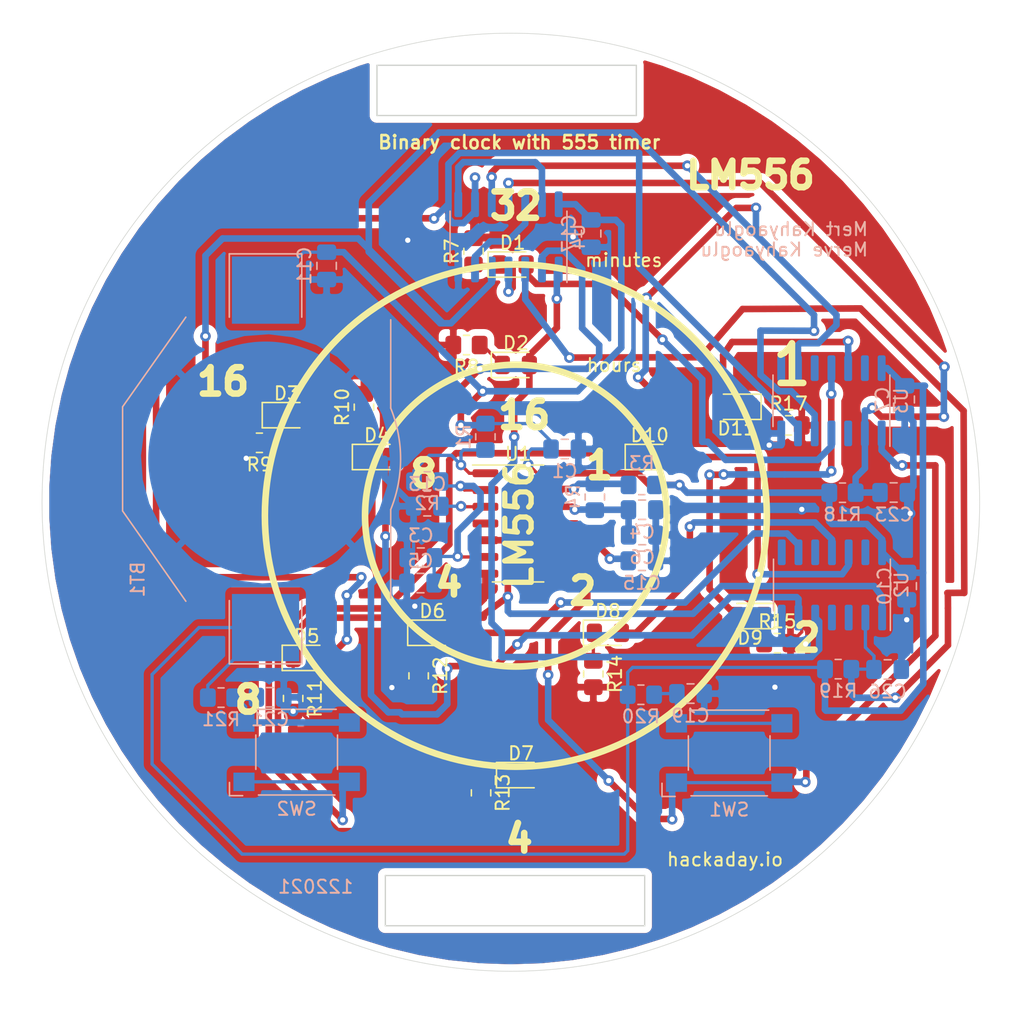
<source format=kicad_pcb>
(kicad_pcb (version 20171130) (host pcbnew "(5.1.10)-1")

  (general
    (thickness 1.6)
    (drawings 30)
    (tracks 588)
    (zones 0)
    (modules 51)
    (nets 44)
  )

  (page A4)
  (layers
    (0 F.Cu signal)
    (31 B.Cu signal)
    (32 B.Adhes user)
    (33 F.Adhes user)
    (34 B.Paste user)
    (35 F.Paste user)
    (36 B.SilkS user)
    (37 F.SilkS user)
    (38 B.Mask user)
    (39 F.Mask user)
    (40 Dwgs.User user)
    (41 Cmts.User user)
    (42 Eco1.User user)
    (43 Eco2.User user)
    (44 Edge.Cuts user)
    (45 Margin user)
    (46 B.CrtYd user)
    (47 F.CrtYd user)
    (48 B.Fab user)
    (49 F.Fab user)
  )

  (setup
    (last_trace_width 0.25)
    (user_trace_width 0.5)
    (user_trace_width 1)
    (trace_clearance 0.2)
    (zone_clearance 0.508)
    (zone_45_only no)
    (trace_min 0.2)
    (via_size 0.8)
    (via_drill 0.4)
    (via_min_size 0.4)
    (via_min_drill 0.3)
    (uvia_size 0.3)
    (uvia_drill 0.1)
    (uvias_allowed no)
    (uvia_min_size 0.2)
    (uvia_min_drill 0.1)
    (edge_width 0.05)
    (segment_width 0.2)
    (pcb_text_width 0.3)
    (pcb_text_size 1.5 1.5)
    (mod_edge_width 0.12)
    (mod_text_size 1 1)
    (mod_text_width 0.15)
    (pad_size 1.524 1.524)
    (pad_drill 0.762)
    (pad_to_mask_clearance 0)
    (aux_axis_origin 0 0)
    (visible_elements 7FFFFFFF)
    (pcbplotparams
      (layerselection 0x010fc_ffffffff)
      (usegerberextensions true)
      (usegerberattributes true)
      (usegerberadvancedattributes true)
      (creategerberjobfile true)
      (excludeedgelayer true)
      (linewidth 0.100000)
      (plotframeref false)
      (viasonmask false)
      (mode 1)
      (useauxorigin false)
      (hpglpennumber 1)
      (hpglpenspeed 20)
      (hpglpendiameter 15.000000)
      (psnegative false)
      (psa4output false)
      (plotreference true)
      (plotvalue true)
      (plotinvisibletext false)
      (padsonsilk false)
      (subtractmaskfromsilk false)
      (outputformat 1)
      (mirror false)
      (drillshape 0)
      (scaleselection 1)
      (outputdirectory "555drill"))
  )

  (net 0 "")
  (net 1 +3V0)
  (net 2 GND)
  (net 3 "Net-(C3-Pad1)")
  (net 4 "Net-(C4-Pad1)")
  (net 5 "Net-(D1-Pad1)")
  (net 6 "Net-(D1-Pad2)")
  (net 7 "Net-(D2-Pad2)")
  (net 8 "Net-(D2-Pad1)")
  (net 9 "Net-(D3-Pad2)")
  (net 10 "Net-(D3-Pad1)")
  (net 11 "Net-(D4-Pad1)")
  (net 12 "Net-(D4-Pad2)")
  (net 13 "Net-(D5-Pad1)")
  (net 14 "Net-(D5-Pad2)")
  (net 15 "Net-(D6-Pad2)")
  (net 16 "Net-(D6-Pad1)")
  (net 17 "Net-(D7-Pad1)")
  (net 18 "Net-(D7-Pad2)")
  (net 19 "Net-(D8-Pad1)")
  (net 20 "Net-(D8-Pad2)")
  (net 21 "Net-(D9-Pad1)")
  (net 22 "Net-(D9-Pad2)")
  (net 23 "Net-(D10-Pad2)")
  (net 24 "Net-(D10-Pad1)")
  (net 25 "Net-(D11-Pad2)")
  (net 26 "Net-(D11-Pad1)")
  (net 27 "Net-(R1-Pad2)")
  (net 28 "Net-(R3-Pad2)")
  (net 29 CLKminutes)
  (net 30 "Net-(U1-Pad10)")
  (net 31 "Net-(U1-Pad4)")
  (net 32 CLKhours)
  (net 33 "Net-(U2-Pad3)")
  (net 34 "Net-(U2-Pad4)")
  (net 35 "Net-(U3-Pad3)")
  (net 36 "Net-(C13-Pad1)")
  (net 37 "Net-(C15-Pad1)")
  (net 38 "Net-(C19-Pad1)")
  (net 39 "Net-(C21-Pad1)")
  (net 40 "Net-(U4-Pad13)")
  (net 41 "Net-(U4-Pad12)")
  (net 42 minutesReset)
  (net 43 hoursReset)

  (net_class Default "This is the default net class."
    (clearance 0.2)
    (trace_width 0.25)
    (via_dia 0.8)
    (via_drill 0.4)
    (uvia_dia 0.3)
    (uvia_drill 0.1)
    (add_net +3V0)
    (add_net CLKhours)
    (add_net CLKminutes)
    (add_net GND)
    (add_net "Net-(C13-Pad1)")
    (add_net "Net-(C15-Pad1)")
    (add_net "Net-(C19-Pad1)")
    (add_net "Net-(C21-Pad1)")
    (add_net "Net-(C3-Pad1)")
    (add_net "Net-(C4-Pad1)")
    (add_net "Net-(D1-Pad1)")
    (add_net "Net-(D1-Pad2)")
    (add_net "Net-(D10-Pad1)")
    (add_net "Net-(D10-Pad2)")
    (add_net "Net-(D11-Pad1)")
    (add_net "Net-(D11-Pad2)")
    (add_net "Net-(D2-Pad1)")
    (add_net "Net-(D2-Pad2)")
    (add_net "Net-(D3-Pad1)")
    (add_net "Net-(D3-Pad2)")
    (add_net "Net-(D4-Pad1)")
    (add_net "Net-(D4-Pad2)")
    (add_net "Net-(D5-Pad1)")
    (add_net "Net-(D5-Pad2)")
    (add_net "Net-(D6-Pad1)")
    (add_net "Net-(D6-Pad2)")
    (add_net "Net-(D7-Pad1)")
    (add_net "Net-(D7-Pad2)")
    (add_net "Net-(D8-Pad1)")
    (add_net "Net-(D8-Pad2)")
    (add_net "Net-(D9-Pad1)")
    (add_net "Net-(D9-Pad2)")
    (add_net "Net-(R1-Pad2)")
    (add_net "Net-(R3-Pad2)")
    (add_net "Net-(U1-Pad10)")
    (add_net "Net-(U1-Pad4)")
    (add_net "Net-(U2-Pad3)")
    (add_net "Net-(U2-Pad4)")
    (add_net "Net-(U3-Pad3)")
    (add_net "Net-(U4-Pad12)")
    (add_net "Net-(U4-Pad13)")
    (add_net hoursReset)
    (add_net minutesReset)
  )

  (module Button_Switch_SMD:SW_SPST_Omron_B3FS-100xP (layer B.Cu) (tedit 5E6E8EA9) (tstamp 61BABC26)
    (at 112.649 114.8461)
    (descr "Surface Mount Tactile Switch for High-Density Mounting, 3.1mm height, https://omronfs.omron.com/en_US/ecb/products/pdf/en-b3fs.pdf")
    (tags "Tactile Switch")
    (path /61D8F2FE)
    (attr smd)
    (fp_text reference SW2 (at 0 4.3) (layer B.SilkS)
      (effects (font (size 1 1) (thickness 0.15)) (justify mirror))
    )
    (fp_text value SW_Push_Dual (at 0 -4.2) (layer B.Fab)
      (effects (font (size 1 1) (thickness 0.15)) (justify mirror))
    )
    (fp_line (start -5.1 3.3) (end -4.1 3.3) (layer B.SilkS) (width 0.12))
    (fp_line (start -5.1 2.3) (end -5.1 3.3) (layer B.SilkS) (width 0.12))
    (fp_circle (center 0 0) (end 1.5 0) (layer B.Fab) (width 0.1))
    (fp_line (start -5.05 1.3) (end -5.05 3.4) (layer B.CrtYd) (width 0.05))
    (fp_line (start -3.25 1.3) (end -5.05 1.3) (layer B.CrtYd) (width 0.05))
    (fp_line (start -3.25 -1.3) (end -3.25 1.3) (layer B.CrtYd) (width 0.05))
    (fp_line (start -5.05 -1.3) (end -3.25 -1.3) (layer B.CrtYd) (width 0.05))
    (fp_line (start -5.05 -3.4) (end -5.05 -1.3) (layer B.CrtYd) (width 0.05))
    (fp_line (start 5.05 -3.4) (end -5.05 -3.4) (layer B.CrtYd) (width 0.05))
    (fp_line (start 5.05 -1.3) (end 5.05 -3.4) (layer B.CrtYd) (width 0.05))
    (fp_line (start 3.25 -1.3) (end 5.05 -1.3) (layer B.CrtYd) (width 0.05))
    (fp_line (start 3.25 1.3) (end 3.25 -1.3) (layer B.CrtYd) (width 0.05))
    (fp_line (start 5.05 1.3) (end 3.25 1.3) (layer B.CrtYd) (width 0.05))
    (fp_line (start 5.05 3.4) (end 5.05 1.3) (layer B.CrtYd) (width 0.05))
    (fp_line (start -5.05 3.4) (end 5.05 3.4) (layer B.CrtYd) (width 0.05))
    (fp_line (start -3 -3.15) (end -3 3.15) (layer B.Fab) (width 0.1))
    (fp_line (start 3 -3.15) (end -3 -3.15) (layer B.Fab) (width 0.1))
    (fp_line (start 3 3.15) (end 3 -3.15) (layer B.Fab) (width 0.1))
    (fp_line (start -3 3.15) (end 3 3.15) (layer B.Fab) (width 0.1))
    (fp_line (start -3.1 1.3) (end -3.1 -1.3) (layer B.SilkS) (width 0.12))
    (fp_line (start 3.1 1.3) (end 3.1 -1.3) (layer B.SilkS) (width 0.12))
    (fp_line (start 3 -3.25) (end -3 -3.25) (layer B.SilkS) (width 0.12))
    (fp_line (start 2.9 3.25) (end -2.9 3.25) (layer B.SilkS) (width 0.12))
    (fp_text user %R (at 0 2.2) (layer B.Fab)
      (effects (font (size 1 1) (thickness 0.15)) (justify mirror))
    )
    (pad 3 smd rect (at -4 -2.25 180) (size 1.6 1.4) (layers B.Cu B.Paste B.Mask)
      (net 39 "Net-(C21-Pad1)"))
    (pad 4 smd rect (at 4 -2.25 180) (size 1.6 1.4) (layers B.Cu B.Paste B.Mask)
      (net 39 "Net-(C21-Pad1)"))
    (pad 1 smd rect (at -4 2.25 180) (size 1.6 1.4) (layers B.Cu B.Paste B.Mask)
      (net 32 CLKhours))
    (pad 2 smd rect (at 4 2.25 180) (size 1.6 1.4) (layers B.Cu B.Paste B.Mask)
      (net 32 CLKhours))
    (model ${KISYS3DMOD}/Button_Switch_SMD.3dshapes/SW_SPST_Omron_B3FS-100xP.wrl
      (at (xyz 0 0 0))
      (scale (xyz 1 1 1))
      (rotate (xyz 0 0 0))
    )
  )

  (module Button_Switch_SMD:SW_SPST_Omron_B3FS-100xP (layer B.Cu) (tedit 5E6E8EA9) (tstamp 61BABC0C)
    (at 145.478 114.9075)
    (descr "Surface Mount Tactile Switch for High-Density Mounting, 3.1mm height, https://omronfs.omron.com/en_US/ecb/products/pdf/en-b3fs.pdf")
    (tags "Tactile Switch")
    (path /61D91BE3)
    (attr smd)
    (fp_text reference SW1 (at 0 4.3) (layer B.SilkS)
      (effects (font (size 1 1) (thickness 0.15)) (justify mirror))
    )
    (fp_text value SW_Push_Dual (at 0 -4.2) (layer B.Fab)
      (effects (font (size 1 1) (thickness 0.15)) (justify mirror))
    )
    (fp_line (start -5.1 3.3) (end -4.1 3.3) (layer B.SilkS) (width 0.12))
    (fp_line (start -5.1 2.3) (end -5.1 3.3) (layer B.SilkS) (width 0.12))
    (fp_circle (center 0 0) (end 1.5 0) (layer B.Fab) (width 0.1))
    (fp_line (start -5.05 1.3) (end -5.05 3.4) (layer B.CrtYd) (width 0.05))
    (fp_line (start -3.25 1.3) (end -5.05 1.3) (layer B.CrtYd) (width 0.05))
    (fp_line (start -3.25 -1.3) (end -3.25 1.3) (layer B.CrtYd) (width 0.05))
    (fp_line (start -5.05 -1.3) (end -3.25 -1.3) (layer B.CrtYd) (width 0.05))
    (fp_line (start -5.05 -3.4) (end -5.05 -1.3) (layer B.CrtYd) (width 0.05))
    (fp_line (start 5.05 -3.4) (end -5.05 -3.4) (layer B.CrtYd) (width 0.05))
    (fp_line (start 5.05 -1.3) (end 5.05 -3.4) (layer B.CrtYd) (width 0.05))
    (fp_line (start 3.25 -1.3) (end 5.05 -1.3) (layer B.CrtYd) (width 0.05))
    (fp_line (start 3.25 1.3) (end 3.25 -1.3) (layer B.CrtYd) (width 0.05))
    (fp_line (start 5.05 1.3) (end 3.25 1.3) (layer B.CrtYd) (width 0.05))
    (fp_line (start 5.05 3.4) (end 5.05 1.3) (layer B.CrtYd) (width 0.05))
    (fp_line (start -5.05 3.4) (end 5.05 3.4) (layer B.CrtYd) (width 0.05))
    (fp_line (start -3 -3.15) (end -3 3.15) (layer B.Fab) (width 0.1))
    (fp_line (start 3 -3.15) (end -3 -3.15) (layer B.Fab) (width 0.1))
    (fp_line (start 3 3.15) (end 3 -3.15) (layer B.Fab) (width 0.1))
    (fp_line (start -3 3.15) (end 3 3.15) (layer B.Fab) (width 0.1))
    (fp_line (start -3.1 1.3) (end -3.1 -1.3) (layer B.SilkS) (width 0.12))
    (fp_line (start 3.1 1.3) (end 3.1 -1.3) (layer B.SilkS) (width 0.12))
    (fp_line (start 3 -3.25) (end -3 -3.25) (layer B.SilkS) (width 0.12))
    (fp_line (start 2.9 3.25) (end -2.9 3.25) (layer B.SilkS) (width 0.12))
    (fp_text user %R (at 0 2.2) (layer B.Fab)
      (effects (font (size 1 1) (thickness 0.15)) (justify mirror))
    )
    (pad 3 smd rect (at -4 -2.25 180) (size 1.6 1.4) (layers B.Cu B.Paste B.Mask)
      (net 38 "Net-(C19-Pad1)"))
    (pad 4 smd rect (at 4 -2.25 180) (size 1.6 1.4) (layers B.Cu B.Paste B.Mask)
      (net 38 "Net-(C19-Pad1)"))
    (pad 1 smd rect (at -4 2.25 180) (size 1.6 1.4) (layers B.Cu B.Paste B.Mask)
      (net 29 CLKminutes))
    (pad 2 smd rect (at 4 2.25 180) (size 1.6 1.4) (layers B.Cu B.Paste B.Mask)
      (net 29 CLKminutes))
    (model ${KISYS3DMOD}/Button_Switch_SMD.3dshapes/SW_SPST_Omron_B3FS-100xP.wrl
      (at (xyz 0 0 0))
      (scale (xyz 1 1 1))
      (rotate (xyz 0 0 0))
    )
  )

  (module Resistor_SMD:R_0805_2012Metric_Pad1.20x1.40mm_HandSolder (layer B.Cu) (tedit 5F68FEEE) (tstamp 61BACF10)
    (at 106.9086 110.7059)
    (descr "Resistor SMD 0805 (2012 Metric), square (rectangular) end terminal, IPC_7351 nominal with elongated pad for handsoldering. (Body size source: IPC-SM-782 page 72, https://www.pcb-3d.com/wordpress/wp-content/uploads/ipc-sm-782a_amendment_1_and_2.pdf), generated with kicad-footprint-generator")
    (tags "resistor handsolder")
    (path /61E54C95)
    (attr smd)
    (fp_text reference R21 (at 0 1.65) (layer B.SilkS)
      (effects (font (size 1 1) (thickness 0.15)) (justify mirror))
    )
    (fp_text value 10k (at 0 -1.65) (layer B.Fab)
      (effects (font (size 1 1) (thickness 0.15)) (justify mirror))
    )
    (fp_line (start 1.85 -0.95) (end -1.85 -0.95) (layer B.CrtYd) (width 0.05))
    (fp_line (start 1.85 0.95) (end 1.85 -0.95) (layer B.CrtYd) (width 0.05))
    (fp_line (start -1.85 0.95) (end 1.85 0.95) (layer B.CrtYd) (width 0.05))
    (fp_line (start -1.85 -0.95) (end -1.85 0.95) (layer B.CrtYd) (width 0.05))
    (fp_line (start -0.227064 -0.735) (end 0.227064 -0.735) (layer B.SilkS) (width 0.12))
    (fp_line (start -0.227064 0.735) (end 0.227064 0.735) (layer B.SilkS) (width 0.12))
    (fp_line (start 1 -0.625) (end -1 -0.625) (layer B.Fab) (width 0.1))
    (fp_line (start 1 0.625) (end 1 -0.625) (layer B.Fab) (width 0.1))
    (fp_line (start -1 0.625) (end 1 0.625) (layer B.Fab) (width 0.1))
    (fp_line (start -1 -0.625) (end -1 0.625) (layer B.Fab) (width 0.1))
    (fp_text user %R (at 0 0) (layer B.Fab)
      (effects (font (size 0.5 0.5) (thickness 0.08)) (justify mirror))
    )
    (pad 2 smd roundrect (at 1 0) (size 1.2 1.4) (layers B.Cu B.Paste B.Mask) (roundrect_rratio 0.2083325)
      (net 39 "Net-(C21-Pad1)"))
    (pad 1 smd roundrect (at -1 0) (size 1.2 1.4) (layers B.Cu B.Paste B.Mask) (roundrect_rratio 0.2083325)
      (net 1 +3V0))
    (model ${KISYS3DMOD}/Resistor_SMD.3dshapes/R_0805_2012Metric.wrl
      (at (xyz 0 0 0))
      (scale (xyz 1 1 1))
      (rotate (xyz 0 0 0))
    )
  )

  (module Resistor_SMD:R_0805_2012Metric_Pad1.20x1.40mm_HandSolder (layer B.Cu) (tedit 5F68FEEE) (tstamp 61BACEFF)
    (at 138.7762 110.49)
    (descr "Resistor SMD 0805 (2012 Metric), square (rectangular) end terminal, IPC_7351 nominal with elongated pad for handsoldering. (Body size source: IPC-SM-782 page 72, https://www.pcb-3d.com/wordpress/wp-content/uploads/ipc-sm-782a_amendment_1_and_2.pdf), generated with kicad-footprint-generator")
    (tags "resistor handsolder")
    (path /61EAE5B2)
    (attr smd)
    (fp_text reference R20 (at 0 1.65) (layer B.SilkS)
      (effects (font (size 1 1) (thickness 0.15)) (justify mirror))
    )
    (fp_text value 10k (at 0 -1.65) (layer B.Fab)
      (effects (font (size 1 1) (thickness 0.15)) (justify mirror))
    )
    (fp_line (start 1.85 -0.95) (end -1.85 -0.95) (layer B.CrtYd) (width 0.05))
    (fp_line (start 1.85 0.95) (end 1.85 -0.95) (layer B.CrtYd) (width 0.05))
    (fp_line (start -1.85 0.95) (end 1.85 0.95) (layer B.CrtYd) (width 0.05))
    (fp_line (start -1.85 -0.95) (end -1.85 0.95) (layer B.CrtYd) (width 0.05))
    (fp_line (start -0.227064 -0.735) (end 0.227064 -0.735) (layer B.SilkS) (width 0.12))
    (fp_line (start -0.227064 0.735) (end 0.227064 0.735) (layer B.SilkS) (width 0.12))
    (fp_line (start 1 -0.625) (end -1 -0.625) (layer B.Fab) (width 0.1))
    (fp_line (start 1 0.625) (end 1 -0.625) (layer B.Fab) (width 0.1))
    (fp_line (start -1 0.625) (end 1 0.625) (layer B.Fab) (width 0.1))
    (fp_line (start -1 -0.625) (end -1 0.625) (layer B.Fab) (width 0.1))
    (fp_text user %R (at 0 0) (layer B.Fab)
      (effects (font (size 0.5 0.5) (thickness 0.08)) (justify mirror))
    )
    (pad 2 smd roundrect (at 1 0) (size 1.2 1.4) (layers B.Cu B.Paste B.Mask) (roundrect_rratio 0.2083325)
      (net 38 "Net-(C19-Pad1)"))
    (pad 1 smd roundrect (at -1 0) (size 1.2 1.4) (layers B.Cu B.Paste B.Mask) (roundrect_rratio 0.2083325)
      (net 1 +3V0))
    (model ${KISYS3DMOD}/Resistor_SMD.3dshapes/R_0805_2012Metric.wrl
      (at (xyz 0 0 0))
      (scale (xyz 1 1 1))
      (rotate (xyz 0 0 0))
    )
  )

  (module Package_SO:SO-14_3.9x8.65mm_P1.27mm (layer B.Cu) (tedit 5F427CE7) (tstamp 61BABCE1)
    (at 128.7272 75.7555 90)
    (descr "SO, 14 Pin (https://www.st.com/resource/en/datasheet/l6491.pdf), generated with kicad-footprint-generator ipc_gullwing_generator.py")
    (tags "SO SO")
    (path /61BA8DE5)
    (attr smd)
    (fp_text reference U4 (at 0 5.28 90) (layer B.SilkS)
      (effects (font (size 1 1) (thickness 0.15)) (justify mirror))
    )
    (fp_text value 74HC00 (at 0 -5.28 90) (layer B.Fab)
      (effects (font (size 1 1) (thickness 0.15)) (justify mirror))
    )
    (fp_line (start 3.7 4.58) (end -3.7 4.58) (layer B.CrtYd) (width 0.05))
    (fp_line (start 3.7 -4.58) (end 3.7 4.58) (layer B.CrtYd) (width 0.05))
    (fp_line (start -3.7 -4.58) (end 3.7 -4.58) (layer B.CrtYd) (width 0.05))
    (fp_line (start -3.7 4.58) (end -3.7 -4.58) (layer B.CrtYd) (width 0.05))
    (fp_line (start -1.95 3.35) (end -0.975 4.325) (layer B.Fab) (width 0.1))
    (fp_line (start -1.95 -4.325) (end -1.95 3.35) (layer B.Fab) (width 0.1))
    (fp_line (start 1.95 -4.325) (end -1.95 -4.325) (layer B.Fab) (width 0.1))
    (fp_line (start 1.95 4.325) (end 1.95 -4.325) (layer B.Fab) (width 0.1))
    (fp_line (start -0.975 4.325) (end 1.95 4.325) (layer B.Fab) (width 0.1))
    (fp_line (start 0 4.435) (end -3.45 4.435) (layer B.SilkS) (width 0.12))
    (fp_line (start 0 4.435) (end 1.95 4.435) (layer B.SilkS) (width 0.12))
    (fp_line (start 0 -4.435) (end -1.95 -4.435) (layer B.SilkS) (width 0.12))
    (fp_line (start 0 -4.435) (end 1.95 -4.435) (layer B.SilkS) (width 0.12))
    (fp_text user %R (at 0 0 90) (layer B.Fab)
      (effects (font (size 0.98 0.98) (thickness 0.15)) (justify mirror))
    )
    (pad 14 smd roundrect (at 2.475 3.81 90) (size 1.95 0.6) (layers B.Cu B.Paste B.Mask) (roundrect_rratio 0.25)
      (net 1 +3V0))
    (pad 13 smd roundrect (at 2.475 2.54 90) (size 1.95 0.6) (layers B.Cu B.Paste B.Mask) (roundrect_rratio 0.25)
      (net 40 "Net-(U4-Pad13)"))
    (pad 12 smd roundrect (at 2.475 1.27 90) (size 1.95 0.6) (layers B.Cu B.Paste B.Mask) (roundrect_rratio 0.25)
      (net 41 "Net-(U4-Pad12)"))
    (pad 11 smd roundrect (at 2.475 0 90) (size 1.95 0.6) (layers B.Cu B.Paste B.Mask) (roundrect_rratio 0.25)
      (net 42 minutesReset))
    (pad 10 smd roundrect (at 2.475 -1.27 90) (size 1.95 0.6) (layers B.Cu B.Paste B.Mask) (roundrect_rratio 0.25)
      (net 18 "Net-(D7-Pad2)"))
    (pad 9 smd roundrect (at 2.475 -2.54 90) (size 1.95 0.6) (layers B.Cu B.Paste B.Mask) (roundrect_rratio 0.25)
      (net 14 "Net-(D5-Pad2)"))
    (pad 8 smd roundrect (at 2.475 -3.81 90) (size 1.95 0.6) (layers B.Cu B.Paste B.Mask) (roundrect_rratio 0.25)
      (net 40 "Net-(U4-Pad13)"))
    (pad 7 smd roundrect (at -2.475 -3.81 90) (size 1.95 0.6) (layers B.Cu B.Paste B.Mask) (roundrect_rratio 0.25)
      (net 2 GND))
    (pad 6 smd roundrect (at -2.475 -2.54 90) (size 1.95 0.6) (layers B.Cu B.Paste B.Mask) (roundrect_rratio 0.25)
      (net 41 "Net-(U4-Pad12)"))
    (pad 5 smd roundrect (at -2.475 -1.27 90) (size 1.95 0.6) (layers B.Cu B.Paste B.Mask) (roundrect_rratio 0.25)
      (net 9 "Net-(D3-Pad2)"))
    (pad 4 smd roundrect (at -2.475 0 90) (size 1.95 0.6) (layers B.Cu B.Paste B.Mask) (roundrect_rratio 0.25)
      (net 6 "Net-(D1-Pad2)"))
    (pad 3 smd roundrect (at -2.475 1.27 90) (size 1.95 0.6) (layers B.Cu B.Paste B.Mask) (roundrect_rratio 0.25)
      (net 43 hoursReset))
    (pad 2 smd roundrect (at -2.475 2.54 90) (size 1.95 0.6) (layers B.Cu B.Paste B.Mask) (roundrect_rratio 0.25)
      (net 12 "Net-(D4-Pad2)"))
    (pad 1 smd roundrect (at -2.475 3.81 90) (size 1.95 0.6) (layers B.Cu B.Paste B.Mask) (roundrect_rratio 0.25)
      (net 7 "Net-(D2-Pad2)"))
    (model ${KISYS3DMOD}/Package_SO.3dshapes/SO-14_3.9x8.65mm_P1.27mm.wrl
      (at (xyz 0 0 0))
      (scale (xyz 1 1 1))
      (rotate (xyz 0 0 0))
    )
  )

  (module Package_SO:SO-14_3.9x8.65mm_P1.27mm (layer F.Cu) (tedit 5F427CE7) (tstamp 61B662B5)
    (at 129.4526 97.4979)
    (descr "SO, 14 Pin (https://www.st.com/resource/en/datasheet/l6491.pdf), generated with kicad-footprint-generator ipc_gullwing_generator.py")
    (tags "SO SO")
    (path /61B62EED)
    (attr smd)
    (fp_text reference U1 (at 0 -5.28) (layer F.SilkS)
      (effects (font (size 1 1) (thickness 0.15)))
    )
    (fp_text value LM556 (at 0.0874 0.127 90) (layer F.SilkS)
      (effects (font (size 2 2) (thickness 0.4)))
    )
    (fp_line (start 3.7 -4.58) (end -3.7 -4.58) (layer F.CrtYd) (width 0.05))
    (fp_line (start 3.7 4.58) (end 3.7 -4.58) (layer F.CrtYd) (width 0.05))
    (fp_line (start -3.7 4.58) (end 3.7 4.58) (layer F.CrtYd) (width 0.05))
    (fp_line (start -3.7 -4.58) (end -3.7 4.58) (layer F.CrtYd) (width 0.05))
    (fp_line (start -1.95 -3.35) (end -0.975 -4.325) (layer F.Fab) (width 0.1))
    (fp_line (start -1.95 4.325) (end -1.95 -3.35) (layer F.Fab) (width 0.1))
    (fp_line (start 1.95 4.325) (end -1.95 4.325) (layer F.Fab) (width 0.1))
    (fp_line (start 1.95 -4.325) (end 1.95 4.325) (layer F.Fab) (width 0.1))
    (fp_line (start -0.975 -4.325) (end 1.95 -4.325) (layer F.Fab) (width 0.1))
    (fp_line (start 0 -4.435) (end -3.45 -4.435) (layer F.SilkS) (width 0.12))
    (fp_line (start 0 -4.435) (end 1.95 -4.435) (layer F.SilkS) (width 0.12))
    (fp_line (start 0 4.435) (end -1.95 4.435) (layer F.SilkS) (width 0.12))
    (fp_line (start 0 4.435) (end 1.95 4.435) (layer F.SilkS) (width 0.12))
    (fp_text user %R (at 0 0) (layer F.Fab)
      (effects (font (size 0.98 0.98) (thickness 0.15)))
    )
    (pad 14 smd roundrect (at 2.475 -3.81) (size 1.95 0.6) (layers F.Cu F.Paste F.Mask) (roundrect_rratio 0.25)
      (net 1 +3V0))
    (pad 13 smd roundrect (at 2.475 -2.54) (size 1.95 0.6) (layers F.Cu F.Paste F.Mask) (roundrect_rratio 0.25)
      (net 28 "Net-(R3-Pad2)"))
    (pad 12 smd roundrect (at 2.475 -1.27) (size 1.95 0.6) (layers F.Cu F.Paste F.Mask) (roundrect_rratio 0.25)
      (net 4 "Net-(C4-Pad1)"))
    (pad 11 smd roundrect (at 2.475 0) (size 1.95 0.6) (layers F.Cu F.Paste F.Mask) (roundrect_rratio 0.25)
      (net 37 "Net-(C15-Pad1)"))
    (pad 10 smd roundrect (at 2.475 1.27) (size 1.95 0.6) (layers F.Cu F.Paste F.Mask) (roundrect_rratio 0.25)
      (net 30 "Net-(U1-Pad10)"))
    (pad 9 smd roundrect (at 2.475 2.54) (size 1.95 0.6) (layers F.Cu F.Paste F.Mask) (roundrect_rratio 0.25)
      (net 29 CLKminutes))
    (pad 8 smd roundrect (at 2.475 3.81) (size 1.95 0.6) (layers F.Cu F.Paste F.Mask) (roundrect_rratio 0.25)
      (net 4 "Net-(C4-Pad1)"))
    (pad 7 smd roundrect (at -2.475 3.81) (size 1.95 0.6) (layers F.Cu F.Paste F.Mask) (roundrect_rratio 0.25)
      (net 2 GND))
    (pad 6 smd roundrect (at -2.475 2.54) (size 1.95 0.6) (layers F.Cu F.Paste F.Mask) (roundrect_rratio 0.25)
      (net 3 "Net-(C3-Pad1)"))
    (pad 5 smd roundrect (at -2.475 1.27) (size 1.95 0.6) (layers F.Cu F.Paste F.Mask) (roundrect_rratio 0.25)
      (net 32 CLKhours))
    (pad 4 smd roundrect (at -2.475 0) (size 1.95 0.6) (layers F.Cu F.Paste F.Mask) (roundrect_rratio 0.25)
      (net 31 "Net-(U1-Pad4)"))
    (pad 3 smd roundrect (at -2.475 -1.27) (size 1.95 0.6) (layers F.Cu F.Paste F.Mask) (roundrect_rratio 0.25)
      (net 36 "Net-(C13-Pad1)"))
    (pad 2 smd roundrect (at -2.475 -2.54) (size 1.95 0.6) (layers F.Cu F.Paste F.Mask) (roundrect_rratio 0.25)
      (net 3 "Net-(C3-Pad1)"))
    (pad 1 smd roundrect (at -2.475 -3.81) (size 1.95 0.6) (layers F.Cu F.Paste F.Mask) (roundrect_rratio 0.25)
      (net 27 "Net-(R1-Pad2)"))
    (model ${KISYS3DMOD}/Package_SO.3dshapes/SO-14_3.9x8.65mm_P1.27mm.wrl
      (at (xyz 0 0 0))
      (scale (xyz 1 1 1))
      (rotate (xyz 0 0 0))
    )
  )

  (module Resistor_SMD:R_0805_2012Metric_Pad1.20x1.40mm_HandSolder (layer B.Cu) (tedit 5F68FEEE) (tstamp 61BABBF2)
    (at 153.7495 108.5469)
    (descr "Resistor SMD 0805 (2012 Metric), square (rectangular) end terminal, IPC_7351 nominal with elongated pad for handsoldering. (Body size source: IPC-SM-782 page 72, https://www.pcb-3d.com/wordpress/wp-content/uploads/ipc-sm-782a_amendment_1_and_2.pdf), generated with kicad-footprint-generator")
    (tags "resistor handsolder")
    (path /61C32A91)
    (attr smd)
    (fp_text reference R19 (at 0 1.65) (layer B.SilkS)
      (effects (font (size 1 1) (thickness 0.15)) (justify mirror))
    )
    (fp_text value 10k (at 0 -1.65) (layer B.Fab)
      (effects (font (size 1 1) (thickness 0.15)) (justify mirror))
    )
    (fp_line (start 1.85 -0.95) (end -1.85 -0.95) (layer B.CrtYd) (width 0.05))
    (fp_line (start 1.85 0.95) (end 1.85 -0.95) (layer B.CrtYd) (width 0.05))
    (fp_line (start -1.85 0.95) (end 1.85 0.95) (layer B.CrtYd) (width 0.05))
    (fp_line (start -1.85 -0.95) (end -1.85 0.95) (layer B.CrtYd) (width 0.05))
    (fp_line (start -0.227064 -0.735) (end 0.227064 -0.735) (layer B.SilkS) (width 0.12))
    (fp_line (start -0.227064 0.735) (end 0.227064 0.735) (layer B.SilkS) (width 0.12))
    (fp_line (start 1 -0.625) (end -1 -0.625) (layer B.Fab) (width 0.1))
    (fp_line (start 1 0.625) (end 1 -0.625) (layer B.Fab) (width 0.1))
    (fp_line (start -1 0.625) (end 1 0.625) (layer B.Fab) (width 0.1))
    (fp_line (start -1 -0.625) (end -1 0.625) (layer B.Fab) (width 0.1))
    (fp_text user %R (at 0 0) (layer B.Fab)
      (effects (font (size 0.5 0.5) (thickness 0.08)) (justify mirror))
    )
    (pad 2 smd roundrect (at 1 0) (size 1.2 1.4) (layers B.Cu B.Paste B.Mask) (roundrect_rratio 0.2083325)
      (net 43 hoursReset))
    (pad 1 smd roundrect (at -1 0) (size 1.2 1.4) (layers B.Cu B.Paste B.Mask) (roundrect_rratio 0.2083325)
      (net 1 +3V0))
    (model ${KISYS3DMOD}/Resistor_SMD.3dshapes/R_0805_2012Metric.wrl
      (at (xyz 0 0 0))
      (scale (xyz 1 1 1))
      (rotate (xyz 0 0 0))
    )
  )

  (module Resistor_SMD:R_0805_2012Metric_Pad1.20x1.40mm_HandSolder (layer B.Cu) (tedit 5F68FEEE) (tstamp 61BABBE1)
    (at 154.0764 95.1611)
    (descr "Resistor SMD 0805 (2012 Metric), square (rectangular) end terminal, IPC_7351 nominal with elongated pad for handsoldering. (Body size source: IPC-SM-782 page 72, https://www.pcb-3d.com/wordpress/wp-content/uploads/ipc-sm-782a_amendment_1_and_2.pdf), generated with kicad-footprint-generator")
    (tags "resistor handsolder")
    (path /61D0982E)
    (attr smd)
    (fp_text reference R18 (at 0 1.65) (layer B.SilkS)
      (effects (font (size 1 1) (thickness 0.15)) (justify mirror))
    )
    (fp_text value 10k (at 0 -1.65) (layer B.Fab)
      (effects (font (size 1 1) (thickness 0.15)) (justify mirror))
    )
    (fp_line (start 1.85 -0.95) (end -1.85 -0.95) (layer B.CrtYd) (width 0.05))
    (fp_line (start 1.85 0.95) (end 1.85 -0.95) (layer B.CrtYd) (width 0.05))
    (fp_line (start -1.85 0.95) (end 1.85 0.95) (layer B.CrtYd) (width 0.05))
    (fp_line (start -1.85 -0.95) (end -1.85 0.95) (layer B.CrtYd) (width 0.05))
    (fp_line (start -0.227064 -0.735) (end 0.227064 -0.735) (layer B.SilkS) (width 0.12))
    (fp_line (start -0.227064 0.735) (end 0.227064 0.735) (layer B.SilkS) (width 0.12))
    (fp_line (start 1 -0.625) (end -1 -0.625) (layer B.Fab) (width 0.1))
    (fp_line (start 1 0.625) (end 1 -0.625) (layer B.Fab) (width 0.1))
    (fp_line (start -1 0.625) (end 1 0.625) (layer B.Fab) (width 0.1))
    (fp_line (start -1 -0.625) (end -1 0.625) (layer B.Fab) (width 0.1))
    (fp_text user %R (at 0 0) (layer B.Fab)
      (effects (font (size 0.5 0.5) (thickness 0.08)) (justify mirror))
    )
    (pad 2 smd roundrect (at 1 0) (size 1.2 1.4) (layers B.Cu B.Paste B.Mask) (roundrect_rratio 0.2083325)
      (net 42 minutesReset))
    (pad 1 smd roundrect (at -1 0) (size 1.2 1.4) (layers B.Cu B.Paste B.Mask) (roundrect_rratio 0.2083325)
      (net 1 +3V0))
    (model ${KISYS3DMOD}/Resistor_SMD.3dshapes/R_0805_2012Metric.wrl
      (at (xyz 0 0 0))
      (scale (xyz 1 1 1))
      (rotate (xyz 0 0 0))
    )
  )

  (module Capacitor_SMD:C_0805_2012Metric_Pad1.18x1.45mm_HandSolder (layer B.Cu) (tedit 5F68FEEF) (tstamp 61BAB824)
    (at 157.5054 108.5723)
    (descr "Capacitor SMD 0805 (2012 Metric), square (rectangular) end terminal, IPC_7351 nominal with elongated pad for handsoldering. (Body size source: IPC-SM-782 page 76, https://www.pcb-3d.com/wordpress/wp-content/uploads/ipc-sm-782a_amendment_1_and_2.pdf, https://docs.google.com/spreadsheets/d/1BsfQQcO9C6DZCsRaXUlFlo91Tg2WpOkGARC1WS5S8t0/edit?usp=sharing), generated with kicad-footprint-generator")
    (tags "capacitor handsolder")
    (path /61D0118C)
    (attr smd)
    (fp_text reference C26 (at 0 1.68) (layer B.SilkS)
      (effects (font (size 1 1) (thickness 0.15)) (justify mirror))
    )
    (fp_text value C (at 0 -1.68) (layer B.Fab)
      (effects (font (size 1 1) (thickness 0.15)) (justify mirror))
    )
    (fp_line (start 1.88 -0.98) (end -1.88 -0.98) (layer B.CrtYd) (width 0.05))
    (fp_line (start 1.88 0.98) (end 1.88 -0.98) (layer B.CrtYd) (width 0.05))
    (fp_line (start -1.88 0.98) (end 1.88 0.98) (layer B.CrtYd) (width 0.05))
    (fp_line (start -1.88 -0.98) (end -1.88 0.98) (layer B.CrtYd) (width 0.05))
    (fp_line (start -0.261252 -0.735) (end 0.261252 -0.735) (layer B.SilkS) (width 0.12))
    (fp_line (start -0.261252 0.735) (end 0.261252 0.735) (layer B.SilkS) (width 0.12))
    (fp_line (start 1 -0.625) (end -1 -0.625) (layer B.Fab) (width 0.1))
    (fp_line (start 1 0.625) (end 1 -0.625) (layer B.Fab) (width 0.1))
    (fp_line (start -1 0.625) (end 1 0.625) (layer B.Fab) (width 0.1))
    (fp_line (start -1 -0.625) (end -1 0.625) (layer B.Fab) (width 0.1))
    (fp_text user %R (at 0 0) (layer B.Fab)
      (effects (font (size 0.5 0.5) (thickness 0.08)) (justify mirror))
    )
    (pad 2 smd roundrect (at 1.0375 0) (size 1.175 1.45) (layers B.Cu B.Paste B.Mask) (roundrect_rratio 0.2127659574468085)
      (net 2 GND))
    (pad 1 smd roundrect (at -1.0375 0) (size 1.175 1.45) (layers B.Cu B.Paste B.Mask) (roundrect_rratio 0.2127659574468085)
      (net 43 hoursReset))
    (model ${KISYS3DMOD}/Capacitor_SMD.3dshapes/C_0805_2012Metric.wrl
      (at (xyz 0 0 0))
      (scale (xyz 1 1 1))
      (rotate (xyz 0 0 0))
    )
  )

  (module Capacitor_SMD:C_0805_2012Metric_Pad1.18x1.45mm_HandSolder (layer B.Cu) (tedit 5F68FEEF) (tstamp 61BAB7F1)
    (at 157.9626 95.1484)
    (descr "Capacitor SMD 0805 (2012 Metric), square (rectangular) end terminal, IPC_7351 nominal with elongated pad for handsoldering. (Body size source: IPC-SM-782 page 76, https://www.pcb-3d.com/wordpress/wp-content/uploads/ipc-sm-782a_amendment_1_and_2.pdf, https://docs.google.com/spreadsheets/d/1BsfQQcO9C6DZCsRaXUlFlo91Tg2WpOkGARC1WS5S8t0/edit?usp=sharing), generated with kicad-footprint-generator")
    (tags "capacitor handsolder")
    (path /61D09846)
    (attr smd)
    (fp_text reference C23 (at 0 1.68) (layer B.SilkS)
      (effects (font (size 1 1) (thickness 0.15)) (justify mirror))
    )
    (fp_text value C (at 0 -1.68) (layer B.Fab)
      (effects (font (size 1 1) (thickness 0.15)) (justify mirror))
    )
    (fp_line (start 1.88 -0.98) (end -1.88 -0.98) (layer B.CrtYd) (width 0.05))
    (fp_line (start 1.88 0.98) (end 1.88 -0.98) (layer B.CrtYd) (width 0.05))
    (fp_line (start -1.88 0.98) (end 1.88 0.98) (layer B.CrtYd) (width 0.05))
    (fp_line (start -1.88 -0.98) (end -1.88 0.98) (layer B.CrtYd) (width 0.05))
    (fp_line (start -0.261252 -0.735) (end 0.261252 -0.735) (layer B.SilkS) (width 0.12))
    (fp_line (start -0.261252 0.735) (end 0.261252 0.735) (layer B.SilkS) (width 0.12))
    (fp_line (start 1 -0.625) (end -1 -0.625) (layer B.Fab) (width 0.1))
    (fp_line (start 1 0.625) (end 1 -0.625) (layer B.Fab) (width 0.1))
    (fp_line (start -1 0.625) (end 1 0.625) (layer B.Fab) (width 0.1))
    (fp_line (start -1 -0.625) (end -1 0.625) (layer B.Fab) (width 0.1))
    (fp_text user %R (at 0 0) (layer B.Fab)
      (effects (font (size 0.5 0.5) (thickness 0.08)) (justify mirror))
    )
    (pad 2 smd roundrect (at 1.0375 0) (size 1.175 1.45) (layers B.Cu B.Paste B.Mask) (roundrect_rratio 0.2127659574468085)
      (net 2 GND))
    (pad 1 smd roundrect (at -1.0375 0) (size 1.175 1.45) (layers B.Cu B.Paste B.Mask) (roundrect_rratio 0.2127659574468085)
      (net 42 minutesReset))
    (model ${KISYS3DMOD}/Capacitor_SMD.3dshapes/C_0805_2012Metric.wrl
      (at (xyz 0 0 0))
      (scale (xyz 1 1 1))
      (rotate (xyz 0 0 0))
    )
  )

  (module Capacitor_SMD:C_0805_2012Metric_Pad1.18x1.45mm_HandSolder (layer B.Cu) (tedit 5F68FEEF) (tstamp 61BAB7CF)
    (at 110.6336 110.6805)
    (descr "Capacitor SMD 0805 (2012 Metric), square (rectangular) end terminal, IPC_7351 nominal with elongated pad for handsoldering. (Body size source: IPC-SM-782 page 76, https://www.pcb-3d.com/wordpress/wp-content/uploads/ipc-sm-782a_amendment_1_and_2.pdf, https://docs.google.com/spreadsheets/d/1BsfQQcO9C6DZCsRaXUlFlo91Tg2WpOkGARC1WS5S8t0/edit?usp=sharing), generated with kicad-footprint-generator")
    (tags "capacitor handsolder")
    (path /61D95384)
    (attr smd)
    (fp_text reference C21 (at 0 1.68) (layer B.SilkS)
      (effects (font (size 1 1) (thickness 0.15)) (justify mirror))
    )
    (fp_text value C (at 0 -1.68) (layer B.Fab)
      (effects (font (size 1 1) (thickness 0.15)) (justify mirror))
    )
    (fp_line (start 1.88 -0.98) (end -1.88 -0.98) (layer B.CrtYd) (width 0.05))
    (fp_line (start 1.88 0.98) (end 1.88 -0.98) (layer B.CrtYd) (width 0.05))
    (fp_line (start -1.88 0.98) (end 1.88 0.98) (layer B.CrtYd) (width 0.05))
    (fp_line (start -1.88 -0.98) (end -1.88 0.98) (layer B.CrtYd) (width 0.05))
    (fp_line (start -0.261252 -0.735) (end 0.261252 -0.735) (layer B.SilkS) (width 0.12))
    (fp_line (start -0.261252 0.735) (end 0.261252 0.735) (layer B.SilkS) (width 0.12))
    (fp_line (start 1 -0.625) (end -1 -0.625) (layer B.Fab) (width 0.1))
    (fp_line (start 1 0.625) (end 1 -0.625) (layer B.Fab) (width 0.1))
    (fp_line (start -1 0.625) (end 1 0.625) (layer B.Fab) (width 0.1))
    (fp_line (start -1 -0.625) (end -1 0.625) (layer B.Fab) (width 0.1))
    (fp_text user %R (at 0 0) (layer B.Fab)
      (effects (font (size 0.5 0.5) (thickness 0.08)) (justify mirror))
    )
    (pad 2 smd roundrect (at 1.0375 0) (size 1.175 1.45) (layers B.Cu B.Paste B.Mask) (roundrect_rratio 0.2127659574468085)
      (net 2 GND))
    (pad 1 smd roundrect (at -1.0375 0) (size 1.175 1.45) (layers B.Cu B.Paste B.Mask) (roundrect_rratio 0.2127659574468085)
      (net 39 "Net-(C21-Pad1)"))
    (model ${KISYS3DMOD}/Capacitor_SMD.3dshapes/C_0805_2012Metric.wrl
      (at (xyz 0 0 0))
      (scale (xyz 1 1 1))
      (rotate (xyz 0 0 0))
    )
  )

  (module Capacitor_SMD:C_0805_2012Metric_Pad1.18x1.45mm_HandSolder (layer B.Cu) (tedit 5F68FEEF) (tstamp 61BAB7AD)
    (at 142.5448 110.4011)
    (descr "Capacitor SMD 0805 (2012 Metric), square (rectangular) end terminal, IPC_7351 nominal with elongated pad for handsoldering. (Body size source: IPC-SM-782 page 76, https://www.pcb-3d.com/wordpress/wp-content/uploads/ipc-sm-782a_amendment_1_and_2.pdf, https://docs.google.com/spreadsheets/d/1BsfQQcO9C6DZCsRaXUlFlo91Tg2WpOkGARC1WS5S8t0/edit?usp=sharing), generated with kicad-footprint-generator")
    (tags "capacitor handsolder")
    (path /61D9F09C)
    (attr smd)
    (fp_text reference C19 (at 0 1.68) (layer B.SilkS)
      (effects (font (size 1 1) (thickness 0.15)) (justify mirror))
    )
    (fp_text value C (at 0 -1.68) (layer B.Fab)
      (effects (font (size 1 1) (thickness 0.15)) (justify mirror))
    )
    (fp_line (start 1.88 -0.98) (end -1.88 -0.98) (layer B.CrtYd) (width 0.05))
    (fp_line (start 1.88 0.98) (end 1.88 -0.98) (layer B.CrtYd) (width 0.05))
    (fp_line (start -1.88 0.98) (end 1.88 0.98) (layer B.CrtYd) (width 0.05))
    (fp_line (start -1.88 -0.98) (end -1.88 0.98) (layer B.CrtYd) (width 0.05))
    (fp_line (start -0.261252 -0.735) (end 0.261252 -0.735) (layer B.SilkS) (width 0.12))
    (fp_line (start -0.261252 0.735) (end 0.261252 0.735) (layer B.SilkS) (width 0.12))
    (fp_line (start 1 -0.625) (end -1 -0.625) (layer B.Fab) (width 0.1))
    (fp_line (start 1 0.625) (end 1 -0.625) (layer B.Fab) (width 0.1))
    (fp_line (start -1 0.625) (end 1 0.625) (layer B.Fab) (width 0.1))
    (fp_line (start -1 -0.625) (end -1 0.625) (layer B.Fab) (width 0.1))
    (fp_text user %R (at 0 0) (layer B.Fab)
      (effects (font (size 0.5 0.5) (thickness 0.08)) (justify mirror))
    )
    (pad 2 smd roundrect (at 1.0375 0) (size 1.175 1.45) (layers B.Cu B.Paste B.Mask) (roundrect_rratio 0.2127659574468085)
      (net 2 GND))
    (pad 1 smd roundrect (at -1.0375 0) (size 1.175 1.45) (layers B.Cu B.Paste B.Mask) (roundrect_rratio 0.2127659574468085)
      (net 38 "Net-(C19-Pad1)"))
    (model ${KISYS3DMOD}/Capacitor_SMD.3dshapes/C_0805_2012Metric.wrl
      (at (xyz 0 0 0))
      (scale (xyz 1 1 1))
      (rotate (xyz 0 0 0))
    )
  )

  (module Capacitor_SMD:C_0805_2012Metric_Pad1.18x1.45mm_HandSolder (layer B.Cu) (tedit 5F68FEEF) (tstamp 61BAB78B)
    (at 135.001 75.5054 270)
    (descr "Capacitor SMD 0805 (2012 Metric), square (rectangular) end terminal, IPC_7351 nominal with elongated pad for handsoldering. (Body size source: IPC-SM-782 page 76, https://www.pcb-3d.com/wordpress/wp-content/uploads/ipc-sm-782a_amendment_1_and_2.pdf, https://docs.google.com/spreadsheets/d/1BsfQQcO9C6DZCsRaXUlFlo91Tg2WpOkGARC1WS5S8t0/edit?usp=sharing), generated with kicad-footprint-generator")
    (tags "capacitor handsolder")
    (path /61BE9036)
    (attr smd)
    (fp_text reference C17 (at 0 1.68 90) (layer B.SilkS)
      (effects (font (size 1 1) (thickness 0.15)) (justify mirror))
    )
    (fp_text value C (at 0 -1.68 90) (layer B.Fab)
      (effects (font (size 1 1) (thickness 0.15)) (justify mirror))
    )
    (fp_line (start 1.88 -0.98) (end -1.88 -0.98) (layer B.CrtYd) (width 0.05))
    (fp_line (start 1.88 0.98) (end 1.88 -0.98) (layer B.CrtYd) (width 0.05))
    (fp_line (start -1.88 0.98) (end 1.88 0.98) (layer B.CrtYd) (width 0.05))
    (fp_line (start -1.88 -0.98) (end -1.88 0.98) (layer B.CrtYd) (width 0.05))
    (fp_line (start -0.261252 -0.735) (end 0.261252 -0.735) (layer B.SilkS) (width 0.12))
    (fp_line (start -0.261252 0.735) (end 0.261252 0.735) (layer B.SilkS) (width 0.12))
    (fp_line (start 1 -0.625) (end -1 -0.625) (layer B.Fab) (width 0.1))
    (fp_line (start 1 0.625) (end 1 -0.625) (layer B.Fab) (width 0.1))
    (fp_line (start -1 0.625) (end 1 0.625) (layer B.Fab) (width 0.1))
    (fp_line (start -1 -0.625) (end -1 0.625) (layer B.Fab) (width 0.1))
    (fp_text user %R (at 0 0 90) (layer B.Fab)
      (effects (font (size 0.5 0.5) (thickness 0.08)) (justify mirror))
    )
    (pad 2 smd roundrect (at 1.0375 0 270) (size 1.175 1.45) (layers B.Cu B.Paste B.Mask) (roundrect_rratio 0.2127659574468085)
      (net 2 GND))
    (pad 1 smd roundrect (at -1.0375 0 270) (size 1.175 1.45) (layers B.Cu B.Paste B.Mask) (roundrect_rratio 0.2127659574468085)
      (net 1 +3V0))
    (model ${KISYS3DMOD}/Capacitor_SMD.3dshapes/C_0805_2012Metric.wrl
      (at (xyz 0 0 0))
      (scale (xyz 1 1 1))
      (rotate (xyz 0 0 0))
    )
  )

  (module Capacitor_SMD:C_0805_2012Metric_Pad1.18x1.45mm_HandSolder (layer B.Cu) (tedit 5F68FEEF) (tstamp 61BAB769)
    (at 138.853 100.33)
    (descr "Capacitor SMD 0805 (2012 Metric), square (rectangular) end terminal, IPC_7351 nominal with elongated pad for handsoldering. (Body size source: IPC-SM-782 page 76, https://www.pcb-3d.com/wordpress/wp-content/uploads/ipc-sm-782a_amendment_1_and_2.pdf, https://docs.google.com/spreadsheets/d/1BsfQQcO9C6DZCsRaXUlFlo91Tg2WpOkGARC1WS5S8t0/edit?usp=sharing), generated with kicad-footprint-generator")
    (tags "capacitor handsolder")
    (path /61D7563B)
    (attr smd)
    (fp_text reference C15 (at 0 1.68) (layer B.SilkS)
      (effects (font (size 1 1) (thickness 0.15)) (justify mirror))
    )
    (fp_text value C (at 0 -1.68) (layer B.Fab)
      (effects (font (size 1 1) (thickness 0.15)) (justify mirror))
    )
    (fp_line (start 1.88 -0.98) (end -1.88 -0.98) (layer B.CrtYd) (width 0.05))
    (fp_line (start 1.88 0.98) (end 1.88 -0.98) (layer B.CrtYd) (width 0.05))
    (fp_line (start -1.88 0.98) (end 1.88 0.98) (layer B.CrtYd) (width 0.05))
    (fp_line (start -1.88 -0.98) (end -1.88 0.98) (layer B.CrtYd) (width 0.05))
    (fp_line (start -0.261252 -0.735) (end 0.261252 -0.735) (layer B.SilkS) (width 0.12))
    (fp_line (start -0.261252 0.735) (end 0.261252 0.735) (layer B.SilkS) (width 0.12))
    (fp_line (start 1 -0.625) (end -1 -0.625) (layer B.Fab) (width 0.1))
    (fp_line (start 1 0.625) (end 1 -0.625) (layer B.Fab) (width 0.1))
    (fp_line (start -1 0.625) (end 1 0.625) (layer B.Fab) (width 0.1))
    (fp_line (start -1 -0.625) (end -1 0.625) (layer B.Fab) (width 0.1))
    (fp_text user %R (at 0 0) (layer B.Fab)
      (effects (font (size 0.5 0.5) (thickness 0.08)) (justify mirror))
    )
    (pad 2 smd roundrect (at 1.0375 0) (size 1.175 1.45) (layers B.Cu B.Paste B.Mask) (roundrect_rratio 0.2127659574468085)
      (net 2 GND))
    (pad 1 smd roundrect (at -1.0375 0) (size 1.175 1.45) (layers B.Cu B.Paste B.Mask) (roundrect_rratio 0.2127659574468085)
      (net 37 "Net-(C15-Pad1)"))
    (model ${KISYS3DMOD}/Capacitor_SMD.3dshapes/C_0805_2012Metric.wrl
      (at (xyz 0 0 0))
      (scale (xyz 1 1 1))
      (rotate (xyz 0 0 0))
    )
  )

  (module Capacitor_SMD:C_0805_2012Metric_Pad1.18x1.45mm_HandSolder (layer B.Cu) (tedit 5F68FEEF) (tstamp 61BAB747)
    (at 122.5589 96.1898 180)
    (descr "Capacitor SMD 0805 (2012 Metric), square (rectangular) end terminal, IPC_7351 nominal with elongated pad for handsoldering. (Body size source: IPC-SM-782 page 76, https://www.pcb-3d.com/wordpress/wp-content/uploads/ipc-sm-782a_amendment_1_and_2.pdf, https://docs.google.com/spreadsheets/d/1BsfQQcO9C6DZCsRaXUlFlo91Tg2WpOkGARC1WS5S8t0/edit?usp=sharing), generated with kicad-footprint-generator")
    (tags "capacitor handsolder")
    (path /61D47F86)
    (attr smd)
    (fp_text reference C13 (at 0 1.68) (layer B.SilkS)
      (effects (font (size 1 1) (thickness 0.15)) (justify mirror))
    )
    (fp_text value C (at 0 -1.68) (layer B.Fab)
      (effects (font (size 1 1) (thickness 0.15)) (justify mirror))
    )
    (fp_line (start 1.88 -0.98) (end -1.88 -0.98) (layer B.CrtYd) (width 0.05))
    (fp_line (start 1.88 0.98) (end 1.88 -0.98) (layer B.CrtYd) (width 0.05))
    (fp_line (start -1.88 0.98) (end 1.88 0.98) (layer B.CrtYd) (width 0.05))
    (fp_line (start -1.88 -0.98) (end -1.88 0.98) (layer B.CrtYd) (width 0.05))
    (fp_line (start -0.261252 -0.735) (end 0.261252 -0.735) (layer B.SilkS) (width 0.12))
    (fp_line (start -0.261252 0.735) (end 0.261252 0.735) (layer B.SilkS) (width 0.12))
    (fp_line (start 1 -0.625) (end -1 -0.625) (layer B.Fab) (width 0.1))
    (fp_line (start 1 0.625) (end 1 -0.625) (layer B.Fab) (width 0.1))
    (fp_line (start -1 0.625) (end 1 0.625) (layer B.Fab) (width 0.1))
    (fp_line (start -1 -0.625) (end -1 0.625) (layer B.Fab) (width 0.1))
    (fp_text user %R (at 0 0) (layer B.Fab)
      (effects (font (size 0.5 0.5) (thickness 0.08)) (justify mirror))
    )
    (pad 2 smd roundrect (at 1.0375 0 180) (size 1.175 1.45) (layers B.Cu B.Paste B.Mask) (roundrect_rratio 0.2127659574468085)
      (net 2 GND))
    (pad 1 smd roundrect (at -1.0375 0 180) (size 1.175 1.45) (layers B.Cu B.Paste B.Mask) (roundrect_rratio 0.2127659574468085)
      (net 36 "Net-(C13-Pad1)"))
    (model ${KISYS3DMOD}/Capacitor_SMD.3dshapes/C_0805_2012Metric.wrl
      (at (xyz 0 0 0))
      (scale (xyz 1 1 1))
      (rotate (xyz 0 0 0))
    )
  )

  (module Capacitor_SMD:C_0805_2012Metric_Pad1.18x1.45mm_HandSolder (layer B.Cu) (tedit 5F68FEEF) (tstamp 61BAB725)
    (at 114.9223 77.9526 270)
    (descr "Capacitor SMD 0805 (2012 Metric), square (rectangular) end terminal, IPC_7351 nominal with elongated pad for handsoldering. (Body size source: IPC-SM-782 page 76, https://www.pcb-3d.com/wordpress/wp-content/uploads/ipc-sm-782a_amendment_1_and_2.pdf, https://docs.google.com/spreadsheets/d/1BsfQQcO9C6DZCsRaXUlFlo91Tg2WpOkGARC1WS5S8t0/edit?usp=sharing), generated with kicad-footprint-generator")
    (tags "capacitor handsolder")
    (path /61BEF897)
    (attr smd)
    (fp_text reference C11 (at 0 1.68 90) (layer B.SilkS)
      (effects (font (size 1 1) (thickness 0.15)) (justify mirror))
    )
    (fp_text value C (at 0 -1.68 90) (layer B.Fab)
      (effects (font (size 1 1) (thickness 0.15)) (justify mirror))
    )
    (fp_line (start 1.88 -0.98) (end -1.88 -0.98) (layer B.CrtYd) (width 0.05))
    (fp_line (start 1.88 0.98) (end 1.88 -0.98) (layer B.CrtYd) (width 0.05))
    (fp_line (start -1.88 0.98) (end 1.88 0.98) (layer B.CrtYd) (width 0.05))
    (fp_line (start -1.88 -0.98) (end -1.88 0.98) (layer B.CrtYd) (width 0.05))
    (fp_line (start -0.261252 -0.735) (end 0.261252 -0.735) (layer B.SilkS) (width 0.12))
    (fp_line (start -0.261252 0.735) (end 0.261252 0.735) (layer B.SilkS) (width 0.12))
    (fp_line (start 1 -0.625) (end -1 -0.625) (layer B.Fab) (width 0.1))
    (fp_line (start 1 0.625) (end 1 -0.625) (layer B.Fab) (width 0.1))
    (fp_line (start -1 0.625) (end 1 0.625) (layer B.Fab) (width 0.1))
    (fp_line (start -1 -0.625) (end -1 0.625) (layer B.Fab) (width 0.1))
    (fp_text user %R (at 0 0 90) (layer B.Fab)
      (effects (font (size 0.5 0.5) (thickness 0.08)) (justify mirror))
    )
    (pad 2 smd roundrect (at 1.0375 0 270) (size 1.175 1.45) (layers B.Cu B.Paste B.Mask) (roundrect_rratio 0.2127659574468085)
      (net 2 GND))
    (pad 1 smd roundrect (at -1.0375 0 270) (size 1.175 1.45) (layers B.Cu B.Paste B.Mask) (roundrect_rratio 0.2127659574468085)
      (net 1 +3V0))
    (model ${KISYS3DMOD}/Capacitor_SMD.3dshapes/C_0805_2012Metric.wrl
      (at (xyz 0 0 0))
      (scale (xyz 1 1 1))
      (rotate (xyz 0 0 0))
    )
  )

  (module Battery:BatteryHolder_Keystone_3002_1x2032 (layer B.Cu) (tedit 5D9C7E9A) (tstamp 61BB84A2)
    (at 110.2868 92.5957 90)
    (descr https://www.tme.eu/it/Document/a823211ec201a9e209042d155fe22d2b/KEYS2996.pdf)
    (tags "BR2016 CR2016 DL2016 BR2020 CL2020 BR2025 CR2025 DL2025 DR2032 CR2032 DL2032")
    (path /61C277A4)
    (attr smd)
    (fp_text reference BT1 (at -9.15 -9.7 90) (layer B.SilkS)
      (effects (font (size 1 1) (thickness 0.15)) (justify mirror))
    )
    (fp_text value Battery_Cell (at 0 11 90) (layer B.Fab)
      (effects (font (size 1 1) (thickness 0.15)) (justify mirror))
    )
    (fp_line (start -15.35 2.55) (end -15.35 -2.55) (layer B.Fab) (width 0.1))
    (fp_line (start -15.35 -2.55) (end -10.55 -2.55) (layer B.Fab) (width 0.1))
    (fp_line (start -15.35 2.55) (end -10.55 2.55) (layer B.Fab) (width 0.1))
    (fp_line (start -10.55 -2.55) (end -10.55 -5.85) (layer B.Fab) (width 0.1))
    (fp_line (start 10.55 -2.55) (end 10.55 -5.9) (layer B.Fab) (width 0.1))
    (fp_line (start -3.8 -10.6) (end 3.8 -10.6) (layer B.Fab) (width 0.1))
    (fp_line (start 10.55 -2.55) (end 15.35 -2.55) (layer B.Fab) (width 0.1))
    (fp_line (start 15.35 -2.55) (end 15.35 2.55) (layer B.Fab) (width 0.1))
    (fp_line (start 15.35 2.55) (end 10.55 2.55) (layer B.Fab) (width 0.1))
    (fp_line (start 10.55 2.55) (end 10.55 9.3) (layer B.Fab) (width 0.1))
    (fp_line (start 10.55 9.3) (end -10.55 9.3) (layer B.Fab) (width 0.1))
    (fp_line (start -10.55 2.55) (end -10.55 9.3) (layer B.Fab) (width 0.1))
    (fp_line (start -10.55 -5.85) (end -3.8 -10.6) (layer B.Fab) (width 0.1))
    (fp_line (start -10.8 -6.05) (end -3.95 -10.85) (layer B.SilkS) (width 0.12))
    (fp_line (start -3.95 -10.85) (end 3.95 -10.85) (layer B.SilkS) (width 0.12))
    (fp_line (start 3.95 -10.85) (end 10.75 -6.05) (layer B.SilkS) (width 0.12))
    (fp_line (start 10.55 -5.9) (end 3.8 -10.6) (layer B.Fab) (width 0.1))
    (fp_circle (center 0 0) (end 10 0) (layer Dwgs.User) (width 0.2))
    (fp_line (start -10.55 9.5) (end -3.85 9.5) (layer B.SilkS) (width 0.12))
    (fp_line (start 10.55 9.5) (end 3.85 9.5) (layer B.SilkS) (width 0.12))
    (fp_line (start -15.85 3.05) (end -11.05 3.05) (layer B.CrtYd) (width 0.05))
    (fp_line (start -11.05 3.05) (end -11.05 9.8) (layer B.CrtYd) (width 0.05))
    (fp_line (start -11.05 9.8) (end -3.9 9.8) (layer B.CrtYd) (width 0.05))
    (fp_line (start 11.05 9.8) (end 3.9 9.8) (layer B.CrtYd) (width 0.05))
    (fp_line (start 11.05 9.8) (end 11.05 3.05) (layer B.CrtYd) (width 0.05))
    (fp_line (start 11.05 3.05) (end 15.85 3.05) (layer B.CrtYd) (width 0.05))
    (fp_line (start 15.85 3.05) (end 15.85 -3.05) (layer B.CrtYd) (width 0.05))
    (fp_line (start 15.85 -3.05) (end 11.05 -3.05) (layer B.CrtYd) (width 0.05))
    (fp_line (start 11.05 -3.05) (end 11.05 -6.35) (layer B.CrtYd) (width 0.05))
    (fp_line (start 11.05 -6.35) (end 4.3 -11.1) (layer B.CrtYd) (width 0.05))
    (fp_line (start 4.3 -11.1) (end -4.3 -11.1) (layer B.CrtYd) (width 0.05))
    (fp_line (start -4.3 -11.1) (end -11.05 -6.35) (layer B.CrtYd) (width 0.05))
    (fp_line (start -11.05 -6.35) (end -11.05 -3.05) (layer B.CrtYd) (width 0.05))
    (fp_line (start -11.05 -3.05) (end -15.85 -3.05) (layer B.CrtYd) (width 0.05))
    (fp_line (start -15.85 -3.05) (end -15.85 3.05) (layer B.CrtYd) (width 0.05))
    (fp_line (start -10.75 2.75) (end -15.55 2.75) (layer B.SilkS) (width 0.12))
    (fp_line (start -15.55 2.75) (end -15.55 -2.75) (layer B.SilkS) (width 0.12))
    (fp_line (start -15.55 -2.75) (end -10.75 -2.75) (layer B.SilkS) (width 0.12))
    (fp_line (start 10.75 -2.75) (end 15.55 -2.75) (layer B.SilkS) (width 0.12))
    (fp_line (start 15.55 -2.75) (end 15.55 2.75) (layer B.SilkS) (width 0.12))
    (fp_line (start 15.55 2.75) (end 10.75 2.75) (layer B.SilkS) (width 0.12))
    (fp_text user %R (at -9.15 -9.7 90) (layer B.Fab)
      (effects (font (size 1 1) (thickness 0.15)) (justify mirror))
    )
    (fp_arc (start 0 0) (end 3.9 9.8) (angle 43.40107348) (layer B.CrtYd) (width 0.05))
    (fp_arc (start 0 0) (end 3.85 9.5) (angle 44.1) (layer B.SilkS) (width 0.12))
    (pad 1 smd rect (at 12.8 0 90) (size 5.1 5.1) (layers B.Cu B.Paste B.Mask)
      (net 1 +3V0))
    (pad 1 smd rect (at -12.8 0 90) (size 5.1 5.1) (layers B.Cu B.Paste B.Mask)
      (net 1 +3V0))
    (pad 2 smd circle (at 0 0 90) (size 17.8 17.8) (layers B.Cu B.Mask)
      (net 2 GND))
    (model ${KISYS3DMOD}/Battery.3dshapes/BatteryHolder_Keystone_3002_1x2032.wrl
      (at (xyz 0 0 0))
      (scale (xyz 1 1 1))
      (rotate (xyz 0 0 0))
    )
  )

  (module Capacitor_SMD:C_0805_2012Metric_Pad1.18x1.45mm_HandSolder (layer B.Cu) (tedit 5F68FEEF) (tstamp 61B657A3)
    (at 132.9944 91.8464)
    (descr "Capacitor SMD 0805 (2012 Metric), square (rectangular) end terminal, IPC_7351 nominal with elongated pad for handsoldering. (Body size source: IPC-SM-782 page 76, https://www.pcb-3d.com/wordpress/wp-content/uploads/ipc-sm-782a_amendment_1_and_2.pdf, https://docs.google.com/spreadsheets/d/1BsfQQcO9C6DZCsRaXUlFlo91Tg2WpOkGARC1WS5S8t0/edit?usp=sharing), generated with kicad-footprint-generator")
    (tags "capacitor handsolder")
    (path /61BFCDB8)
    (attr smd)
    (fp_text reference C1 (at 0 1.68) (layer B.SilkS)
      (effects (font (size 1 1) (thickness 0.15)) (justify mirror))
    )
    (fp_text value C (at 0 -1.68) (layer B.Fab)
      (effects (font (size 1 1) (thickness 0.15)) (justify mirror))
    )
    (fp_line (start 1.88 -0.98) (end -1.88 -0.98) (layer B.CrtYd) (width 0.05))
    (fp_line (start 1.88 0.98) (end 1.88 -0.98) (layer B.CrtYd) (width 0.05))
    (fp_line (start -1.88 0.98) (end 1.88 0.98) (layer B.CrtYd) (width 0.05))
    (fp_line (start -1.88 -0.98) (end -1.88 0.98) (layer B.CrtYd) (width 0.05))
    (fp_line (start -0.261252 -0.735) (end 0.261252 -0.735) (layer B.SilkS) (width 0.12))
    (fp_line (start -0.261252 0.735) (end 0.261252 0.735) (layer B.SilkS) (width 0.12))
    (fp_line (start 1 -0.625) (end -1 -0.625) (layer B.Fab) (width 0.1))
    (fp_line (start 1 0.625) (end 1 -0.625) (layer B.Fab) (width 0.1))
    (fp_line (start -1 0.625) (end 1 0.625) (layer B.Fab) (width 0.1))
    (fp_line (start -1 -0.625) (end -1 0.625) (layer B.Fab) (width 0.1))
    (fp_text user %R (at 0 0) (layer B.Fab)
      (effects (font (size 0.5 0.5) (thickness 0.08)) (justify mirror))
    )
    (pad 1 smd roundrect (at -1.0375 0) (size 1.175 1.45) (layers B.Cu B.Paste B.Mask) (roundrect_rratio 0.2127659574468085)
      (net 1 +3V0))
    (pad 2 smd roundrect (at 1.0375 0) (size 1.175 1.45) (layers B.Cu B.Paste B.Mask) (roundrect_rratio 0.2127659574468085)
      (net 2 GND))
    (model ${KISYS3DMOD}/Capacitor_SMD.3dshapes/C_0805_2012Metric.wrl
      (at (xyz 0 0 0))
      (scale (xyz 1 1 1))
      (rotate (xyz 0 0 0))
    )
  )

  (module Capacitor_SMD:C_0805_2012Metric_Pad1.18x1.45mm_HandSolder (layer B.Cu) (tedit 5F68FEEF) (tstamp 61B657C5)
    (at 122.0724 100.0887 180)
    (descr "Capacitor SMD 0805 (2012 Metric), square (rectangular) end terminal, IPC_7351 nominal with elongated pad for handsoldering. (Body size source: IPC-SM-782 page 76, https://www.pcb-3d.com/wordpress/wp-content/uploads/ipc-sm-782a_amendment_1_and_2.pdf, https://docs.google.com/spreadsheets/d/1BsfQQcO9C6DZCsRaXUlFlo91Tg2WpOkGARC1WS5S8t0/edit?usp=sharing), generated with kicad-footprint-generator")
    (tags "capacitor handsolder")
    (path /61B840FE)
    (attr smd)
    (fp_text reference C3 (at 0 1.68) (layer B.SilkS)
      (effects (font (size 1 1) (thickness 0.15)) (justify mirror))
    )
    (fp_text value C (at 0 -1.68) (layer B.Fab)
      (effects (font (size 1 1) (thickness 0.15)) (justify mirror))
    )
    (fp_line (start 1.88 -0.98) (end -1.88 -0.98) (layer B.CrtYd) (width 0.05))
    (fp_line (start 1.88 0.98) (end 1.88 -0.98) (layer B.CrtYd) (width 0.05))
    (fp_line (start -1.88 0.98) (end 1.88 0.98) (layer B.CrtYd) (width 0.05))
    (fp_line (start -1.88 -0.98) (end -1.88 0.98) (layer B.CrtYd) (width 0.05))
    (fp_line (start -0.261252 -0.735) (end 0.261252 -0.735) (layer B.SilkS) (width 0.12))
    (fp_line (start -0.261252 0.735) (end 0.261252 0.735) (layer B.SilkS) (width 0.12))
    (fp_line (start 1 -0.625) (end -1 -0.625) (layer B.Fab) (width 0.1))
    (fp_line (start 1 0.625) (end 1 -0.625) (layer B.Fab) (width 0.1))
    (fp_line (start -1 0.625) (end 1 0.625) (layer B.Fab) (width 0.1))
    (fp_line (start -1 -0.625) (end -1 0.625) (layer B.Fab) (width 0.1))
    (fp_text user %R (at 0 0) (layer B.Fab)
      (effects (font (size 0.5 0.5) (thickness 0.08)) (justify mirror))
    )
    (pad 1 smd roundrect (at -1.0375 0 180) (size 1.175 1.45) (layers B.Cu B.Paste B.Mask) (roundrect_rratio 0.2127659574468085)
      (net 3 "Net-(C3-Pad1)"))
    (pad 2 smd roundrect (at 1.0375 0 180) (size 1.175 1.45) (layers B.Cu B.Paste B.Mask) (roundrect_rratio 0.2127659574468085)
      (net 2 GND))
    (model ${KISYS3DMOD}/Capacitor_SMD.3dshapes/C_0805_2012Metric.wrl
      (at (xyz 0 0 0))
      (scale (xyz 1 1 1))
      (rotate (xyz 0 0 0))
    )
  )

  (module Capacitor_SMD:C_0805_2012Metric_Pad1.18x1.45mm_HandSolder (layer B.Cu) (tedit 5F68FEEF) (tstamp 61B657D6)
    (at 138.8706 96.4565)
    (descr "Capacitor SMD 0805 (2012 Metric), square (rectangular) end terminal, IPC_7351 nominal with elongated pad for handsoldering. (Body size source: IPC-SM-782 page 76, https://www.pcb-3d.com/wordpress/wp-content/uploads/ipc-sm-782a_amendment_1_and_2.pdf, https://docs.google.com/spreadsheets/d/1BsfQQcO9C6DZCsRaXUlFlo91Tg2WpOkGARC1WS5S8t0/edit?usp=sharing), generated with kicad-footprint-generator")
    (tags "capacitor handsolder")
    (path /61B6F7CD)
    (attr smd)
    (fp_text reference C4 (at 0 1.68) (layer B.SilkS)
      (effects (font (size 1 1) (thickness 0.15)) (justify mirror))
    )
    (fp_text value C (at 0 -1.68) (layer B.Fab)
      (effects (font (size 1 1) (thickness 0.15)) (justify mirror))
    )
    (fp_line (start 1.88 -0.98) (end -1.88 -0.98) (layer B.CrtYd) (width 0.05))
    (fp_line (start 1.88 0.98) (end 1.88 -0.98) (layer B.CrtYd) (width 0.05))
    (fp_line (start -1.88 0.98) (end 1.88 0.98) (layer B.CrtYd) (width 0.05))
    (fp_line (start -1.88 -0.98) (end -1.88 0.98) (layer B.CrtYd) (width 0.05))
    (fp_line (start -0.261252 -0.735) (end 0.261252 -0.735) (layer B.SilkS) (width 0.12))
    (fp_line (start -0.261252 0.735) (end 0.261252 0.735) (layer B.SilkS) (width 0.12))
    (fp_line (start 1 -0.625) (end -1 -0.625) (layer B.Fab) (width 0.1))
    (fp_line (start 1 0.625) (end 1 -0.625) (layer B.Fab) (width 0.1))
    (fp_line (start -1 0.625) (end 1 0.625) (layer B.Fab) (width 0.1))
    (fp_line (start -1 -0.625) (end -1 0.625) (layer B.Fab) (width 0.1))
    (fp_text user %R (at 0 0) (layer B.Fab)
      (effects (font (size 0.5 0.5) (thickness 0.08)) (justify mirror))
    )
    (pad 1 smd roundrect (at -1.0375 0) (size 1.175 1.45) (layers B.Cu B.Paste B.Mask) (roundrect_rratio 0.2127659574468085)
      (net 4 "Net-(C4-Pad1)"))
    (pad 2 smd roundrect (at 1.0375 0) (size 1.175 1.45) (layers B.Cu B.Paste B.Mask) (roundrect_rratio 0.2127659574468085)
      (net 2 GND))
    (model ${KISYS3DMOD}/Capacitor_SMD.3dshapes/C_0805_2012Metric.wrl
      (at (xyz 0 0 0))
      (scale (xyz 1 1 1))
      (rotate (xyz 0 0 0))
    )
  )

  (module Capacitor_SMD:C_0805_2012Metric_Pad1.18x1.45mm_HandSolder (layer B.Cu) (tedit 5F68FEEF) (tstamp 61B657E7)
    (at 122.047 102.0191 180)
    (descr "Capacitor SMD 0805 (2012 Metric), square (rectangular) end terminal, IPC_7351 nominal with elongated pad for handsoldering. (Body size source: IPC-SM-782 page 76, https://www.pcb-3d.com/wordpress/wp-content/uploads/ipc-sm-782a_amendment_1_and_2.pdf, https://docs.google.com/spreadsheets/d/1BsfQQcO9C6DZCsRaXUlFlo91Tg2WpOkGARC1WS5S8t0/edit?usp=sharing), generated with kicad-footprint-generator")
    (tags "capacitor handsolder")
    (path /61B840F4)
    (attr smd)
    (fp_text reference C5 (at 0 1.68) (layer B.SilkS)
      (effects (font (size 1 1) (thickness 0.15)) (justify mirror))
    )
    (fp_text value C (at 0 -1.68) (layer B.Fab)
      (effects (font (size 1 1) (thickness 0.15)) (justify mirror))
    )
    (fp_line (start -1 -0.625) (end -1 0.625) (layer B.Fab) (width 0.1))
    (fp_line (start -1 0.625) (end 1 0.625) (layer B.Fab) (width 0.1))
    (fp_line (start 1 0.625) (end 1 -0.625) (layer B.Fab) (width 0.1))
    (fp_line (start 1 -0.625) (end -1 -0.625) (layer B.Fab) (width 0.1))
    (fp_line (start -0.261252 0.735) (end 0.261252 0.735) (layer B.SilkS) (width 0.12))
    (fp_line (start -0.261252 -0.735) (end 0.261252 -0.735) (layer B.SilkS) (width 0.12))
    (fp_line (start -1.88 -0.98) (end -1.88 0.98) (layer B.CrtYd) (width 0.05))
    (fp_line (start -1.88 0.98) (end 1.88 0.98) (layer B.CrtYd) (width 0.05))
    (fp_line (start 1.88 0.98) (end 1.88 -0.98) (layer B.CrtYd) (width 0.05))
    (fp_line (start 1.88 -0.98) (end -1.88 -0.98) (layer B.CrtYd) (width 0.05))
    (fp_text user %R (at 0 0) (layer B.Fab)
      (effects (font (size 0.5 0.5) (thickness 0.08)) (justify mirror))
    )
    (pad 2 smd roundrect (at 1.0375 0 180) (size 1.175 1.45) (layers B.Cu B.Paste B.Mask) (roundrect_rratio 0.2127659574468085)
      (net 2 GND))
    (pad 1 smd roundrect (at -1.0375 0 180) (size 1.175 1.45) (layers B.Cu B.Paste B.Mask) (roundrect_rratio 0.2127659574468085)
      (net 3 "Net-(C3-Pad1)"))
    (model ${KISYS3DMOD}/Capacitor_SMD.3dshapes/C_0805_2012Metric.wrl
      (at (xyz 0 0 0))
      (scale (xyz 1 1 1))
      (rotate (xyz 0 0 0))
    )
  )

  (module Capacitor_SMD:C_0805_2012Metric_Pad1.18x1.45mm_HandSolder (layer B.Cu) (tedit 5F68FEEF) (tstamp 61B657F8)
    (at 138.8784 98.3742)
    (descr "Capacitor SMD 0805 (2012 Metric), square (rectangular) end terminal, IPC_7351 nominal with elongated pad for handsoldering. (Body size source: IPC-SM-782 page 76, https://www.pcb-3d.com/wordpress/wp-content/uploads/ipc-sm-782a_amendment_1_and_2.pdf, https://docs.google.com/spreadsheets/d/1BsfQQcO9C6DZCsRaXUlFlo91Tg2WpOkGARC1WS5S8t0/edit?usp=sharing), generated with kicad-footprint-generator")
    (tags "capacitor handsolder")
    (path /61B6E474)
    (attr smd)
    (fp_text reference C6 (at 0 1.68) (layer B.SilkS)
      (effects (font (size 1 1) (thickness 0.15)) (justify mirror))
    )
    (fp_text value C (at 0 -1.68) (layer B.Fab)
      (effects (font (size 1 1) (thickness 0.15)) (justify mirror))
    )
    (fp_line (start -1 -0.625) (end -1 0.625) (layer B.Fab) (width 0.1))
    (fp_line (start -1 0.625) (end 1 0.625) (layer B.Fab) (width 0.1))
    (fp_line (start 1 0.625) (end 1 -0.625) (layer B.Fab) (width 0.1))
    (fp_line (start 1 -0.625) (end -1 -0.625) (layer B.Fab) (width 0.1))
    (fp_line (start -0.261252 0.735) (end 0.261252 0.735) (layer B.SilkS) (width 0.12))
    (fp_line (start -0.261252 -0.735) (end 0.261252 -0.735) (layer B.SilkS) (width 0.12))
    (fp_line (start -1.88 -0.98) (end -1.88 0.98) (layer B.CrtYd) (width 0.05))
    (fp_line (start -1.88 0.98) (end 1.88 0.98) (layer B.CrtYd) (width 0.05))
    (fp_line (start 1.88 0.98) (end 1.88 -0.98) (layer B.CrtYd) (width 0.05))
    (fp_line (start 1.88 -0.98) (end -1.88 -0.98) (layer B.CrtYd) (width 0.05))
    (fp_text user %R (at 0 0) (layer B.Fab)
      (effects (font (size 0.5 0.5) (thickness 0.08)) (justify mirror))
    )
    (pad 2 smd roundrect (at 1.0375 0) (size 1.175 1.45) (layers B.Cu B.Paste B.Mask) (roundrect_rratio 0.2127659574468085)
      (net 2 GND))
    (pad 1 smd roundrect (at -1.0375 0) (size 1.175 1.45) (layers B.Cu B.Paste B.Mask) (roundrect_rratio 0.2127659574468085)
      (net 4 "Net-(C4-Pad1)"))
    (model ${KISYS3DMOD}/Capacitor_SMD.3dshapes/C_0805_2012Metric.wrl
      (at (xyz 0 0 0))
      (scale (xyz 1 1 1))
      (rotate (xyz 0 0 0))
    )
  )

  (module Capacitor_SMD:C_0805_2012Metric_Pad1.18x1.45mm_HandSolder (layer B.Cu) (tedit 5F68FEEF) (tstamp 61B65809)
    (at 158.8008 88.0911 270)
    (descr "Capacitor SMD 0805 (2012 Metric), square (rectangular) end terminal, IPC_7351 nominal with elongated pad for handsoldering. (Body size source: IPC-SM-782 page 76, https://www.pcb-3d.com/wordpress/wp-content/uploads/ipc-sm-782a_amendment_1_and_2.pdf, https://docs.google.com/spreadsheets/d/1BsfQQcO9C6DZCsRaXUlFlo91Tg2WpOkGARC1WS5S8t0/edit?usp=sharing), generated with kicad-footprint-generator")
    (tags "capacitor handsolder")
    (path /61BF80B6)
    (attr smd)
    (fp_text reference C7 (at 0 1.68 90) (layer B.SilkS)
      (effects (font (size 1 1) (thickness 0.15)) (justify mirror))
    )
    (fp_text value C (at 0 -1.68 90) (layer B.Fab)
      (effects (font (size 1 1) (thickness 0.15)) (justify mirror))
    )
    (fp_line (start 1.88 -0.98) (end -1.88 -0.98) (layer B.CrtYd) (width 0.05))
    (fp_line (start 1.88 0.98) (end 1.88 -0.98) (layer B.CrtYd) (width 0.05))
    (fp_line (start -1.88 0.98) (end 1.88 0.98) (layer B.CrtYd) (width 0.05))
    (fp_line (start -1.88 -0.98) (end -1.88 0.98) (layer B.CrtYd) (width 0.05))
    (fp_line (start -0.261252 -0.735) (end 0.261252 -0.735) (layer B.SilkS) (width 0.12))
    (fp_line (start -0.261252 0.735) (end 0.261252 0.735) (layer B.SilkS) (width 0.12))
    (fp_line (start 1 -0.625) (end -1 -0.625) (layer B.Fab) (width 0.1))
    (fp_line (start 1 0.625) (end 1 -0.625) (layer B.Fab) (width 0.1))
    (fp_line (start -1 0.625) (end 1 0.625) (layer B.Fab) (width 0.1))
    (fp_line (start -1 -0.625) (end -1 0.625) (layer B.Fab) (width 0.1))
    (fp_text user %R (at 0 0 90) (layer B.Fab)
      (effects (font (size 0.5 0.5) (thickness 0.08)) (justify mirror))
    )
    (pad 1 smd roundrect (at -1.0375 0 270) (size 1.175 1.45) (layers B.Cu B.Paste B.Mask) (roundrect_rratio 0.2127659574468085)
      (net 1 +3V0))
    (pad 2 smd roundrect (at 1.0375 0 270) (size 1.175 1.45) (layers B.Cu B.Paste B.Mask) (roundrect_rratio 0.2127659574468085)
      (net 2 GND))
    (model ${KISYS3DMOD}/Capacitor_SMD.3dshapes/C_0805_2012Metric.wrl
      (at (xyz 0 0 0))
      (scale (xyz 1 1 1))
      (rotate (xyz 0 0 0))
    )
  )

  (module Capacitor_SMD:C_0805_2012Metric_Pad1.18x1.45mm_HandSolder (layer B.Cu) (tedit 5F68FEEF) (tstamp 61B66615)
    (at 158.9532 102.2477 270)
    (descr "Capacitor SMD 0805 (2012 Metric), square (rectangular) end terminal, IPC_7351 nominal with elongated pad for handsoldering. (Body size source: IPC-SM-782 page 76, https://www.pcb-3d.com/wordpress/wp-content/uploads/ipc-sm-782a_amendment_1_and_2.pdf, https://docs.google.com/spreadsheets/d/1BsfQQcO9C6DZCsRaXUlFlo91Tg2WpOkGARC1WS5S8t0/edit?usp=sharing), generated with kicad-footprint-generator")
    (tags "capacitor handsolder")
    (path /61B6C3C6)
    (attr smd)
    (fp_text reference C10 (at 0 1.68 90) (layer B.SilkS)
      (effects (font (size 1 1) (thickness 0.15)) (justify mirror))
    )
    (fp_text value C (at 0 -1.68 90) (layer B.Fab)
      (effects (font (size 1 1) (thickness 0.15)) (justify mirror))
    )
    (fp_line (start 1.88 -0.98) (end -1.88 -0.98) (layer B.CrtYd) (width 0.05))
    (fp_line (start 1.88 0.98) (end 1.88 -0.98) (layer B.CrtYd) (width 0.05))
    (fp_line (start -1.88 0.98) (end 1.88 0.98) (layer B.CrtYd) (width 0.05))
    (fp_line (start -1.88 -0.98) (end -1.88 0.98) (layer B.CrtYd) (width 0.05))
    (fp_line (start -0.261252 -0.735) (end 0.261252 -0.735) (layer B.SilkS) (width 0.12))
    (fp_line (start -0.261252 0.735) (end 0.261252 0.735) (layer B.SilkS) (width 0.12))
    (fp_line (start 1 -0.625) (end -1 -0.625) (layer B.Fab) (width 0.1))
    (fp_line (start 1 0.625) (end 1 -0.625) (layer B.Fab) (width 0.1))
    (fp_line (start -1 0.625) (end 1 0.625) (layer B.Fab) (width 0.1))
    (fp_line (start -1 -0.625) (end -1 0.625) (layer B.Fab) (width 0.1))
    (fp_text user %R (at 0 0 90) (layer B.Fab)
      (effects (font (size 0.5 0.5) (thickness 0.08)) (justify mirror))
    )
    (pad 1 smd roundrect (at -1.0375 0 270) (size 1.175 1.45) (layers B.Cu B.Paste B.Mask) (roundrect_rratio 0.2127659574468085)
      (net 1 +3V0))
    (pad 2 smd roundrect (at 1.0375 0 270) (size 1.175 1.45) (layers B.Cu B.Paste B.Mask) (roundrect_rratio 0.2127659574468085)
      (net 2 GND))
    (model ${KISYS3DMOD}/Capacitor_SMD.3dshapes/C_0805_2012Metric.wrl
      (at (xyz 0 0 0))
      (scale (xyz 1 1 1))
      (rotate (xyz 0 0 0))
    )
  )

  (module LED_SMD:LED_0805_2012Metric_Pad1.15x1.40mm_HandSolder (layer F.Cu) (tedit 5F68FEF1) (tstamp 61B6584F)
    (at 129.041 77.851)
    (descr "LED SMD 0805 (2012 Metric), square (rectangular) end terminal, IPC_7351 nominal, (Body size source: https://docs.google.com/spreadsheets/d/1BsfQQcO9C6DZCsRaXUlFlo91Tg2WpOkGARC1WS5S8t0/edit?usp=sharing), generated with kicad-footprint-generator")
    (tags "LED handsolder")
    (path /61C1BAA8)
    (attr smd)
    (fp_text reference D1 (at 0 -1.65) (layer F.SilkS)
      (effects (font (size 1 1) (thickness 0.15)))
    )
    (fp_text value LED (at 0 1.65) (layer F.Fab)
      (effects (font (size 1 1) (thickness 0.15)))
    )
    (fp_line (start 1.85 0.95) (end -1.85 0.95) (layer F.CrtYd) (width 0.05))
    (fp_line (start 1.85 -0.95) (end 1.85 0.95) (layer F.CrtYd) (width 0.05))
    (fp_line (start -1.85 -0.95) (end 1.85 -0.95) (layer F.CrtYd) (width 0.05))
    (fp_line (start -1.85 0.95) (end -1.85 -0.95) (layer F.CrtYd) (width 0.05))
    (fp_line (start -1.86 0.96) (end 1 0.96) (layer F.SilkS) (width 0.12))
    (fp_line (start -1.86 -0.96) (end -1.86 0.96) (layer F.SilkS) (width 0.12))
    (fp_line (start 1 -0.96) (end -1.86 -0.96) (layer F.SilkS) (width 0.12))
    (fp_line (start 1 0.6) (end 1 -0.6) (layer F.Fab) (width 0.1))
    (fp_line (start -1 0.6) (end 1 0.6) (layer F.Fab) (width 0.1))
    (fp_line (start -1 -0.3) (end -1 0.6) (layer F.Fab) (width 0.1))
    (fp_line (start -0.7 -0.6) (end -1 -0.3) (layer F.Fab) (width 0.1))
    (fp_line (start 1 -0.6) (end -0.7 -0.6) (layer F.Fab) (width 0.1))
    (fp_text user %R (at 0 0) (layer F.Fab)
      (effects (font (size 0.5 0.5) (thickness 0.08)))
    )
    (pad 1 smd roundrect (at -1.025 0) (size 1.15 1.4) (layers F.Cu F.Paste F.Mask) (roundrect_rratio 0.2173904347826087)
      (net 5 "Net-(D1-Pad1)"))
    (pad 2 smd roundrect (at 1.025 0) (size 1.15 1.4) (layers F.Cu F.Paste F.Mask) (roundrect_rratio 0.2173904347826087)
      (net 6 "Net-(D1-Pad2)"))
    (model ${KISYS3DMOD}/LED_SMD.3dshapes/LED_0805_2012Metric.wrl
      (at (xyz 0 0 0))
      (scale (xyz 1 1 1))
      (rotate (xyz 0 0 0))
    )
  )

  (module LED_SMD:LED_0805_2012Metric_Pad1.15x1.40mm_HandSolder (layer F.Cu) (tedit 5F68FEF1) (tstamp 61B65862)
    (at 129.286 85.471)
    (descr "LED SMD 0805 (2012 Metric), square (rectangular) end terminal, IPC_7351 nominal, (Body size source: https://docs.google.com/spreadsheets/d/1BsfQQcO9C6DZCsRaXUlFlo91Tg2WpOkGARC1WS5S8t0/edit?usp=sharing), generated with kicad-footprint-generator")
    (tags "LED handsolder")
    (path /61BAC995)
    (attr smd)
    (fp_text reference D2 (at 0 -1.65) (layer F.SilkS)
      (effects (font (size 1 1) (thickness 0.15)))
    )
    (fp_text value LED (at 0 1.65) (layer F.Fab)
      (effects (font (size 1 1) (thickness 0.15)))
    )
    (fp_line (start 1 -0.6) (end -0.7 -0.6) (layer F.Fab) (width 0.1))
    (fp_line (start -0.7 -0.6) (end -1 -0.3) (layer F.Fab) (width 0.1))
    (fp_line (start -1 -0.3) (end -1 0.6) (layer F.Fab) (width 0.1))
    (fp_line (start -1 0.6) (end 1 0.6) (layer F.Fab) (width 0.1))
    (fp_line (start 1 0.6) (end 1 -0.6) (layer F.Fab) (width 0.1))
    (fp_line (start 1 -0.96) (end -1.86 -0.96) (layer F.SilkS) (width 0.12))
    (fp_line (start -1.86 -0.96) (end -1.86 0.96) (layer F.SilkS) (width 0.12))
    (fp_line (start -1.86 0.96) (end 1 0.96) (layer F.SilkS) (width 0.12))
    (fp_line (start -1.85 0.95) (end -1.85 -0.95) (layer F.CrtYd) (width 0.05))
    (fp_line (start -1.85 -0.95) (end 1.85 -0.95) (layer F.CrtYd) (width 0.05))
    (fp_line (start 1.85 -0.95) (end 1.85 0.95) (layer F.CrtYd) (width 0.05))
    (fp_line (start 1.85 0.95) (end -1.85 0.95) (layer F.CrtYd) (width 0.05))
    (fp_text user %R (at 0 0) (layer F.Fab)
      (effects (font (size 0.5 0.5) (thickness 0.08)))
    )
    (pad 2 smd roundrect (at 1.025 0) (size 1.15 1.4) (layers F.Cu F.Paste F.Mask) (roundrect_rratio 0.2173904347826087)
      (net 7 "Net-(D2-Pad2)"))
    (pad 1 smd roundrect (at -1.025 0) (size 1.15 1.4) (layers F.Cu F.Paste F.Mask) (roundrect_rratio 0.2173904347826087)
      (net 8 "Net-(D2-Pad1)"))
    (model ${KISYS3DMOD}/LED_SMD.3dshapes/LED_0805_2012Metric.wrl
      (at (xyz 0 0 0))
      (scale (xyz 1 1 1))
      (rotate (xyz 0 0 0))
    )
  )

  (module LED_SMD:LED_0805_2012Metric_Pad1.15x1.40mm_HandSolder (layer F.Cu) (tedit 5F68FEF1) (tstamp 61B65875)
    (at 111.896 89.281)
    (descr "LED SMD 0805 (2012 Metric), square (rectangular) end terminal, IPC_7351 nominal, (Body size source: https://docs.google.com/spreadsheets/d/1BsfQQcO9C6DZCsRaXUlFlo91Tg2WpOkGARC1WS5S8t0/edit?usp=sharing), generated with kicad-footprint-generator")
    (tags "LED handsolder")
    (path /61C02EB6)
    (attr smd)
    (fp_text reference D3 (at 0 -1.65) (layer F.SilkS)
      (effects (font (size 1 1) (thickness 0.15)))
    )
    (fp_text value LED (at 0 1.65) (layer F.Fab)
      (effects (font (size 1 1) (thickness 0.15)))
    )
    (fp_line (start 1 -0.6) (end -0.7 -0.6) (layer F.Fab) (width 0.1))
    (fp_line (start -0.7 -0.6) (end -1 -0.3) (layer F.Fab) (width 0.1))
    (fp_line (start -1 -0.3) (end -1 0.6) (layer F.Fab) (width 0.1))
    (fp_line (start -1 0.6) (end 1 0.6) (layer F.Fab) (width 0.1))
    (fp_line (start 1 0.6) (end 1 -0.6) (layer F.Fab) (width 0.1))
    (fp_line (start 1 -0.96) (end -1.86 -0.96) (layer F.SilkS) (width 0.12))
    (fp_line (start -1.86 -0.96) (end -1.86 0.96) (layer F.SilkS) (width 0.12))
    (fp_line (start -1.86 0.96) (end 1 0.96) (layer F.SilkS) (width 0.12))
    (fp_line (start -1.85 0.95) (end -1.85 -0.95) (layer F.CrtYd) (width 0.05))
    (fp_line (start -1.85 -0.95) (end 1.85 -0.95) (layer F.CrtYd) (width 0.05))
    (fp_line (start 1.85 -0.95) (end 1.85 0.95) (layer F.CrtYd) (width 0.05))
    (fp_line (start 1.85 0.95) (end -1.85 0.95) (layer F.CrtYd) (width 0.05))
    (fp_text user %R (at 0 0) (layer F.Fab)
      (effects (font (size 0.5 0.5) (thickness 0.08)))
    )
    (pad 2 smd roundrect (at 1.025 0) (size 1.15 1.4) (layers F.Cu F.Paste F.Mask) (roundrect_rratio 0.2173904347826087)
      (net 9 "Net-(D3-Pad2)"))
    (pad 1 smd roundrect (at -1.025 0) (size 1.15 1.4) (layers F.Cu F.Paste F.Mask) (roundrect_rratio 0.2173904347826087)
      (net 10 "Net-(D3-Pad1)"))
    (model ${KISYS3DMOD}/LED_SMD.3dshapes/LED_0805_2012Metric.wrl
      (at (xyz 0 0 0))
      (scale (xyz 1 1 1))
      (rotate (xyz 0 0 0))
    )
  )

  (module LED_SMD:LED_0805_2012Metric_Pad1.15x1.40mm_HandSolder (layer F.Cu) (tedit 5F68FEF1) (tstamp 61B66BBB)
    (at 118.736 92.456)
    (descr "LED SMD 0805 (2012 Metric), square (rectangular) end terminal, IPC_7351 nominal, (Body size source: https://docs.google.com/spreadsheets/d/1BsfQQcO9C6DZCsRaXUlFlo91Tg2WpOkGARC1WS5S8t0/edit?usp=sharing), generated with kicad-footprint-generator")
    (tags "LED handsolder")
    (path /61BBE4E7)
    (attr smd)
    (fp_text reference D4 (at 0 -1.65) (layer F.SilkS)
      (effects (font (size 1 1) (thickness 0.15)))
    )
    (fp_text value LED (at 0 1.65) (layer F.Fab)
      (effects (font (size 1 1) (thickness 0.15)))
    )
    (fp_line (start 1.85 0.95) (end -1.85 0.95) (layer F.CrtYd) (width 0.05))
    (fp_line (start 1.85 -0.95) (end 1.85 0.95) (layer F.CrtYd) (width 0.05))
    (fp_line (start -1.85 -0.95) (end 1.85 -0.95) (layer F.CrtYd) (width 0.05))
    (fp_line (start -1.85 0.95) (end -1.85 -0.95) (layer F.CrtYd) (width 0.05))
    (fp_line (start -1.86 0.96) (end 1 0.96) (layer F.SilkS) (width 0.12))
    (fp_line (start -1.86 -0.96) (end -1.86 0.96) (layer F.SilkS) (width 0.12))
    (fp_line (start 1 -0.96) (end -1.86 -0.96) (layer F.SilkS) (width 0.12))
    (fp_line (start 1 0.6) (end 1 -0.6) (layer F.Fab) (width 0.1))
    (fp_line (start -1 0.6) (end 1 0.6) (layer F.Fab) (width 0.1))
    (fp_line (start -1 -0.3) (end -1 0.6) (layer F.Fab) (width 0.1))
    (fp_line (start -0.7 -0.6) (end -1 -0.3) (layer F.Fab) (width 0.1))
    (fp_line (start 1 -0.6) (end -0.7 -0.6) (layer F.Fab) (width 0.1))
    (fp_text user %R (at 0 0) (layer F.Fab)
      (effects (font (size 0.5 0.5) (thickness 0.08)))
    )
    (pad 1 smd roundrect (at -1.025 0) (size 1.15 1.4) (layers F.Cu F.Paste F.Mask) (roundrect_rratio 0.2173904347826087)
      (net 11 "Net-(D4-Pad1)"))
    (pad 2 smd roundrect (at 1.025 0) (size 1.15 1.4) (layers F.Cu F.Paste F.Mask) (roundrect_rratio 0.2173904347826087)
      (net 12 "Net-(D4-Pad2)"))
    (model ${KISYS3DMOD}/LED_SMD.3dshapes/LED_0805_2012Metric.wrl
      (at (xyz 0 0 0))
      (scale (xyz 1 1 1))
      (rotate (xyz 0 0 0))
    )
  )

  (module LED_SMD:LED_0805_2012Metric_Pad1.15x1.40mm_HandSolder (layer F.Cu) (tedit 5F68FEF1) (tstamp 61B6589B)
    (at 113.411 107.696)
    (descr "LED SMD 0805 (2012 Metric), square (rectangular) end terminal, IPC_7351 nominal, (Body size source: https://docs.google.com/spreadsheets/d/1BsfQQcO9C6DZCsRaXUlFlo91Tg2WpOkGARC1WS5S8t0/edit?usp=sharing), generated with kicad-footprint-generator")
    (tags "LED handsolder")
    (path /61C02ED7)
    (attr smd)
    (fp_text reference D5 (at 0 -1.65) (layer F.SilkS)
      (effects (font (size 1 1) (thickness 0.15)))
    )
    (fp_text value LED (at 0 1.65) (layer F.Fab)
      (effects (font (size 1 1) (thickness 0.15)))
    )
    (fp_line (start 1.85 0.95) (end -1.85 0.95) (layer F.CrtYd) (width 0.05))
    (fp_line (start 1.85 -0.95) (end 1.85 0.95) (layer F.CrtYd) (width 0.05))
    (fp_line (start -1.85 -0.95) (end 1.85 -0.95) (layer F.CrtYd) (width 0.05))
    (fp_line (start -1.85 0.95) (end -1.85 -0.95) (layer F.CrtYd) (width 0.05))
    (fp_line (start -1.86 0.96) (end 1 0.96) (layer F.SilkS) (width 0.12))
    (fp_line (start -1.86 -0.96) (end -1.86 0.96) (layer F.SilkS) (width 0.12))
    (fp_line (start 1 -0.96) (end -1.86 -0.96) (layer F.SilkS) (width 0.12))
    (fp_line (start 1 0.6) (end 1 -0.6) (layer F.Fab) (width 0.1))
    (fp_line (start -1 0.6) (end 1 0.6) (layer F.Fab) (width 0.1))
    (fp_line (start -1 -0.3) (end -1 0.6) (layer F.Fab) (width 0.1))
    (fp_line (start -0.7 -0.6) (end -1 -0.3) (layer F.Fab) (width 0.1))
    (fp_line (start 1 -0.6) (end -0.7 -0.6) (layer F.Fab) (width 0.1))
    (fp_text user %R (at 0 0) (layer F.Fab)
      (effects (font (size 0.5 0.5) (thickness 0.08)))
    )
    (pad 1 smd roundrect (at -1.025 0) (size 1.15 1.4) (layers F.Cu F.Paste F.Mask) (roundrect_rratio 0.2173904347826087)
      (net 13 "Net-(D5-Pad1)"))
    (pad 2 smd roundrect (at 1.025 0) (size 1.15 1.4) (layers F.Cu F.Paste F.Mask) (roundrect_rratio 0.2173904347826087)
      (net 14 "Net-(D5-Pad2)"))
    (model ${KISYS3DMOD}/LED_SMD.3dshapes/LED_0805_2012Metric.wrl
      (at (xyz 0 0 0))
      (scale (xyz 1 1 1))
      (rotate (xyz 0 0 0))
    )
  )

  (module LED_SMD:LED_0805_2012Metric_Pad1.15x1.40mm_HandSolder (layer F.Cu) (tedit 5F68FEF1) (tstamp 61B658AE)
    (at 122.936 105.791)
    (descr "LED SMD 0805 (2012 Metric), square (rectangular) end terminal, IPC_7351 nominal, (Body size source: https://docs.google.com/spreadsheets/d/1BsfQQcO9C6DZCsRaXUlFlo91Tg2WpOkGARC1WS5S8t0/edit?usp=sharing), generated with kicad-footprint-generator")
    (tags "LED handsolder")
    (path /61BC2367)
    (attr smd)
    (fp_text reference D6 (at 0 -1.65) (layer F.SilkS)
      (effects (font (size 1 1) (thickness 0.15)))
    )
    (fp_text value LED (at 0 1.65) (layer F.Fab)
      (effects (font (size 1 1) (thickness 0.15)))
    )
    (fp_line (start 1 -0.6) (end -0.7 -0.6) (layer F.Fab) (width 0.1))
    (fp_line (start -0.7 -0.6) (end -1 -0.3) (layer F.Fab) (width 0.1))
    (fp_line (start -1 -0.3) (end -1 0.6) (layer F.Fab) (width 0.1))
    (fp_line (start -1 0.6) (end 1 0.6) (layer F.Fab) (width 0.1))
    (fp_line (start 1 0.6) (end 1 -0.6) (layer F.Fab) (width 0.1))
    (fp_line (start 1 -0.96) (end -1.86 -0.96) (layer F.SilkS) (width 0.12))
    (fp_line (start -1.86 -0.96) (end -1.86 0.96) (layer F.SilkS) (width 0.12))
    (fp_line (start -1.86 0.96) (end 1 0.96) (layer F.SilkS) (width 0.12))
    (fp_line (start -1.85 0.95) (end -1.85 -0.95) (layer F.CrtYd) (width 0.05))
    (fp_line (start -1.85 -0.95) (end 1.85 -0.95) (layer F.CrtYd) (width 0.05))
    (fp_line (start 1.85 -0.95) (end 1.85 0.95) (layer F.CrtYd) (width 0.05))
    (fp_line (start 1.85 0.95) (end -1.85 0.95) (layer F.CrtYd) (width 0.05))
    (fp_text user %R (at 0 0) (layer F.Fab)
      (effects (font (size 0.5 0.5) (thickness 0.08)))
    )
    (pad 2 smd roundrect (at 1.025 0) (size 1.15 1.4) (layers F.Cu F.Paste F.Mask) (roundrect_rratio 0.2173904347826087)
      (net 15 "Net-(D6-Pad2)"))
    (pad 1 smd roundrect (at -1.025 0) (size 1.15 1.4) (layers F.Cu F.Paste F.Mask) (roundrect_rratio 0.2173904347826087)
      (net 16 "Net-(D6-Pad1)"))
    (model ${KISYS3DMOD}/LED_SMD.3dshapes/LED_0805_2012Metric.wrl
      (at (xyz 0 0 0))
      (scale (xyz 1 1 1))
      (rotate (xyz 0 0 0))
    )
  )

  (module LED_SMD:LED_0805_2012Metric_Pad1.15x1.40mm_HandSolder (layer F.Cu) (tedit 5F68FEF1) (tstamp 61B658C1)
    (at 129.676 116.586)
    (descr "LED SMD 0805 (2012 Metric), square (rectangular) end terminal, IPC_7351 nominal, (Body size source: https://docs.google.com/spreadsheets/d/1BsfQQcO9C6DZCsRaXUlFlo91Tg2WpOkGARC1WS5S8t0/edit?usp=sharing), generated with kicad-footprint-generator")
    (tags "LED handsolder")
    (path /61C02EF7)
    (attr smd)
    (fp_text reference D7 (at 0 -1.65) (layer F.SilkS)
      (effects (font (size 1 1) (thickness 0.15)))
    )
    (fp_text value LED (at 0 1.65) (layer F.Fab)
      (effects (font (size 1 1) (thickness 0.15)))
    )
    (fp_line (start 1.85 0.95) (end -1.85 0.95) (layer F.CrtYd) (width 0.05))
    (fp_line (start 1.85 -0.95) (end 1.85 0.95) (layer F.CrtYd) (width 0.05))
    (fp_line (start -1.85 -0.95) (end 1.85 -0.95) (layer F.CrtYd) (width 0.05))
    (fp_line (start -1.85 0.95) (end -1.85 -0.95) (layer F.CrtYd) (width 0.05))
    (fp_line (start -1.86 0.96) (end 1 0.96) (layer F.SilkS) (width 0.12))
    (fp_line (start -1.86 -0.96) (end -1.86 0.96) (layer F.SilkS) (width 0.12))
    (fp_line (start 1 -0.96) (end -1.86 -0.96) (layer F.SilkS) (width 0.12))
    (fp_line (start 1 0.6) (end 1 -0.6) (layer F.Fab) (width 0.1))
    (fp_line (start -1 0.6) (end 1 0.6) (layer F.Fab) (width 0.1))
    (fp_line (start -1 -0.3) (end -1 0.6) (layer F.Fab) (width 0.1))
    (fp_line (start -0.7 -0.6) (end -1 -0.3) (layer F.Fab) (width 0.1))
    (fp_line (start 1 -0.6) (end -0.7 -0.6) (layer F.Fab) (width 0.1))
    (fp_text user %R (at 0 0) (layer F.Fab)
      (effects (font (size 0.5 0.5) (thickness 0.08)))
    )
    (pad 1 smd roundrect (at -1.025 0) (size 1.15 1.4) (layers F.Cu F.Paste F.Mask) (roundrect_rratio 0.2173904347826087)
      (net 17 "Net-(D7-Pad1)"))
    (pad 2 smd roundrect (at 1.025 0) (size 1.15 1.4) (layers F.Cu F.Paste F.Mask) (roundrect_rratio 0.2173904347826087)
      (net 18 "Net-(D7-Pad2)"))
    (model ${KISYS3DMOD}/LED_SMD.3dshapes/LED_0805_2012Metric.wrl
      (at (xyz 0 0 0))
      (scale (xyz 1 1 1))
      (rotate (xyz 0 0 0))
    )
  )

  (module LED_SMD:LED_0805_2012Metric_Pad1.15x1.40mm_HandSolder (layer F.Cu) (tedit 5F68FEF1) (tstamp 61B658D4)
    (at 136.271 105.791)
    (descr "LED SMD 0805 (2012 Metric), square (rectangular) end terminal, IPC_7351 nominal, (Body size source: https://docs.google.com/spreadsheets/d/1BsfQQcO9C6DZCsRaXUlFlo91Tg2WpOkGARC1WS5S8t0/edit?usp=sharing), generated with kicad-footprint-generator")
    (tags "LED handsolder")
    (path /61BC2388)
    (attr smd)
    (fp_text reference D8 (at 0 -1.65) (layer F.SilkS)
      (effects (font (size 1 1) (thickness 0.15)))
    )
    (fp_text value LED (at 0 1.65) (layer F.Fab)
      (effects (font (size 1 1) (thickness 0.15)))
    )
    (fp_line (start 1.85 0.95) (end -1.85 0.95) (layer F.CrtYd) (width 0.05))
    (fp_line (start 1.85 -0.95) (end 1.85 0.95) (layer F.CrtYd) (width 0.05))
    (fp_line (start -1.85 -0.95) (end 1.85 -0.95) (layer F.CrtYd) (width 0.05))
    (fp_line (start -1.85 0.95) (end -1.85 -0.95) (layer F.CrtYd) (width 0.05))
    (fp_line (start -1.86 0.96) (end 1 0.96) (layer F.SilkS) (width 0.12))
    (fp_line (start -1.86 -0.96) (end -1.86 0.96) (layer F.SilkS) (width 0.12))
    (fp_line (start 1 -0.96) (end -1.86 -0.96) (layer F.SilkS) (width 0.12))
    (fp_line (start 1 0.6) (end 1 -0.6) (layer F.Fab) (width 0.1))
    (fp_line (start -1 0.6) (end 1 0.6) (layer F.Fab) (width 0.1))
    (fp_line (start -1 -0.3) (end -1 0.6) (layer F.Fab) (width 0.1))
    (fp_line (start -0.7 -0.6) (end -1 -0.3) (layer F.Fab) (width 0.1))
    (fp_line (start 1 -0.6) (end -0.7 -0.6) (layer F.Fab) (width 0.1))
    (fp_text user %R (at 0 0) (layer F.Fab)
      (effects (font (size 0.5 0.5) (thickness 0.08)))
    )
    (pad 1 smd roundrect (at -1.025 0) (size 1.15 1.4) (layers F.Cu F.Paste F.Mask) (roundrect_rratio 0.2173904347826087)
      (net 19 "Net-(D8-Pad1)"))
    (pad 2 smd roundrect (at 1.025 0) (size 1.15 1.4) (layers F.Cu F.Paste F.Mask) (roundrect_rratio 0.2173904347826087)
      (net 20 "Net-(D8-Pad2)"))
    (model ${KISYS3DMOD}/LED_SMD.3dshapes/LED_0805_2012Metric.wrl
      (at (xyz 0 0 0))
      (scale (xyz 1 1 1))
      (rotate (xyz 0 0 0))
    )
  )

  (module LED_SMD:LED_0805_2012Metric_Pad1.15x1.40mm_HandSolder (layer F.Cu) (tedit 5F68FEF1) (tstamp 61B66772)
    (at 147.066 104.521 180)
    (descr "LED SMD 0805 (2012 Metric), square (rectangular) end terminal, IPC_7351 nominal, (Body size source: https://docs.google.com/spreadsheets/d/1BsfQQcO9C6DZCsRaXUlFlo91Tg2WpOkGARC1WS5S8t0/edit?usp=sharing), generated with kicad-footprint-generator")
    (tags "LED handsolder")
    (path /61C02F17)
    (attr smd)
    (fp_text reference D9 (at 0 -1.65) (layer F.SilkS)
      (effects (font (size 1 1) (thickness 0.15)))
    )
    (fp_text value LED (at 0 1.65) (layer F.Fab)
      (effects (font (size 1 1) (thickness 0.15)))
    )
    (fp_line (start 1.85 0.95) (end -1.85 0.95) (layer F.CrtYd) (width 0.05))
    (fp_line (start 1.85 -0.95) (end 1.85 0.95) (layer F.CrtYd) (width 0.05))
    (fp_line (start -1.85 -0.95) (end 1.85 -0.95) (layer F.CrtYd) (width 0.05))
    (fp_line (start -1.85 0.95) (end -1.85 -0.95) (layer F.CrtYd) (width 0.05))
    (fp_line (start -1.86 0.96) (end 1 0.96) (layer F.SilkS) (width 0.12))
    (fp_line (start -1.86 -0.96) (end -1.86 0.96) (layer F.SilkS) (width 0.12))
    (fp_line (start 1 -0.96) (end -1.86 -0.96) (layer F.SilkS) (width 0.12))
    (fp_line (start 1 0.6) (end 1 -0.6) (layer F.Fab) (width 0.1))
    (fp_line (start -1 0.6) (end 1 0.6) (layer F.Fab) (width 0.1))
    (fp_line (start -1 -0.3) (end -1 0.6) (layer F.Fab) (width 0.1))
    (fp_line (start -0.7 -0.6) (end -1 -0.3) (layer F.Fab) (width 0.1))
    (fp_line (start 1 -0.6) (end -0.7 -0.6) (layer F.Fab) (width 0.1))
    (fp_text user %R (at 0 0) (layer F.Fab)
      (effects (font (size 0.5 0.5) (thickness 0.08)))
    )
    (pad 1 smd roundrect (at -1.025 0 180) (size 1.15 1.4) (layers F.Cu F.Paste F.Mask) (roundrect_rratio 0.2173904347826087)
      (net 21 "Net-(D9-Pad1)"))
    (pad 2 smd roundrect (at 1.025 0 180) (size 1.15 1.4) (layers F.Cu F.Paste F.Mask) (roundrect_rratio 0.2173904347826087)
      (net 22 "Net-(D9-Pad2)"))
    (model ${KISYS3DMOD}/LED_SMD.3dshapes/LED_0805_2012Metric.wrl
      (at (xyz 0 0 0))
      (scale (xyz 1 1 1))
      (rotate (xyz 0 0 0))
    )
  )

  (module LED_SMD:LED_0805_2012Metric_Pad1.15x1.40mm_HandSolder (layer F.Cu) (tedit 5F68FEF1) (tstamp 61B658FA)
    (at 139.446 92.456)
    (descr "LED SMD 0805 (2012 Metric), square (rectangular) end terminal, IPC_7351 nominal, (Body size source: https://docs.google.com/spreadsheets/d/1BsfQQcO9C6DZCsRaXUlFlo91Tg2WpOkGARC1WS5S8t0/edit?usp=sharing), generated with kicad-footprint-generator")
    (tags "LED handsolder")
    (path /61BC6E3E)
    (attr smd)
    (fp_text reference D10 (at 0 -1.65) (layer F.SilkS)
      (effects (font (size 1 1) (thickness 0.15)))
    )
    (fp_text value LED (at 0 1.65) (layer F.Fab)
      (effects (font (size 1 1) (thickness 0.15)))
    )
    (fp_line (start 1 -0.6) (end -0.7 -0.6) (layer F.Fab) (width 0.1))
    (fp_line (start -0.7 -0.6) (end -1 -0.3) (layer F.Fab) (width 0.1))
    (fp_line (start -1 -0.3) (end -1 0.6) (layer F.Fab) (width 0.1))
    (fp_line (start -1 0.6) (end 1 0.6) (layer F.Fab) (width 0.1))
    (fp_line (start 1 0.6) (end 1 -0.6) (layer F.Fab) (width 0.1))
    (fp_line (start 1 -0.96) (end -1.86 -0.96) (layer F.SilkS) (width 0.12))
    (fp_line (start -1.86 -0.96) (end -1.86 0.96) (layer F.SilkS) (width 0.12))
    (fp_line (start -1.86 0.96) (end 1 0.96) (layer F.SilkS) (width 0.12))
    (fp_line (start -1.85 0.95) (end -1.85 -0.95) (layer F.CrtYd) (width 0.05))
    (fp_line (start -1.85 -0.95) (end 1.85 -0.95) (layer F.CrtYd) (width 0.05))
    (fp_line (start 1.85 -0.95) (end 1.85 0.95) (layer F.CrtYd) (width 0.05))
    (fp_line (start 1.85 0.95) (end -1.85 0.95) (layer F.CrtYd) (width 0.05))
    (fp_text user %R (at 0 0) (layer F.Fab)
      (effects (font (size 0.5 0.5) (thickness 0.08)))
    )
    (pad 2 smd roundrect (at 1.025 0) (size 1.15 1.4) (layers F.Cu F.Paste F.Mask) (roundrect_rratio 0.2173904347826087)
      (net 23 "Net-(D10-Pad2)"))
    (pad 1 smd roundrect (at -1.025 0) (size 1.15 1.4) (layers F.Cu F.Paste F.Mask) (roundrect_rratio 0.2173904347826087)
      (net 24 "Net-(D10-Pad1)"))
    (model ${KISYS3DMOD}/LED_SMD.3dshapes/LED_0805_2012Metric.wrl
      (at (xyz 0 0 0))
      (scale (xyz 1 1 1))
      (rotate (xyz 0 0 0))
    )
  )

  (module LED_SMD:LED_0805_2012Metric_Pad1.15x1.40mm_HandSolder (layer F.Cu) (tedit 5F68FEF1) (tstamp 61B6590D)
    (at 146.041 88.646 180)
    (descr "LED SMD 0805 (2012 Metric), square (rectangular) end terminal, IPC_7351 nominal, (Body size source: https://docs.google.com/spreadsheets/d/1BsfQQcO9C6DZCsRaXUlFlo91Tg2WpOkGARC1WS5S8t0/edit?usp=sharing), generated with kicad-footprint-generator")
    (tags "LED handsolder")
    (path /61C02F37)
    (attr smd)
    (fp_text reference D11 (at 0 -1.65) (layer F.SilkS)
      (effects (font (size 1 1) (thickness 0.15)))
    )
    (fp_text value LED (at 0 1.65) (layer F.Fab)
      (effects (font (size 1 1) (thickness 0.15)))
    )
    (fp_line (start 1 -0.6) (end -0.7 -0.6) (layer F.Fab) (width 0.1))
    (fp_line (start -0.7 -0.6) (end -1 -0.3) (layer F.Fab) (width 0.1))
    (fp_line (start -1 -0.3) (end -1 0.6) (layer F.Fab) (width 0.1))
    (fp_line (start -1 0.6) (end 1 0.6) (layer F.Fab) (width 0.1))
    (fp_line (start 1 0.6) (end 1 -0.6) (layer F.Fab) (width 0.1))
    (fp_line (start 1 -0.96) (end -1.86 -0.96) (layer F.SilkS) (width 0.12))
    (fp_line (start -1.86 -0.96) (end -1.86 0.96) (layer F.SilkS) (width 0.12))
    (fp_line (start -1.86 0.96) (end 1 0.96) (layer F.SilkS) (width 0.12))
    (fp_line (start -1.85 0.95) (end -1.85 -0.95) (layer F.CrtYd) (width 0.05))
    (fp_line (start -1.85 -0.95) (end 1.85 -0.95) (layer F.CrtYd) (width 0.05))
    (fp_line (start 1.85 -0.95) (end 1.85 0.95) (layer F.CrtYd) (width 0.05))
    (fp_line (start 1.85 0.95) (end -1.85 0.95) (layer F.CrtYd) (width 0.05))
    (fp_text user %R (at 0 0) (layer F.Fab)
      (effects (font (size 0.5 0.5) (thickness 0.08)))
    )
    (pad 2 smd roundrect (at 1.025 0 180) (size 1.15 1.4) (layers F.Cu F.Paste F.Mask) (roundrect_rratio 0.2173904347826087)
      (net 25 "Net-(D11-Pad2)"))
    (pad 1 smd roundrect (at -1.025 0 180) (size 1.15 1.4) (layers F.Cu F.Paste F.Mask) (roundrect_rratio 0.2173904347826087)
      (net 26 "Net-(D11-Pad1)"))
    (model ${KISYS3DMOD}/LED_SMD.3dshapes/LED_0805_2012Metric.wrl
      (at (xyz 0 0 0))
      (scale (xyz 1 1 1))
      (rotate (xyz 0 0 0))
    )
  )

  (module Resistor_SMD:R_0805_2012Metric_Pad1.20x1.40mm_HandSolder (layer B.Cu) (tedit 5F68FEEE) (tstamp 61B6591E)
    (at 126.9746 90.9193 270)
    (descr "Resistor SMD 0805 (2012 Metric), square (rectangular) end terminal, IPC_7351 nominal with elongated pad for handsoldering. (Body size source: IPC-SM-782 page 72, https://www.pcb-3d.com/wordpress/wp-content/uploads/ipc-sm-782a_amendment_1_and_2.pdf), generated with kicad-footprint-generator")
    (tags "resistor handsolder")
    (path /61B7737F)
    (attr smd)
    (fp_text reference R1 (at 0 1.65 90) (layer B.SilkS)
      (effects (font (size 1 1) (thickness 0.15)) (justify mirror))
    )
    (fp_text value 10k (at 0 -1.65 90) (layer B.Fab)
      (effects (font (size 1 1) (thickness 0.15)) (justify mirror))
    )
    (fp_line (start -1 -0.625) (end -1 0.625) (layer B.Fab) (width 0.1))
    (fp_line (start -1 0.625) (end 1 0.625) (layer B.Fab) (width 0.1))
    (fp_line (start 1 0.625) (end 1 -0.625) (layer B.Fab) (width 0.1))
    (fp_line (start 1 -0.625) (end -1 -0.625) (layer B.Fab) (width 0.1))
    (fp_line (start -0.227064 0.735) (end 0.227064 0.735) (layer B.SilkS) (width 0.12))
    (fp_line (start -0.227064 -0.735) (end 0.227064 -0.735) (layer B.SilkS) (width 0.12))
    (fp_line (start -1.85 -0.95) (end -1.85 0.95) (layer B.CrtYd) (width 0.05))
    (fp_line (start -1.85 0.95) (end 1.85 0.95) (layer B.CrtYd) (width 0.05))
    (fp_line (start 1.85 0.95) (end 1.85 -0.95) (layer B.CrtYd) (width 0.05))
    (fp_line (start 1.85 -0.95) (end -1.85 -0.95) (layer B.CrtYd) (width 0.05))
    (fp_text user %R (at 0 0 90) (layer B.Fab)
      (effects (font (size 0.5 0.5) (thickness 0.08)) (justify mirror))
    )
    (pad 2 smd roundrect (at 1 0 270) (size 1.2 1.4) (layers B.Cu B.Paste B.Mask) (roundrect_rratio 0.2083325)
      (net 27 "Net-(R1-Pad2)"))
    (pad 1 smd roundrect (at -1 0 270) (size 1.2 1.4) (layers B.Cu B.Paste B.Mask) (roundrect_rratio 0.2083325)
      (net 1 +3V0))
    (model ${KISYS3DMOD}/Resistor_SMD.3dshapes/R_0805_2012Metric.wrl
      (at (xyz 0 0 0))
      (scale (xyz 1 1 1))
      (rotate (xyz 0 0 0))
    )
  )

  (module Resistor_SMD:R_0805_2012Metric_Pad1.20x1.40mm_HandSolder (layer B.Cu) (tedit 5F68FEEE) (tstamp 61B6592F)
    (at 122.555 94.3102)
    (descr "Resistor SMD 0805 (2012 Metric), square (rectangular) end terminal, IPC_7351 nominal with elongated pad for handsoldering. (Body size source: IPC-SM-782 page 72, https://www.pcb-3d.com/wordpress/wp-content/uploads/ipc-sm-782a_amendment_1_and_2.pdf), generated with kicad-footprint-generator")
    (tags "resistor handsolder")
    (path /61B77389)
    (attr smd)
    (fp_text reference R2 (at 0 1.65) (layer B.SilkS)
      (effects (font (size 1 1) (thickness 0.15)) (justify mirror))
    )
    (fp_text value 10k (at 0 -1.65) (layer B.Fab)
      (effects (font (size 1 1) (thickness 0.15)) (justify mirror))
    )
    (fp_line (start -1 -0.625) (end -1 0.625) (layer B.Fab) (width 0.1))
    (fp_line (start -1 0.625) (end 1 0.625) (layer B.Fab) (width 0.1))
    (fp_line (start 1 0.625) (end 1 -0.625) (layer B.Fab) (width 0.1))
    (fp_line (start 1 -0.625) (end -1 -0.625) (layer B.Fab) (width 0.1))
    (fp_line (start -0.227064 0.735) (end 0.227064 0.735) (layer B.SilkS) (width 0.12))
    (fp_line (start -0.227064 -0.735) (end 0.227064 -0.735) (layer B.SilkS) (width 0.12))
    (fp_line (start -1.85 -0.95) (end -1.85 0.95) (layer B.CrtYd) (width 0.05))
    (fp_line (start -1.85 0.95) (end 1.85 0.95) (layer B.CrtYd) (width 0.05))
    (fp_line (start 1.85 0.95) (end 1.85 -0.95) (layer B.CrtYd) (width 0.05))
    (fp_line (start 1.85 -0.95) (end -1.85 -0.95) (layer B.CrtYd) (width 0.05))
    (fp_text user %R (at 0 0) (layer B.Fab)
      (effects (font (size 0.5 0.5) (thickness 0.08)) (justify mirror))
    )
    (pad 2 smd roundrect (at 1 0) (size 1.2 1.4) (layers B.Cu B.Paste B.Mask) (roundrect_rratio 0.2083325)
      (net 3 "Net-(C3-Pad1)"))
    (pad 1 smd roundrect (at -1 0) (size 1.2 1.4) (layers B.Cu B.Paste B.Mask) (roundrect_rratio 0.2083325)
      (net 27 "Net-(R1-Pad2)"))
    (model ${KISYS3DMOD}/Resistor_SMD.3dshapes/R_0805_2012Metric.wrl
      (at (xyz 0 0 0))
      (scale (xyz 1 1 1))
      (rotate (xyz 0 0 0))
    )
  )

  (module Resistor_SMD:R_0805_2012Metric_Pad1.20x1.40mm_HandSolder (layer B.Cu) (tedit 5F68FEEE) (tstamp 61B65940)
    (at 138.8397 94.5769 180)
    (descr "Resistor SMD 0805 (2012 Metric), square (rectangular) end terminal, IPC_7351 nominal with elongated pad for handsoldering. (Body size source: IPC-SM-782 page 72, https://www.pcb-3d.com/wordpress/wp-content/uploads/ipc-sm-782a_amendment_1_and_2.pdf), generated with kicad-footprint-generator")
    (tags "resistor handsolder")
    (path /61B6B3C3)
    (attr smd)
    (fp_text reference R3 (at 0 1.65) (layer B.SilkS)
      (effects (font (size 1 1) (thickness 0.15)) (justify mirror))
    )
    (fp_text value 10k (at 0 -1.65) (layer B.Fab)
      (effects (font (size 1 1) (thickness 0.15)) (justify mirror))
    )
    (fp_line (start 1.85 -0.95) (end -1.85 -0.95) (layer B.CrtYd) (width 0.05))
    (fp_line (start 1.85 0.95) (end 1.85 -0.95) (layer B.CrtYd) (width 0.05))
    (fp_line (start -1.85 0.95) (end 1.85 0.95) (layer B.CrtYd) (width 0.05))
    (fp_line (start -1.85 -0.95) (end -1.85 0.95) (layer B.CrtYd) (width 0.05))
    (fp_line (start -0.227064 -0.735) (end 0.227064 -0.735) (layer B.SilkS) (width 0.12))
    (fp_line (start -0.227064 0.735) (end 0.227064 0.735) (layer B.SilkS) (width 0.12))
    (fp_line (start 1 -0.625) (end -1 -0.625) (layer B.Fab) (width 0.1))
    (fp_line (start 1 0.625) (end 1 -0.625) (layer B.Fab) (width 0.1))
    (fp_line (start -1 0.625) (end 1 0.625) (layer B.Fab) (width 0.1))
    (fp_line (start -1 -0.625) (end -1 0.625) (layer B.Fab) (width 0.1))
    (fp_text user %R (at 0 0) (layer B.Fab)
      (effects (font (size 0.5 0.5) (thickness 0.08)) (justify mirror))
    )
    (pad 1 smd roundrect (at -1 0 180) (size 1.2 1.4) (layers B.Cu B.Paste B.Mask) (roundrect_rratio 0.2083325)
      (net 1 +3V0))
    (pad 2 smd roundrect (at 1 0 180) (size 1.2 1.4) (layers B.Cu B.Paste B.Mask) (roundrect_rratio 0.2083325)
      (net 28 "Net-(R3-Pad2)"))
    (model ${KISYS3DMOD}/Resistor_SMD.3dshapes/R_0805_2012Metric.wrl
      (at (xyz 0 0 0))
      (scale (xyz 1 1 1))
      (rotate (xyz 0 0 0))
    )
  )

  (module Resistor_SMD:R_0805_2012Metric_Pad1.20x1.40mm_HandSolder (layer B.Cu) (tedit 5F68FEEE) (tstamp 61B65951)
    (at 135.2804 95.4913 270)
    (descr "Resistor SMD 0805 (2012 Metric), square (rectangular) end terminal, IPC_7351 nominal with elongated pad for handsoldering. (Body size source: IPC-SM-782 page 72, https://www.pcb-3d.com/wordpress/wp-content/uploads/ipc-sm-782a_amendment_1_and_2.pdf), generated with kicad-footprint-generator")
    (tags "resistor handsolder")
    (path /61B6B8F4)
    (attr smd)
    (fp_text reference R4 (at 0 1.65 90) (layer B.SilkS)
      (effects (font (size 1 1) (thickness 0.15)) (justify mirror))
    )
    (fp_text value 10k (at 0 -1.65 90) (layer B.Fab)
      (effects (font (size 1 1) (thickness 0.15)) (justify mirror))
    )
    (fp_line (start -1 -0.625) (end -1 0.625) (layer B.Fab) (width 0.1))
    (fp_line (start -1 0.625) (end 1 0.625) (layer B.Fab) (width 0.1))
    (fp_line (start 1 0.625) (end 1 -0.625) (layer B.Fab) (width 0.1))
    (fp_line (start 1 -0.625) (end -1 -0.625) (layer B.Fab) (width 0.1))
    (fp_line (start -0.227064 0.735) (end 0.227064 0.735) (layer B.SilkS) (width 0.12))
    (fp_line (start -0.227064 -0.735) (end 0.227064 -0.735) (layer B.SilkS) (width 0.12))
    (fp_line (start -1.85 -0.95) (end -1.85 0.95) (layer B.CrtYd) (width 0.05))
    (fp_line (start -1.85 0.95) (end 1.85 0.95) (layer B.CrtYd) (width 0.05))
    (fp_line (start 1.85 0.95) (end 1.85 -0.95) (layer B.CrtYd) (width 0.05))
    (fp_line (start 1.85 -0.95) (end -1.85 -0.95) (layer B.CrtYd) (width 0.05))
    (fp_text user %R (at 0 0 90) (layer B.Fab)
      (effects (font (size 0.5 0.5) (thickness 0.08)) (justify mirror))
    )
    (pad 2 smd roundrect (at 1 0 270) (size 1.2 1.4) (layers B.Cu B.Paste B.Mask) (roundrect_rratio 0.2083325)
      (net 4 "Net-(C4-Pad1)"))
    (pad 1 smd roundrect (at -1 0 270) (size 1.2 1.4) (layers B.Cu B.Paste B.Mask) (roundrect_rratio 0.2083325)
      (net 28 "Net-(R3-Pad2)"))
    (model ${KISYS3DMOD}/Resistor_SMD.3dshapes/R_0805_2012Metric.wrl
      (at (xyz 0 0 0))
      (scale (xyz 1 1 1))
      (rotate (xyz 0 0 0))
    )
  )

  (module Resistor_SMD:R_0805_2012Metric_Pad1.20x1.40mm_HandSolder (layer F.Cu) (tedit 5F68FEEE) (tstamp 61B65984)
    (at 126.0729 76.851 90)
    (descr "Resistor SMD 0805 (2012 Metric), square (rectangular) end terminal, IPC_7351 nominal with elongated pad for handsoldering. (Body size source: IPC-SM-782 page 72, https://www.pcb-3d.com/wordpress/wp-content/uploads/ipc-sm-782a_amendment_1_and_2.pdf), generated with kicad-footprint-generator")
    (tags "resistor handsolder")
    (path /61C1BA9E)
    (attr smd)
    (fp_text reference R7 (at 0 -1.65 90) (layer F.SilkS)
      (effects (font (size 1 1) (thickness 0.15)))
    )
    (fp_text value 10k (at 0 1.65 90) (layer F.Fab)
      (effects (font (size 1 1) (thickness 0.15)))
    )
    (fp_line (start -1 0.625) (end -1 -0.625) (layer F.Fab) (width 0.1))
    (fp_line (start -1 -0.625) (end 1 -0.625) (layer F.Fab) (width 0.1))
    (fp_line (start 1 -0.625) (end 1 0.625) (layer F.Fab) (width 0.1))
    (fp_line (start 1 0.625) (end -1 0.625) (layer F.Fab) (width 0.1))
    (fp_line (start -0.227064 -0.735) (end 0.227064 -0.735) (layer F.SilkS) (width 0.12))
    (fp_line (start -0.227064 0.735) (end 0.227064 0.735) (layer F.SilkS) (width 0.12))
    (fp_line (start -1.85 0.95) (end -1.85 -0.95) (layer F.CrtYd) (width 0.05))
    (fp_line (start -1.85 -0.95) (end 1.85 -0.95) (layer F.CrtYd) (width 0.05))
    (fp_line (start 1.85 -0.95) (end 1.85 0.95) (layer F.CrtYd) (width 0.05))
    (fp_line (start 1.85 0.95) (end -1.85 0.95) (layer F.CrtYd) (width 0.05))
    (fp_text user %R (at 0 0 90) (layer F.Fab)
      (effects (font (size 0.5 0.5) (thickness 0.08)))
    )
    (pad 2 smd roundrect (at 1 0 90) (size 1.2 1.4) (layers F.Cu F.Paste F.Mask) (roundrect_rratio 0.2083325)
      (net 2 GND))
    (pad 1 smd roundrect (at -1 0 90) (size 1.2 1.4) (layers F.Cu F.Paste F.Mask) (roundrect_rratio 0.2083325)
      (net 5 "Net-(D1-Pad1)"))
    (model ${KISYS3DMOD}/Resistor_SMD.3dshapes/R_0805_2012Metric.wrl
      (at (xyz 0 0 0))
      (scale (xyz 1 1 1))
      (rotate (xyz 0 0 0))
    )
  )

  (module Resistor_SMD:R_0805_2012Metric_Pad1.20x1.40mm_HandSolder (layer F.Cu) (tedit 5F68FEEE) (tstamp 61B65995)
    (at 125.5395 83.9597 180)
    (descr "Resistor SMD 0805 (2012 Metric), square (rectangular) end terminal, IPC_7351 nominal with elongated pad for handsoldering. (Body size source: IPC-SM-782 page 72, https://www.pcb-3d.com/wordpress/wp-content/uploads/ipc-sm-782a_amendment_1_and_2.pdf), generated with kicad-footprint-generator")
    (tags "resistor handsolder")
    (path /61B67E51)
    (attr smd)
    (fp_text reference R8 (at 0 -1.65) (layer F.SilkS)
      (effects (font (size 1 1) (thickness 0.15)))
    )
    (fp_text value 10k (at 0 1.65) (layer F.Fab)
      (effects (font (size 1 1) (thickness 0.15)))
    )
    (fp_line (start 1.85 0.95) (end -1.85 0.95) (layer F.CrtYd) (width 0.05))
    (fp_line (start 1.85 -0.95) (end 1.85 0.95) (layer F.CrtYd) (width 0.05))
    (fp_line (start -1.85 -0.95) (end 1.85 -0.95) (layer F.CrtYd) (width 0.05))
    (fp_line (start -1.85 0.95) (end -1.85 -0.95) (layer F.CrtYd) (width 0.05))
    (fp_line (start -0.227064 0.735) (end 0.227064 0.735) (layer F.SilkS) (width 0.12))
    (fp_line (start -0.227064 -0.735) (end 0.227064 -0.735) (layer F.SilkS) (width 0.12))
    (fp_line (start 1 0.625) (end -1 0.625) (layer F.Fab) (width 0.1))
    (fp_line (start 1 -0.625) (end 1 0.625) (layer F.Fab) (width 0.1))
    (fp_line (start -1 -0.625) (end 1 -0.625) (layer F.Fab) (width 0.1))
    (fp_line (start -1 0.625) (end -1 -0.625) (layer F.Fab) (width 0.1))
    (fp_text user %R (at 0 0) (layer F.Fab)
      (effects (font (size 0.5 0.5) (thickness 0.08)))
    )
    (pad 1 smd roundrect (at -1 0 180) (size 1.2 1.4) (layers F.Cu F.Paste F.Mask) (roundrect_rratio 0.2083325)
      (net 8 "Net-(D2-Pad1)"))
    (pad 2 smd roundrect (at 1 0 180) (size 1.2 1.4) (layers F.Cu F.Paste F.Mask) (roundrect_rratio 0.2083325)
      (net 2 GND))
    (model ${KISYS3DMOD}/Resistor_SMD.3dshapes/R_0805_2012Metric.wrl
      (at (xyz 0 0 0))
      (scale (xyz 1 1 1))
      (rotate (xyz 0 0 0))
    )
  )

  (module Resistor_SMD:R_0805_2012Metric_Pad1.20x1.40mm_HandSolder (layer F.Cu) (tedit 5F68FEEE) (tstamp 61B659A6)
    (at 109.8202 91.3765 180)
    (descr "Resistor SMD 0805 (2012 Metric), square (rectangular) end terminal, IPC_7351 nominal with elongated pad for handsoldering. (Body size source: IPC-SM-782 page 72, https://www.pcb-3d.com/wordpress/wp-content/uploads/ipc-sm-782a_amendment_1_and_2.pdf), generated with kicad-footprint-generator")
    (tags "resistor handsolder")
    (path /61C02EAC)
    (attr smd)
    (fp_text reference R9 (at 0 -1.65) (layer F.SilkS)
      (effects (font (size 1 1) (thickness 0.15)))
    )
    (fp_text value 10k (at 0 1.65) (layer F.Fab)
      (effects (font (size 1 1) (thickness 0.15)))
    )
    (fp_line (start 1.85 0.95) (end -1.85 0.95) (layer F.CrtYd) (width 0.05))
    (fp_line (start 1.85 -0.95) (end 1.85 0.95) (layer F.CrtYd) (width 0.05))
    (fp_line (start -1.85 -0.95) (end 1.85 -0.95) (layer F.CrtYd) (width 0.05))
    (fp_line (start -1.85 0.95) (end -1.85 -0.95) (layer F.CrtYd) (width 0.05))
    (fp_line (start -0.227064 0.735) (end 0.227064 0.735) (layer F.SilkS) (width 0.12))
    (fp_line (start -0.227064 -0.735) (end 0.227064 -0.735) (layer F.SilkS) (width 0.12))
    (fp_line (start 1 0.625) (end -1 0.625) (layer F.Fab) (width 0.1))
    (fp_line (start 1 -0.625) (end 1 0.625) (layer F.Fab) (width 0.1))
    (fp_line (start -1 -0.625) (end 1 -0.625) (layer F.Fab) (width 0.1))
    (fp_line (start -1 0.625) (end -1 -0.625) (layer F.Fab) (width 0.1))
    (fp_text user %R (at 0 0) (layer F.Fab)
      (effects (font (size 0.5 0.5) (thickness 0.08)))
    )
    (pad 1 smd roundrect (at -1 0 180) (size 1.2 1.4) (layers F.Cu F.Paste F.Mask) (roundrect_rratio 0.2083325)
      (net 10 "Net-(D3-Pad1)"))
    (pad 2 smd roundrect (at 1 0 180) (size 1.2 1.4) (layers F.Cu F.Paste F.Mask) (roundrect_rratio 0.2083325)
      (net 2 GND))
    (model ${KISYS3DMOD}/Resistor_SMD.3dshapes/R_0805_2012Metric.wrl
      (at (xyz 0 0 0))
      (scale (xyz 1 1 1))
      (rotate (xyz 0 0 0))
    )
  )

  (module Resistor_SMD:R_0805_2012Metric_Pad1.20x1.40mm_HandSolder (layer F.Cu) (tedit 5F68FEEE) (tstamp 61B659B7)
    (at 117.7544 88.6714 90)
    (descr "Resistor SMD 0805 (2012 Metric), square (rectangular) end terminal, IPC_7351 nominal with elongated pad for handsoldering. (Body size source: IPC-SM-782 page 72, https://www.pcb-3d.com/wordpress/wp-content/uploads/ipc-sm-782a_amendment_1_and_2.pdf), generated with kicad-footprint-generator")
    (tags "resistor handsolder")
    (path /61BBE4DD)
    (attr smd)
    (fp_text reference R10 (at 0 -1.65 90) (layer F.SilkS)
      (effects (font (size 1 1) (thickness 0.15)))
    )
    (fp_text value 10k (at 0 1.65 90) (layer F.Fab)
      (effects (font (size 1 1) (thickness 0.15)))
    )
    (fp_line (start 1.85 0.95) (end -1.85 0.95) (layer F.CrtYd) (width 0.05))
    (fp_line (start 1.85 -0.95) (end 1.85 0.95) (layer F.CrtYd) (width 0.05))
    (fp_line (start -1.85 -0.95) (end 1.85 -0.95) (layer F.CrtYd) (width 0.05))
    (fp_line (start -1.85 0.95) (end -1.85 -0.95) (layer F.CrtYd) (width 0.05))
    (fp_line (start -0.227064 0.735) (end 0.227064 0.735) (layer F.SilkS) (width 0.12))
    (fp_line (start -0.227064 -0.735) (end 0.227064 -0.735) (layer F.SilkS) (width 0.12))
    (fp_line (start 1 0.625) (end -1 0.625) (layer F.Fab) (width 0.1))
    (fp_line (start 1 -0.625) (end 1 0.625) (layer F.Fab) (width 0.1))
    (fp_line (start -1 -0.625) (end 1 -0.625) (layer F.Fab) (width 0.1))
    (fp_line (start -1 0.625) (end -1 -0.625) (layer F.Fab) (width 0.1))
    (fp_text user %R (at 0 0 90) (layer F.Fab)
      (effects (font (size 0.5 0.5) (thickness 0.08)))
    )
    (pad 1 smd roundrect (at -1 0 90) (size 1.2 1.4) (layers F.Cu F.Paste F.Mask) (roundrect_rratio 0.2083325)
      (net 11 "Net-(D4-Pad1)"))
    (pad 2 smd roundrect (at 1 0 90) (size 1.2 1.4) (layers F.Cu F.Paste F.Mask) (roundrect_rratio 0.2083325)
      (net 2 GND))
    (model ${KISYS3DMOD}/Resistor_SMD.3dshapes/R_0805_2012Metric.wrl
      (at (xyz 0 0 0))
      (scale (xyz 1 1 1))
      (rotate (xyz 0 0 0))
    )
  )

  (module Resistor_SMD:R_0805_2012Metric_Pad1.20x1.40mm_HandSolder (layer F.Cu) (tedit 5F68FEEE) (tstamp 61B659C8)
    (at 112.3823 110.7694 270)
    (descr "Resistor SMD 0805 (2012 Metric), square (rectangular) end terminal, IPC_7351 nominal with elongated pad for handsoldering. (Body size source: IPC-SM-782 page 72, https://www.pcb-3d.com/wordpress/wp-content/uploads/ipc-sm-782a_amendment_1_and_2.pdf), generated with kicad-footprint-generator")
    (tags "resistor handsolder")
    (path /61C02ECD)
    (attr smd)
    (fp_text reference R11 (at 0 -1.65 90) (layer F.SilkS)
      (effects (font (size 1 1) (thickness 0.15)))
    )
    (fp_text value 10k (at 0 1.65 90) (layer F.Fab)
      (effects (font (size 1 1) (thickness 0.15)))
    )
    (fp_line (start 1.85 0.95) (end -1.85 0.95) (layer F.CrtYd) (width 0.05))
    (fp_line (start 1.85 -0.95) (end 1.85 0.95) (layer F.CrtYd) (width 0.05))
    (fp_line (start -1.85 -0.95) (end 1.85 -0.95) (layer F.CrtYd) (width 0.05))
    (fp_line (start -1.85 0.95) (end -1.85 -0.95) (layer F.CrtYd) (width 0.05))
    (fp_line (start -0.227064 0.735) (end 0.227064 0.735) (layer F.SilkS) (width 0.12))
    (fp_line (start -0.227064 -0.735) (end 0.227064 -0.735) (layer F.SilkS) (width 0.12))
    (fp_line (start 1 0.625) (end -1 0.625) (layer F.Fab) (width 0.1))
    (fp_line (start 1 -0.625) (end 1 0.625) (layer F.Fab) (width 0.1))
    (fp_line (start -1 -0.625) (end 1 -0.625) (layer F.Fab) (width 0.1))
    (fp_line (start -1 0.625) (end -1 -0.625) (layer F.Fab) (width 0.1))
    (fp_text user %R (at 0 0 90) (layer F.Fab)
      (effects (font (size 0.5 0.5) (thickness 0.08)))
    )
    (pad 1 smd roundrect (at -1 0 270) (size 1.2 1.4) (layers F.Cu F.Paste F.Mask) (roundrect_rratio 0.2083325)
      (net 13 "Net-(D5-Pad1)"))
    (pad 2 smd roundrect (at 1 0 270) (size 1.2 1.4) (layers F.Cu F.Paste F.Mask) (roundrect_rratio 0.2083325)
      (net 2 GND))
    (model ${KISYS3DMOD}/Resistor_SMD.3dshapes/R_0805_2012Metric.wrl
      (at (xyz 0 0 0))
      (scale (xyz 1 1 1))
      (rotate (xyz 0 0 0))
    )
  )

  (module Resistor_SMD:R_0805_2012Metric_Pad1.20x1.40mm_HandSolder (layer F.Cu) (tedit 5F68FEEE) (tstamp 61B659D9)
    (at 121.9073 109.0549 270)
    (descr "Resistor SMD 0805 (2012 Metric), square (rectangular) end terminal, IPC_7351 nominal with elongated pad for handsoldering. (Body size source: IPC-SM-782 page 72, https://www.pcb-3d.com/wordpress/wp-content/uploads/ipc-sm-782a_amendment_1_and_2.pdf), generated with kicad-footprint-generator")
    (tags "resistor handsolder")
    (path /61BC235D)
    (attr smd)
    (fp_text reference R12 (at 0 -1.65 90) (layer F.SilkS)
      (effects (font (size 1 1) (thickness 0.15)))
    )
    (fp_text value 10k (at 0 1.65 90) (layer F.Fab)
      (effects (font (size 1 1) (thickness 0.15)))
    )
    (fp_line (start 1.85 0.95) (end -1.85 0.95) (layer F.CrtYd) (width 0.05))
    (fp_line (start 1.85 -0.95) (end 1.85 0.95) (layer F.CrtYd) (width 0.05))
    (fp_line (start -1.85 -0.95) (end 1.85 -0.95) (layer F.CrtYd) (width 0.05))
    (fp_line (start -1.85 0.95) (end -1.85 -0.95) (layer F.CrtYd) (width 0.05))
    (fp_line (start -0.227064 0.735) (end 0.227064 0.735) (layer F.SilkS) (width 0.12))
    (fp_line (start -0.227064 -0.735) (end 0.227064 -0.735) (layer F.SilkS) (width 0.12))
    (fp_line (start 1 0.625) (end -1 0.625) (layer F.Fab) (width 0.1))
    (fp_line (start 1 -0.625) (end 1 0.625) (layer F.Fab) (width 0.1))
    (fp_line (start -1 -0.625) (end 1 -0.625) (layer F.Fab) (width 0.1))
    (fp_line (start -1 0.625) (end -1 -0.625) (layer F.Fab) (width 0.1))
    (fp_text user %R (at 0 0 90) (layer F.Fab)
      (effects (font (size 0.5 0.5) (thickness 0.08)))
    )
    (pad 1 smd roundrect (at -1 0 270) (size 1.2 1.4) (layers F.Cu F.Paste F.Mask) (roundrect_rratio 0.2083325)
      (net 16 "Net-(D6-Pad1)"))
    (pad 2 smd roundrect (at 1 0 270) (size 1.2 1.4) (layers F.Cu F.Paste F.Mask) (roundrect_rratio 0.2083325)
      (net 2 GND))
    (model ${KISYS3DMOD}/Resistor_SMD.3dshapes/R_0805_2012Metric.wrl
      (at (xyz 0 0 0))
      (scale (xyz 1 1 1))
      (rotate (xyz 0 0 0))
    )
  )

  (module Resistor_SMD:R_0805_2012Metric_Pad1.20x1.40mm_HandSolder (layer F.Cu) (tedit 5F68FEEE) (tstamp 61B659EA)
    (at 126.6444 117.9322 270)
    (descr "Resistor SMD 0805 (2012 Metric), square (rectangular) end terminal, IPC_7351 nominal with elongated pad for handsoldering. (Body size source: IPC-SM-782 page 72, https://www.pcb-3d.com/wordpress/wp-content/uploads/ipc-sm-782a_amendment_1_and_2.pdf), generated with kicad-footprint-generator")
    (tags "resistor handsolder")
    (path /61C02EED)
    (attr smd)
    (fp_text reference R13 (at 0 -1.65 90) (layer F.SilkS)
      (effects (font (size 1 1) (thickness 0.15)))
    )
    (fp_text value 10k (at 0 1.65 90) (layer F.Fab)
      (effects (font (size 1 1) (thickness 0.15)))
    )
    (fp_line (start -1 0.625) (end -1 -0.625) (layer F.Fab) (width 0.1))
    (fp_line (start -1 -0.625) (end 1 -0.625) (layer F.Fab) (width 0.1))
    (fp_line (start 1 -0.625) (end 1 0.625) (layer F.Fab) (width 0.1))
    (fp_line (start 1 0.625) (end -1 0.625) (layer F.Fab) (width 0.1))
    (fp_line (start -0.227064 -0.735) (end 0.227064 -0.735) (layer F.SilkS) (width 0.12))
    (fp_line (start -0.227064 0.735) (end 0.227064 0.735) (layer F.SilkS) (width 0.12))
    (fp_line (start -1.85 0.95) (end -1.85 -0.95) (layer F.CrtYd) (width 0.05))
    (fp_line (start -1.85 -0.95) (end 1.85 -0.95) (layer F.CrtYd) (width 0.05))
    (fp_line (start 1.85 -0.95) (end 1.85 0.95) (layer F.CrtYd) (width 0.05))
    (fp_line (start 1.85 0.95) (end -1.85 0.95) (layer F.CrtYd) (width 0.05))
    (fp_text user %R (at 0 0 90) (layer F.Fab)
      (effects (font (size 0.5 0.5) (thickness 0.08)))
    )
    (pad 2 smd roundrect (at 1 0 270) (size 1.2 1.4) (layers F.Cu F.Paste F.Mask) (roundrect_rratio 0.2083325)
      (net 2 GND))
    (pad 1 smd roundrect (at -1 0 270) (size 1.2 1.4) (layers F.Cu F.Paste F.Mask) (roundrect_rratio 0.2083325)
      (net 17 "Net-(D7-Pad1)"))
    (model ${KISYS3DMOD}/Resistor_SMD.3dshapes/R_0805_2012Metric.wrl
      (at (xyz 0 0 0))
      (scale (xyz 1 1 1))
      (rotate (xyz 0 0 0))
    )
  )

  (module Resistor_SMD:R_0805_2012Metric_Pad1.20x1.40mm_HandSolder (layer F.Cu) (tedit 5F68FEEE) (tstamp 61B659FB)
    (at 135.1661 108.9152 270)
    (descr "Resistor SMD 0805 (2012 Metric), square (rectangular) end terminal, IPC_7351 nominal with elongated pad for handsoldering. (Body size source: IPC-SM-782 page 72, https://www.pcb-3d.com/wordpress/wp-content/uploads/ipc-sm-782a_amendment_1_and_2.pdf), generated with kicad-footprint-generator")
    (tags "resistor handsolder")
    (path /61BC237E)
    (attr smd)
    (fp_text reference R14 (at 0 -1.65 90) (layer F.SilkS)
      (effects (font (size 1 1) (thickness 0.15)))
    )
    (fp_text value 10k (at 0 1.65 90) (layer F.Fab)
      (effects (font (size 1 1) (thickness 0.15)))
    )
    (fp_line (start -1 0.625) (end -1 -0.625) (layer F.Fab) (width 0.1))
    (fp_line (start -1 -0.625) (end 1 -0.625) (layer F.Fab) (width 0.1))
    (fp_line (start 1 -0.625) (end 1 0.625) (layer F.Fab) (width 0.1))
    (fp_line (start 1 0.625) (end -1 0.625) (layer F.Fab) (width 0.1))
    (fp_line (start -0.227064 -0.735) (end 0.227064 -0.735) (layer F.SilkS) (width 0.12))
    (fp_line (start -0.227064 0.735) (end 0.227064 0.735) (layer F.SilkS) (width 0.12))
    (fp_line (start -1.85 0.95) (end -1.85 -0.95) (layer F.CrtYd) (width 0.05))
    (fp_line (start -1.85 -0.95) (end 1.85 -0.95) (layer F.CrtYd) (width 0.05))
    (fp_line (start 1.85 -0.95) (end 1.85 0.95) (layer F.CrtYd) (width 0.05))
    (fp_line (start 1.85 0.95) (end -1.85 0.95) (layer F.CrtYd) (width 0.05))
    (fp_text user %R (at 0 0 90) (layer F.Fab)
      (effects (font (size 0.5 0.5) (thickness 0.08)))
    )
    (pad 2 smd roundrect (at 1 0 270) (size 1.2 1.4) (layers F.Cu F.Paste F.Mask) (roundrect_rratio 0.2083325)
      (net 2 GND))
    (pad 1 smd roundrect (at -1 0 270) (size 1.2 1.4) (layers F.Cu F.Paste F.Mask) (roundrect_rratio 0.2083325)
      (net 19 "Net-(D8-Pad1)"))
    (model ${KISYS3DMOD}/Resistor_SMD.3dshapes/R_0805_2012Metric.wrl
      (at (xyz 0 0 0))
      (scale (xyz 1 1 1))
      (rotate (xyz 0 0 0))
    )
  )

  (module Resistor_SMD:R_0805_2012Metric_Pad1.20x1.40mm_HandSolder (layer F.Cu) (tedit 5F68FEEE) (tstamp 61B65A0C)
    (at 149.1328 106.5784)
    (descr "Resistor SMD 0805 (2012 Metric), square (rectangular) end terminal, IPC_7351 nominal with elongated pad for handsoldering. (Body size source: IPC-SM-782 page 72, https://www.pcb-3d.com/wordpress/wp-content/uploads/ipc-sm-782a_amendment_1_and_2.pdf), generated with kicad-footprint-generator")
    (tags "resistor handsolder")
    (path /61C02F0D)
    (attr smd)
    (fp_text reference R15 (at 0 -1.65) (layer F.SilkS)
      (effects (font (size 1 1) (thickness 0.15)))
    )
    (fp_text value 10k (at 0 1.65) (layer F.Fab)
      (effects (font (size 1 1) (thickness 0.15)))
    )
    (fp_line (start -1 0.625) (end -1 -0.625) (layer F.Fab) (width 0.1))
    (fp_line (start -1 -0.625) (end 1 -0.625) (layer F.Fab) (width 0.1))
    (fp_line (start 1 -0.625) (end 1 0.625) (layer F.Fab) (width 0.1))
    (fp_line (start 1 0.625) (end -1 0.625) (layer F.Fab) (width 0.1))
    (fp_line (start -0.227064 -0.735) (end 0.227064 -0.735) (layer F.SilkS) (width 0.12))
    (fp_line (start -0.227064 0.735) (end 0.227064 0.735) (layer F.SilkS) (width 0.12))
    (fp_line (start -1.85 0.95) (end -1.85 -0.95) (layer F.CrtYd) (width 0.05))
    (fp_line (start -1.85 -0.95) (end 1.85 -0.95) (layer F.CrtYd) (width 0.05))
    (fp_line (start 1.85 -0.95) (end 1.85 0.95) (layer F.CrtYd) (width 0.05))
    (fp_line (start 1.85 0.95) (end -1.85 0.95) (layer F.CrtYd) (width 0.05))
    (fp_text user %R (at 0 0) (layer F.Fab)
      (effects (font (size 0.5 0.5) (thickness 0.08)))
    )
    (pad 2 smd roundrect (at 1 0) (size 1.2 1.4) (layers F.Cu F.Paste F.Mask) (roundrect_rratio 0.2083325)
      (net 2 GND))
    (pad 1 smd roundrect (at -1 0) (size 1.2 1.4) (layers F.Cu F.Paste F.Mask) (roundrect_rratio 0.2083325)
      (net 21 "Net-(D9-Pad1)"))
    (model ${KISYS3DMOD}/Resistor_SMD.3dshapes/R_0805_2012Metric.wrl
      (at (xyz 0 0 0))
      (scale (xyz 1 1 1))
      (rotate (xyz 0 0 0))
    )
  )

  (module Resistor_SMD:R_0805_2012Metric_Pad1.20x1.40mm_HandSolder (layer F.Cu) (tedit 5F68FEEE) (tstamp 61B65A2E)
    (at 149.987 90.0557)
    (descr "Resistor SMD 0805 (2012 Metric), square (rectangular) end terminal, IPC_7351 nominal with elongated pad for handsoldering. (Body size source: IPC-SM-782 page 72, https://www.pcb-3d.com/wordpress/wp-content/uploads/ipc-sm-782a_amendment_1_and_2.pdf), generated with kicad-footprint-generator")
    (tags "resistor handsolder")
    (path /61C02F2D)
    (attr smd)
    (fp_text reference R17 (at 0 -1.65) (layer F.SilkS)
      (effects (font (size 1 1) (thickness 0.15)))
    )
    (fp_text value 10k (at 0 1.65) (layer F.Fab)
      (effects (font (size 1 1) (thickness 0.15)))
    )
    (fp_line (start 1.85 0.95) (end -1.85 0.95) (layer F.CrtYd) (width 0.05))
    (fp_line (start 1.85 -0.95) (end 1.85 0.95) (layer F.CrtYd) (width 0.05))
    (fp_line (start -1.85 -0.95) (end 1.85 -0.95) (layer F.CrtYd) (width 0.05))
    (fp_line (start -1.85 0.95) (end -1.85 -0.95) (layer F.CrtYd) (width 0.05))
    (fp_line (start -0.227064 0.735) (end 0.227064 0.735) (layer F.SilkS) (width 0.12))
    (fp_line (start -0.227064 -0.735) (end 0.227064 -0.735) (layer F.SilkS) (width 0.12))
    (fp_line (start 1 0.625) (end -1 0.625) (layer F.Fab) (width 0.1))
    (fp_line (start 1 -0.625) (end 1 0.625) (layer F.Fab) (width 0.1))
    (fp_line (start -1 -0.625) (end 1 -0.625) (layer F.Fab) (width 0.1))
    (fp_line (start -1 0.625) (end -1 -0.625) (layer F.Fab) (width 0.1))
    (fp_text user %R (at 0 0) (layer F.Fab)
      (effects (font (size 0.5 0.5) (thickness 0.08)))
    )
    (pad 1 smd roundrect (at -1 0) (size 1.2 1.4) (layers F.Cu F.Paste F.Mask) (roundrect_rratio 0.2083325)
      (net 26 "Net-(D11-Pad1)"))
    (pad 2 smd roundrect (at 1 0) (size 1.2 1.4) (layers F.Cu F.Paste F.Mask) (roundrect_rratio 0.2083325)
      (net 2 GND))
    (model ${KISYS3DMOD}/Resistor_SMD.3dshapes/R_0805_2012Metric.wrl
      (at (xyz 0 0 0))
      (scale (xyz 1 1 1))
      (rotate (xyz 0 0 0))
    )
  )

  (module Package_SO:SOIC-14_3.9x8.7mm_P1.27mm (layer B.Cu) (tedit 5D9F72B1) (tstamp 61B662D5)
    (at 153.2763 102.1588 90)
    (descr "SOIC, 14 Pin (JEDEC MS-012AB, https://www.analog.com/media/en/package-pcb-resources/package/pkg_pdf/soic_narrow-r/r_14.pdf), generated with kicad-footprint-generator ipc_gullwing_generator.py")
    (tags "SOIC SO")
    (path /61B5F15D)
    (attr smd)
    (fp_text reference U2 (at 0 5.28 90) (layer B.SilkS)
      (effects (font (size 1 1) (thickness 0.15)) (justify mirror))
    )
    (fp_text value 4024 (at 0 -5.28 90) (layer B.Fab)
      (effects (font (size 1 1) (thickness 0.15)) (justify mirror))
    )
    (fp_line (start 3.7 4.58) (end -3.7 4.58) (layer B.CrtYd) (width 0.05))
    (fp_line (start 3.7 -4.58) (end 3.7 4.58) (layer B.CrtYd) (width 0.05))
    (fp_line (start -3.7 -4.58) (end 3.7 -4.58) (layer B.CrtYd) (width 0.05))
    (fp_line (start -3.7 4.58) (end -3.7 -4.58) (layer B.CrtYd) (width 0.05))
    (fp_line (start -1.95 3.35) (end -0.975 4.325) (layer B.Fab) (width 0.1))
    (fp_line (start -1.95 -4.325) (end -1.95 3.35) (layer B.Fab) (width 0.1))
    (fp_line (start 1.95 -4.325) (end -1.95 -4.325) (layer B.Fab) (width 0.1))
    (fp_line (start 1.95 4.325) (end 1.95 -4.325) (layer B.Fab) (width 0.1))
    (fp_line (start -0.975 4.325) (end 1.95 4.325) (layer B.Fab) (width 0.1))
    (fp_line (start 0 4.435) (end -3.45 4.435) (layer B.SilkS) (width 0.12))
    (fp_line (start 0 4.435) (end 1.95 4.435) (layer B.SilkS) (width 0.12))
    (fp_line (start 0 -4.435) (end -1.95 -4.435) (layer B.SilkS) (width 0.12))
    (fp_line (start 0 -4.435) (end 1.95 -4.435) (layer B.SilkS) (width 0.12))
    (fp_text user %R (at 0 0 90) (layer B.Fab)
      (effects (font (size 0.98 0.98) (thickness 0.15)) (justify mirror))
    )
    (pad 1 smd roundrect (at -2.475 3.81 90) (size 1.95 0.6) (layers B.Cu B.Paste B.Mask) (roundrect_rratio 0.25)
      (net 32 CLKhours))
    (pad 2 smd roundrect (at -2.475 2.54 90) (size 1.95 0.6) (layers B.Cu B.Paste B.Mask) (roundrect_rratio 0.25)
      (net 43 hoursReset))
    (pad 3 smd roundrect (at -2.475 1.27 90) (size 1.95 0.6) (layers B.Cu B.Paste B.Mask) (roundrect_rratio 0.25)
      (net 33 "Net-(U2-Pad3)"))
    (pad 4 smd roundrect (at -2.475 0 90) (size 1.95 0.6) (layers B.Cu B.Paste B.Mask) (roundrect_rratio 0.25)
      (net 34 "Net-(U2-Pad4)"))
    (pad 5 smd roundrect (at -2.475 -1.27 90) (size 1.95 0.6) (layers B.Cu B.Paste B.Mask) (roundrect_rratio 0.25)
      (net 7 "Net-(D2-Pad2)"))
    (pad 6 smd roundrect (at -2.475 -2.54 90) (size 1.95 0.6) (layers B.Cu B.Paste B.Mask) (roundrect_rratio 0.25)
      (net 12 "Net-(D4-Pad2)"))
    (pad 7 smd roundrect (at -2.475 -3.81 90) (size 1.95 0.6) (layers B.Cu B.Paste B.Mask) (roundrect_rratio 0.25)
      (net 2 GND))
    (pad 8 smd roundrect (at 2.475 -3.81 90) (size 1.95 0.6) (layers B.Cu B.Paste B.Mask) (roundrect_rratio 0.25))
    (pad 9 smd roundrect (at 2.475 -2.54 90) (size 1.95 0.6) (layers B.Cu B.Paste B.Mask) (roundrect_rratio 0.25)
      (net 15 "Net-(D6-Pad2)"))
    (pad 10 smd roundrect (at 2.475 -1.27 90) (size 1.95 0.6) (layers B.Cu B.Paste B.Mask) (roundrect_rratio 0.25))
    (pad 11 smd roundrect (at 2.475 0 90) (size 1.95 0.6) (layers B.Cu B.Paste B.Mask) (roundrect_rratio 0.25)
      (net 20 "Net-(D8-Pad2)"))
    (pad 12 smd roundrect (at 2.475 1.27 90) (size 1.95 0.6) (layers B.Cu B.Paste B.Mask) (roundrect_rratio 0.25)
      (net 23 "Net-(D10-Pad2)"))
    (pad 13 smd roundrect (at 2.475 2.54 90) (size 1.95 0.6) (layers B.Cu B.Paste B.Mask) (roundrect_rratio 0.25))
    (pad 14 smd roundrect (at 2.475 3.81 90) (size 1.95 0.6) (layers B.Cu B.Paste B.Mask) (roundrect_rratio 0.25)
      (net 1 +3V0))
    (model ${KISYS3DMOD}/Package_SO.3dshapes/SOIC-14_3.9x8.7mm_P1.27mm.wrl
      (at (xyz 0 0 0))
      (scale (xyz 1 1 1))
      (rotate (xyz 0 0 0))
    )
  )

  (module Package_SO:SOIC-14_3.9x8.7mm_P1.27mm (layer B.Cu) (tedit 5D9F72B1) (tstamp 61B662F5)
    (at 153.2382 88.1888 90)
    (descr "SOIC, 14 Pin (JEDEC MS-012AB, https://www.analog.com/media/en/package-pcb-resources/package/pkg_pdf/soic_narrow-r/r_14.pdf), generated with kicad-footprint-generator ipc_gullwing_generator.py")
    (tags "SOIC SO")
    (path /61B6A462)
    (attr smd)
    (fp_text reference U3 (at 0 5.28 90) (layer B.SilkS)
      (effects (font (size 1 1) (thickness 0.15)) (justify mirror))
    )
    (fp_text value 4024 (at 0 -5.28 90) (layer B.Fab)
      (effects (font (size 1 1) (thickness 0.15)) (justify mirror))
    )
    (fp_line (start 3.7 4.58) (end -3.7 4.58) (layer B.CrtYd) (width 0.05))
    (fp_line (start 3.7 -4.58) (end 3.7 4.58) (layer B.CrtYd) (width 0.05))
    (fp_line (start -3.7 -4.58) (end 3.7 -4.58) (layer B.CrtYd) (width 0.05))
    (fp_line (start -3.7 4.58) (end -3.7 -4.58) (layer B.CrtYd) (width 0.05))
    (fp_line (start -1.95 3.35) (end -0.975 4.325) (layer B.Fab) (width 0.1))
    (fp_line (start -1.95 -4.325) (end -1.95 3.35) (layer B.Fab) (width 0.1))
    (fp_line (start 1.95 -4.325) (end -1.95 -4.325) (layer B.Fab) (width 0.1))
    (fp_line (start 1.95 4.325) (end 1.95 -4.325) (layer B.Fab) (width 0.1))
    (fp_line (start -0.975 4.325) (end 1.95 4.325) (layer B.Fab) (width 0.1))
    (fp_line (start 0 4.435) (end -3.45 4.435) (layer B.SilkS) (width 0.12))
    (fp_line (start 0 4.435) (end 1.95 4.435) (layer B.SilkS) (width 0.12))
    (fp_line (start 0 -4.435) (end -1.95 -4.435) (layer B.SilkS) (width 0.12))
    (fp_line (start 0 -4.435) (end 1.95 -4.435) (layer B.SilkS) (width 0.12))
    (fp_text user %R (at 0 0 90) (layer B.Fab)
      (effects (font (size 0.98 0.98) (thickness 0.15)) (justify mirror))
    )
    (pad 1 smd roundrect (at -2.475 3.81 90) (size 1.95 0.6) (layers B.Cu B.Paste B.Mask) (roundrect_rratio 0.25)
      (net 29 CLKminutes))
    (pad 2 smd roundrect (at -2.475 2.54 90) (size 1.95 0.6) (layers B.Cu B.Paste B.Mask) (roundrect_rratio 0.25)
      (net 42 minutesReset))
    (pad 3 smd roundrect (at -2.475 1.27 90) (size 1.95 0.6) (layers B.Cu B.Paste B.Mask) (roundrect_rratio 0.25)
      (net 35 "Net-(U3-Pad3)"))
    (pad 4 smd roundrect (at -2.475 0 90) (size 1.95 0.6) (layers B.Cu B.Paste B.Mask) (roundrect_rratio 0.25)
      (net 6 "Net-(D1-Pad2)"))
    (pad 5 smd roundrect (at -2.475 -1.27 90) (size 1.95 0.6) (layers B.Cu B.Paste B.Mask) (roundrect_rratio 0.25)
      (net 9 "Net-(D3-Pad2)"))
    (pad 6 smd roundrect (at -2.475 -2.54 90) (size 1.95 0.6) (layers B.Cu B.Paste B.Mask) (roundrect_rratio 0.25)
      (net 14 "Net-(D5-Pad2)"))
    (pad 7 smd roundrect (at -2.475 -3.81 90) (size 1.95 0.6) (layers B.Cu B.Paste B.Mask) (roundrect_rratio 0.25)
      (net 2 GND))
    (pad 8 smd roundrect (at 2.475 -3.81 90) (size 1.95 0.6) (layers B.Cu B.Paste B.Mask) (roundrect_rratio 0.25))
    (pad 9 smd roundrect (at 2.475 -2.54 90) (size 1.95 0.6) (layers B.Cu B.Paste B.Mask) (roundrect_rratio 0.25)
      (net 18 "Net-(D7-Pad2)"))
    (pad 10 smd roundrect (at 2.475 -1.27 90) (size 1.95 0.6) (layers B.Cu B.Paste B.Mask) (roundrect_rratio 0.25))
    (pad 11 smd roundrect (at 2.475 0 90) (size 1.95 0.6) (layers B.Cu B.Paste B.Mask) (roundrect_rratio 0.25)
      (net 22 "Net-(D9-Pad2)"))
    (pad 12 smd roundrect (at 2.475 1.27 90) (size 1.95 0.6) (layers B.Cu B.Paste B.Mask) (roundrect_rratio 0.25)
      (net 25 "Net-(D11-Pad2)"))
    (pad 13 smd roundrect (at 2.475 2.54 90) (size 1.95 0.6) (layers B.Cu B.Paste B.Mask) (roundrect_rratio 0.25))
    (pad 14 smd roundrect (at 2.475 3.81 90) (size 1.95 0.6) (layers B.Cu B.Paste B.Mask) (roundrect_rratio 0.25)
      (net 1 +3V0))
    (model ${KISYS3DMOD}/Package_SO.3dshapes/SOIC-14_3.9x8.7mm_P1.27mm.wrl
      (at (xyz 0 0 0))
      (scale (xyz 1 1 1))
      (rotate (xyz 0 0 0))
    )
  )

  (gr_text 122021 (at 114.0841 125.0569) (layer B.SilkS) (tstamp 61BC3EA6)
    (effects (font (size 1 1) (thickness 0.15)) (justify mirror))
  )
  (gr_text "Merve Kahyaoglu" (at 149.6568 76.7207) (layer B.SilkS)
    (effects (font (size 1 1) (thickness 0.15)) (justify mirror))
  )
  (gr_text "Mert Kahyaoglu" (at 150.1775 75.1713) (layer B.SilkS)
    (effects (font (size 1 1) (thickness 0.15)) (justify mirror))
  )
  (gr_text hackaday.io (at 145.161 122.9868) (layer F.SilkS)
    (effects (font (size 1 1) (thickness 0.15)))
  )
  (gr_text LM556 (at 147.0914 71.0819) (layer F.SilkS)
    (effects (font (size 2 2) (thickness 0.5)))
  )
  (gr_text "Binary clock with 555 timer" (at 129.54 68.58) (layer F.SilkS)
    (effects (font (size 1 1) (thickness 0.2)))
  )
  (gr_text hours (at 136.7409 85.4837) (layer F.SilkS)
    (effects (font (size 1 1) (thickness 0.15)))
  )
  (gr_text minutes (at 137.4775 77.5208) (layer F.SilkS)
    (effects (font (size 1 1) (thickness 0.15)))
  )
  (gr_text 2 (at 151.384 106.172) (layer F.SilkS)
    (effects (font (size 2 2) (thickness 0.5)))
  )
  (gr_line (start 138.43 62.738) (end 138.43 66.548) (layer Edge.Cuts) (width 0.1))
  (gr_line (start 118.745 62.738) (end 138.43 62.738) (layer Edge.Cuts) (width 0.1))
  (gr_line (start 118.745 66.548) (end 118.745 62.738) (layer Edge.Cuts) (width 0.1))
  (gr_line (start 138.43 66.548) (end 118.745 66.548) (layer Edge.Cuts) (width 0.1))
  (gr_line (start 139.065 124.206) (end 139.065 128.016) (layer Edge.Cuts) (width 0.1))
  (gr_line (start 119.38 124.206) (end 139.065 124.206) (layer Edge.Cuts) (width 0.1))
  (gr_line (start 119.38 128.016) (end 119.38 124.206) (layer Edge.Cuts) (width 0.1))
  (gr_line (start 139.065 128.016) (end 119.38 128.016) (layer Edge.Cuts) (width 0.1))
  (gr_circle (center 128.905 95.885) (end 127.635 60.325) (layer Edge.Cuts) (width 0.05))
  (gr_text 16 (at 107.061 86.741) (layer F.SilkS)
    (effects (font (size 2 2) (thickness 0.5)))
  )
  (gr_text 8 (at 108.966 110.871) (layer F.SilkS)
    (effects (font (size 2 2) (thickness 0.5)))
  )
  (gr_text 4 (at 129.54 121.412) (layer F.SilkS)
    (effects (font (size 2 2) (thickness 0.5)))
  )
  (gr_text 1 (at 150.241 85.471) (layer F.SilkS)
    (effects (font (size 3 3) (thickness 0.5)))
  )
  (gr_text 32 (at 129.286 73.406) (layer F.SilkS)
    (effects (font (size 2 2) (thickness 0.5)))
  )
  (gr_text 8 (at 122.301 93.726) (layer F.SilkS)
    (effects (font (size 2 2) (thickness 0.5)))
  )
  (gr_text 4 (at 124.206 101.981) (layer F.SilkS)
    (effects (font (size 2 2) (thickness 0.5)))
  )
  (gr_text 2 (at 134.366 102.616) (layer F.SilkS)
    (effects (font (size 2 2) (thickness 0.5)))
  )
  (gr_text 1 (at 135.636 93.091) (layer F.SilkS)
    (effects (font (size 2 2) (thickness 0.5)))
  )
  (gr_text 16 (at 129.921 89.281) (layer F.SilkS)
    (effects (font (size 2 2) (thickness 0.5)))
  )
  (gr_circle (center 129.286 96.901) (end 140.733625 96.901) (layer F.SilkS) (width 0.5))
  (gr_circle (center 129.286 96.901) (end 148.336 96.901) (layer F.SilkS) (width 0.5))

  (segment (start 113.1674 76.9151) (end 110.2868 79.7957) (width 0.25) (layer B.Cu) (net 1))
  (segment (start 114.9223 76.9151) (end 113.1674 76.9151) (width 0.25) (layer B.Cu) (net 1))
  (segment (start 126.9746 89.9193) (end 130.6101 89.9193) (width 0.25) (layer B.Cu) (net 1))
  (segment (start 131.9569 91.2661) (end 131.9569 91.8464) (width 0.25) (layer B.Cu) (net 1))
  (segment (start 130.6101 89.9193) (end 131.9569 91.2661) (width 0.25) (layer B.Cu) (net 1))
  (segment (start 131.9276 93.6879) (end 130.8989 93.6879) (width 0.25) (layer F.Cu) (net 1))
  (via (at 130.2258 93.0148) (size 0.8) (drill 0.4) (layers F.Cu B.Cu) (net 1))
  (segment (start 130.8989 93.6879) (end 130.2258 93.0148) (width 0.25) (layer F.Cu) (net 1))
  (segment (start 130.2258 93.0148) (end 130.2258 92.1004) (width 0.25) (layer B.Cu) (net 1))
  (segment (start 130.4798 91.8464) (end 131.9569 91.8464) (width 0.25) (layer B.Cu) (net 1))
  (segment (start 130.2258 92.1004) (end 130.4798 91.8464) (width 0.25) (layer B.Cu) (net 1))
  (segment (start 105.9086 109.7739) (end 110.2868 105.3957) (width 0.25) (layer B.Cu) (net 1))
  (segment (start 105.9086 110.7059) (end 105.9086 109.7739) (width 0.25) (layer B.Cu) (net 1))
  (segment (start 110.2868 105.3957) (end 105.2338 105.3957) (width 0.25) (layer B.Cu) (net 1))
  (segment (start 105.2338 105.3957) (end 101.6762 108.9533) (width 0.25) (layer B.Cu) (net 1))
  (segment (start 101.6762 108.9533) (end 101.6762 115.7478) (width 0.25) (layer B.Cu) (net 1))
  (segment (start 101.6762 115.7478) (end 108.5088 122.5804) (width 0.25) (layer B.Cu) (net 1))
  (segment (start 108.5088 122.5804) (end 137.5156 122.5804) (width 0.25) (layer B.Cu) (net 1))
  (segment (start 137.7762 122.3198) (end 137.7762 110.49) (width 0.25) (layer B.Cu) (net 1))
  (segment (start 137.5156 122.5804) (end 137.7762 122.3198) (width 0.25) (layer B.Cu) (net 1))
  (segment (start 137.7762 110.49) (end 137.7762 108.7943) (width 0.25) (layer B.Cu) (net 1))
  (segment (start 137.7762 108.7943) (end 138.1506 108.4199) (width 0.25) (layer B.Cu) (net 1))
  (segment (start 152.6225 108.4199) (end 152.7495 108.5469) (width 0.25) (layer B.Cu) (net 1))
  (segment (start 138.1506 108.4199) (end 152.6225 108.4199) (width 0.25) (layer B.Cu) (net 1))
  (segment (start 158.6127 101.2102) (end 157.0863 99.6838) (width 0.5) (layer B.Cu) (net 1))
  (segment (start 158.9532 101.2102) (end 158.6127 101.2102) (width 0.5) (layer B.Cu) (net 1))
  (segment (start 133.8136 73.2805) (end 135.001 74.4679) (width 0.5) (layer B.Cu) (net 1))
  (segment (start 132.5372 73.2805) (end 133.8136 73.2805) (width 0.5) (layer B.Cu) (net 1))
  (segment (start 157.461 85.7138) (end 158.8008 87.0536) (width 0.5) (layer B.Cu) (net 1))
  (segment (start 157.0482 85.7138) (end 157.461 85.7138) (width 0.5) (layer B.Cu) (net 1))
  (segment (start 141.7066 94.5769) (end 139.8397 94.5769) (width 0.5) (layer B.Cu) (net 1))
  (segment (start 142.2908 95.1611) (end 141.7066 94.5769) (width 0.5) (layer B.Cu) (net 1))
  (segment (start 153.0764 95.1611) (end 142.2908 95.1611) (width 0.5) (layer B.Cu) (net 1))
  (segment (start 153.0764 95.1611) (end 153.0764 97.3361) (width 0.5) (layer B.Cu) (net 1))
  (segment (start 153.0764 97.3361) (end 153.2763 97.536) (width 0.5) (layer B.Cu) (net 1))
  (segment (start 153.2763 97.536) (end 155.9135 97.536) (width 0.5) (layer B.Cu) (net 1))
  (segment (start 157.0863 98.7088) (end 157.0863 99.6838) (width 0.5) (layer B.Cu) (net 1))
  (segment (start 155.9135 97.536) (end 157.0863 98.7088) (width 0.5) (layer B.Cu) (net 1))
  (segment (start 131.9276 93.6879) (end 138.5316 93.6879) (width 0.5) (layer F.Cu) (net 1))
  (via (at 141.7066 94.5769) (size 0.8) (drill 0.4) (layers F.Cu B.Cu) (net 1))
  (segment (start 139.4206 94.5769) (end 141.7066 94.5769) (width 0.5) (layer F.Cu) (net 1))
  (segment (start 138.5316 93.6879) (end 139.4206 94.5769) (width 0.5) (layer F.Cu) (net 1))
  (segment (start 114.9223 76.9151) (end 116.2089 76.9151) (width 0.5) (layer B.Cu) (net 1))
  (via (at 126.7587 87.4649) (size 0.8) (drill 0.4) (layers F.Cu B.Cu) (net 1))
  (segment (start 116.2089 76.9151) (end 126.7587 87.4649) (width 0.5) (layer B.Cu) (net 1))
  (segment (start 126.7587 87.4649) (end 125.1077 89.1159) (width 0.5) (layer F.Cu) (net 1))
  (via (at 125.1077 90.043) (size 0.8) (drill 0.4) (layers F.Cu B.Cu) (net 1))
  (segment (start 125.1077 89.1159) (end 125.1077 90.043) (width 0.5) (layer F.Cu) (net 1))
  (segment (start 126.8509 90.043) (end 126.9746 89.9193) (width 0.5) (layer B.Cu) (net 1))
  (segment (start 125.1077 90.043) (end 126.8509 90.043) (width 0.5) (layer B.Cu) (net 1))
  (segment (start 126.7587 87.4649) (end 133.9723 87.4649) (width 0.5) (layer B.Cu) (net 1))
  (segment (start 133.9723 87.4649) (end 137.287 84.1502) (width 0.5) (layer B.Cu) (net 1))
  (segment (start 137.287 84.1502) (end 137.287 74.8792) (width 0.5) (layer B.Cu) (net 1))
  (segment (start 136.8757 74.4679) (end 135.001 74.4679) (width 0.5) (layer B.Cu) (net 1))
  (segment (start 137.287 74.8792) (end 136.8757 74.4679) (width 0.5) (layer B.Cu) (net 1))
  (segment (start 160.1851 87.0585) (end 160.1851 101.2698) (width 0.5) (layer B.Cu) (net 1))
  (segment (start 160.3326 87.0536) (end 160.1851 87.0585) (width 0.5) (layer B.Cu) (net 1))
  (segment (start 158.8008 87.0536) (end 160.3326 87.0536) (width 0.5) (layer B.Cu) (net 1))
  (segment (start 160.1851 101.219) (end 160.0073 101.2444) (width 0.5) (layer B.Cu) (net 1))
  (segment (start 160.2105 106.2736) (end 160.1851 101.219) (width 0.5) (layer B.Cu) (net 1))
  (segment (start 160.0073 101.2444) (end 158.9532 101.2102) (width 0.5) (layer B.Cu) (net 1))
  (segment (start 160.2105 109.6137) (end 160.2105 106.2736) (width 0.5) (layer B.Cu) (net 1))
  (segment (start 158.496 111.6965) (end 160.1851 109.6899) (width 0.5) (layer B.Cu) (net 1))
  (segment (start 160.1851 109.6899) (end 160.2105 109.6137) (width 0.5) (layer B.Cu) (net 1))
  (segment (start 152.7495 111.6142) (end 152.8191 111.6838) (width 0.5) (layer B.Cu) (net 1))
  (segment (start 152.7495 108.5469) (end 152.7495 111.6142) (width 0.5) (layer B.Cu) (net 1))
  (segment (start 152.8318 111.6965) (end 152.7495 111.6142) (width 0.5) (layer B.Cu) (net 1))
  (segment (start 158.496 111.6965) (end 152.8318 111.6965) (width 0.5) (layer B.Cu) (net 1))
  (segment (start 150.987 105.7242) (end 150.1328 106.5784) (width 0.25) (layer F.Cu) (net 2))
  (segment (start 126.0729 75.851) (end 121.0503 75.851) (width 0.25) (layer F.Cu) (net 2))
  (segment (start 121.0503 75.851) (end 115.1895 81.7118) (width 0.25) (layer F.Cu) (net 2))
  (segment (start 115.1895 85.1065) (end 117.7544 87.6714) (width 0.25) (layer F.Cu) (net 2))
  (segment (start 121.4661 83.9597) (end 117.7544 87.6714) (width 0.25) (layer F.Cu) (net 2))
  (segment (start 124.5395 83.9597) (end 121.4661 83.9597) (width 0.25) (layer F.Cu) (net 2))
  (segment (start 108.8202 91.3765) (end 108.8202 84.7786) (width 0.25) (layer F.Cu) (net 2))
  (segment (start 110.5413 83.0575) (end 115.1895 83.0575) (width 0.25) (layer F.Cu) (net 2))
  (segment (start 115.1895 83.0575) (end 115.1895 85.1065) (width 0.25) (layer F.Cu) (net 2))
  (segment (start 108.8202 84.7786) (end 110.5413 83.0575) (width 0.5) (layer F.Cu) (net 2))
  (segment (start 115.1895 81.7118) (end 115.1895 83.0575) (width 0.25) (layer F.Cu) (net 2))
  (segment (start 112.3823 111.7694) (end 112.9124 111.7694) (width 0.25) (layer F.Cu) (net 2))
  (segment (start 112.9124 111.7694) (end 117.0813 115.9383) (width 0.25) (layer F.Cu) (net 2))
  (segment (start 121.9073 115.5954) (end 121.9073 110.0549) (width 0.25) (layer F.Cu) (net 2))
  (segment (start 121.5644 115.9383) (end 121.9073 115.5954) (width 0.25) (layer F.Cu) (net 2))
  (segment (start 126.6444 118.9322) (end 121.7836 118.9322) (width 0.25) (layer F.Cu) (net 2))
  (segment (start 121.4247 118.5733) (end 121.4247 115.9383) (width 0.25) (layer F.Cu) (net 2))
  (segment (start 121.7836 118.9322) (end 121.4247 118.5733) (width 0.25) (layer F.Cu) (net 2))
  (segment (start 121.4247 115.9383) (end 121.5644 115.9383) (width 0.25) (layer F.Cu) (net 2))
  (segment (start 117.0813 115.9383) (end 121.4247 115.9383) (width 0.25) (layer F.Cu) (net 2))
  (segment (start 122.047 109.9152) (end 121.9073 110.0549) (width 0.25) (layer F.Cu) (net 2))
  (segment (start 135.1661 109.9152) (end 122.047 109.9152) (width 0.25) (layer F.Cu) (net 2))
  (segment (start 150.1328 106.5784) (end 150.1328 108.8837) (width 0.25) (layer F.Cu) (net 2))
  (segment (start 150.1328 108.8837) (end 149.1013 109.9152) (width 0.25) (layer F.Cu) (net 2))
  (segment (start 126.9776 101.3079) (end 126.9776 103.2861) (width 0.25) (layer F.Cu) (net 2))
  (segment (start 126.9776 103.2861) (end 126.492 103.7717) (width 0.25) (layer F.Cu) (net 2))
  (via (at 121.6152 103.7717) (size 0.8) (drill 0.4) (layers F.Cu B.Cu) (net 2))
  (segment (start 126.492 103.7717) (end 121.6152 103.7717) (width 0.25) (layer F.Cu) (net 2))
  (segment (start 121.6152 103.7717) (end 121.031 103.7717) (width 0.25) (layer B.Cu) (net 2))
  (segment (start 121.0095 103.7502) (end 121.0095 102.0191) (width 0.25) (layer B.Cu) (net 2))
  (segment (start 121.031 103.7717) (end 121.0095 103.7502) (width 0.25) (layer B.Cu) (net 2))
  (segment (start 121.0095 100.1141) (end 121.0349 100.0887) (width 0.25) (layer B.Cu) (net 2))
  (segment (start 121.0095 102.0191) (end 121.0095 100.1141) (width 0.25) (layer B.Cu) (net 2))
  (segment (start 121.5214 99.6022) (end 121.0349 100.0887) (width 0.25) (layer B.Cu) (net 2))
  (segment (start 121.5214 96.1898) (end 121.5214 99.6022) (width 0.25) (layer B.Cu) (net 2))
  (segment (start 134.0319 91.8464) (end 134.0319 90.0899) (width 0.25) (layer B.Cu) (net 2))
  (segment (start 134.0319 90.0899) (end 132.3467 88.4047) (width 0.25) (layer B.Cu) (net 2))
  (segment (start 132.3467 88.4047) (end 124.8029 88.4047) (width 0.25) (layer B.Cu) (net 2))
  (segment (start 124.8029 88.4047) (end 120.6119 92.5957) (width 0.25) (layer B.Cu) (net 2))
  (via (at 148.9489 109.9152) (size 0.8) (drill 0.4) (layers F.Cu B.Cu) (net 2))
  (segment (start 148.463 110.4011) (end 148.9489 109.9152) (width 0.25) (layer B.Cu) (net 2))
  (segment (start 143.5823 110.4011) (end 148.463 110.4011) (width 0.25) (layer B.Cu) (net 2))
  (segment (start 148.9489 109.9152) (end 135.1661 109.9152) (width 0.25) (layer F.Cu) (net 2))
  (segment (start 149.1013 109.9152) (end 148.9489 109.9152) (width 0.25) (layer F.Cu) (net 2))
  (segment (start 158.5429 108.5723) (end 158.5429 107.7253) (width 0.5) (layer B.Cu) (net 2))
  (segment (start 158.5429 107.7253) (end 158.9532 107.315) (width 0.5) (layer B.Cu) (net 2))
  (segment (start 159.457876 89.785676) (end 158.8008 89.1286) (width 0.5) (layer B.Cu) (net 2))
  (segment (start 159.457876 94.690624) (end 159.457876 89.785676) (width 0.5) (layer B.Cu) (net 2))
  (segment (start 159.0001 95.1484) (end 159.457876 94.690624) (width 0.5) (layer B.Cu) (net 2))
  (segment (start 135.001 76.5429) (end 134.4041 76.5429) (width 0.5) (layer B.Cu) (net 2))
  (via (at 133.6167 75.7555) (size 0.8) (drill 0.4) (layers F.Cu B.Cu) (net 2))
  (segment (start 134.4041 76.5429) (end 133.6167 75.7555) (width 0.5) (layer B.Cu) (net 2))
  (segment (start 126.1684 75.7555) (end 126.0729 75.851) (width 0.5) (layer F.Cu) (net 2))
  (segment (start 133.6167 75.7555) (end 126.1684 75.7555) (width 0.5) (layer F.Cu) (net 2))
  (segment (start 150.987 92.7575) (end 150.987 90.0557) (width 0.5) (layer F.Cu) (net 2))
  (segment (start 150.987 92.7575) (end 150.987 96.8215) (width 0.5) (layer F.Cu) (net 2))
  (segment (start 150.987 96.8215) (end 151.003 96.8375) (width 0.5) (layer F.Cu) (net 2))
  (via (at 159.2199 96.7359) (size 0.8) (drill 0.4) (layers F.Cu B.Cu) (net 2))
  (segment (start 159.1183 96.8375) (end 159.2199 96.7359) (width 0.5) (layer F.Cu) (net 2))
  (segment (start 151.003 96.8375) (end 159.1183 96.8375) (width 0.5) (layer F.Cu) (net 2))
  (segment (start 159.2199 95.3682) (end 159.0001 95.1484) (width 0.5) (layer B.Cu) (net 2))
  (segment (start 159.2199 96.7359) (end 159.2199 95.3682) (width 0.5) (layer B.Cu) (net 2))
  (segment (start 139.9081 98.3664) (end 139.9159 98.3742) (width 0.5) (layer B.Cu) (net 2))
  (segment (start 139.9081 96.4565) (end 139.9081 98.3664) (width 0.5) (layer B.Cu) (net 2))
  (segment (start 139.9159 100.3046) (end 139.8905 100.33) (width 0.5) (layer B.Cu) (net 2))
  (segment (start 139.9159 98.3742) (end 139.9159 100.3046) (width 0.5) (layer B.Cu) (net 2))
  (segment (start 111.6711 111.4425) (end 111.8489 111.6203) (width 0.5) (layer B.Cu) (net 2))
  (segment (start 111.6711 110.6805) (end 111.6711 111.4425) (width 0.5) (layer B.Cu) (net 2))
  (via (at 112.3823 111.7461) (size 0.8) (drill 0.4) (layers F.Cu B.Cu) (net 2))
  (segment (start 112.2565 111.6203) (end 112.3823 111.7461) (width 0.5) (layer B.Cu) (net 2))
  (segment (start 111.8489 111.6203) (end 112.2565 111.6203) (width 0.5) (layer B.Cu) (net 2))
  (via (at 150.987 96.4278) (size 0.8) (drill 0.4) (layers F.Cu B.Cu) (net 2))
  (segment (start 150.9583 96.4565) (end 150.987 96.4278) (width 0.5) (layer B.Cu) (net 2))
  (segment (start 150.987 96.4278) (end 150.987 105.7242) (width 0.25) (layer F.Cu) (net 2))
  (segment (start 139.9081 96.4565) (end 150.9583 96.4565) (width 0.5) (layer B.Cu) (net 2))
  (segment (start 150.987 92.7575) (end 150.987 96.4278) (width 0.25) (layer F.Cu) (net 2))
  (segment (start 114.9223 87.9602) (end 114.9223 78.9901) (width 0.5) (layer B.Cu) (net 2))
  (segment (start 110.2868 92.5957) (end 114.9223 87.9602) (width 0.5) (layer B.Cu) (net 2))
  (segment (start 108.8202 91.3765) (end 108.8202 92.5515) (width 0.5) (layer F.Cu) (net 2))
  (via (at 108.8202 92.5515) (size 0.8) (drill 0.4) (layers F.Cu B.Cu) (net 2))
  (segment (start 108.8644 92.5957) (end 108.8202 92.5515) (width 0.5) (layer B.Cu) (net 2))
  (segment (start 110.2868 92.5957) (end 108.8644 92.5957) (width 0.5) (layer B.Cu) (net 2))
  (segment (start 149.4663 104.6338) (end 149.4663 106.2482) (width 0.5) (layer B.Cu) (net 2))
  (segment (start 149.4663 106.2482) (end 149.86 106.6419) (width 0.5) (layer B.Cu) (net 2))
  (via (at 151.2824 106.6419) (size 0.8) (drill 0.4) (layers F.Cu B.Cu) (net 2))
  (segment (start 149.86 106.6419) (end 151.2824 106.6419) (width 0.5) (layer B.Cu) (net 2))
  (segment (start 150.1963 106.6419) (end 150.1328 106.5784) (width 0.5) (layer F.Cu) (net 2))
  (segment (start 151.2824 106.6419) (end 150.1963 106.6419) (width 0.5) (layer F.Cu) (net 2))
  (segment (start 151.2824 106.6419) (end 158.6738 106.6419) (width 0.5) (layer F.Cu) (net 2))
  (segment (start 158.6738 106.6419) (end 158.9532 106.3625) (width 0.5) (layer F.Cu) (net 2))
  (via (at 158.9532 104.8004) (size 0.8) (drill 0.4) (layers F.Cu B.Cu) (net 2))
  (segment (start 158.9532 106.3625) (end 158.9532 104.8004) (width 0.5) (layer F.Cu) (net 2))
  (segment (start 158.9532 104.8004) (end 158.9532 103.2852) (width 0.5) (layer B.Cu) (net 2))
  (segment (start 158.9532 107.315) (end 158.9532 104.8004) (width 0.5) (layer B.Cu) (net 2))
  (segment (start 124.9172 78.2305) (end 123.1377 78.2305) (width 0.5) (layer B.Cu) (net 2))
  (segment (start 121.0818 76.1746) (end 121.0818 76.0095) (width 0.5) (layer B.Cu) (net 2))
  (via (at 121.0818 76.0095) (size 0.8) (drill 0.4) (layers F.Cu B.Cu) (net 2))
  (segment (start 123.1377 78.2305) (end 121.0818 76.1746) (width 0.5) (layer B.Cu) (net 2))
  (segment (start 119.3292 93.9976) (end 119.3292 92.5957) (width 0.5) (layer B.Cu) (net 2))
  (segment (start 121.5214 96.1898) (end 119.3292 93.9976) (width 0.5) (layer B.Cu) (net 2))
  (segment (start 119.3292 92.5957) (end 110.2868 92.5957) (width 0.25) (layer B.Cu) (net 2))
  (segment (start 120.6119 92.5957) (end 119.3292 92.5957) (width 0.25) (layer B.Cu) (net 2))
  (segment (start 121.6152 103.7717) (end 119.8753 105.5116) (width 0.5) (layer B.Cu) (net 2))
  (segment (start 119.8753 105.5116) (end 119.8753 109.9439) (width 0.5) (layer B.Cu) (net 2))
  (via (at 119.8753 109.9439) (size 0.8) (drill 0.4) (layers F.Cu B.Cu) (net 2))
  (segment (start 119.9863 110.0549) (end 119.8753 109.9439) (width 0.5) (layer F.Cu) (net 2))
  (segment (start 121.9073 110.0549) (end 119.9863 110.0549) (width 0.5) (layer F.Cu) (net 2))
  (via (at 148.5138 91.5543) (size 0.8) (drill 0.4) (layers F.Cu B.Cu) (net 2))
  (segment (start 149.4282 91.5543) (end 149.4282 90.6638) (width 0.5) (layer B.Cu) (net 2))
  (segment (start 148.5138 91.5543) (end 149.4282 91.5543) (width 0.5) (layer B.Cu) (net 2))
  (segment (start 149.2631 91.5543) (end 150.987 92.7575) (width 0.5) (layer F.Cu) (net 2))
  (segment (start 148.5138 91.5543) (end 149.2631 91.5543) (width 0.5) (layer F.Cu) (net 2))
  (segment (start 124.9045 100.0379) (end 124.8664 99.9998) (width 0.25) (layer F.Cu) (net 3))
  (via (at 124.8664 99.9998) (size 0.8) (drill 0.4) (layers F.Cu B.Cu) (net 3))
  (segment (start 126.9776 100.0379) (end 124.9045 100.0379) (width 0.25) (layer F.Cu) (net 3))
  (segment (start 123.1988 99.9998) (end 123.1099 100.0887) (width 0.25) (layer B.Cu) (net 3))
  (segment (start 124.8664 99.9998) (end 123.1988 99.9998) (width 0.25) (layer B.Cu) (net 3))
  (segment (start 123.0845 100.1141) (end 123.1099 100.0887) (width 0.25) (layer B.Cu) (net 3))
  (segment (start 123.0845 102.0191) (end 123.0845 100.1141) (width 0.25) (layer B.Cu) (net 3))
  (segment (start 126.9776 94.9579) (end 125.3871 94.9579) (width 0.25) (layer F.Cu) (net 3))
  (via (at 125.0823 94.6531) (size 0.8) (drill 0.4) (layers F.Cu B.Cu) (net 3))
  (segment (start 125.3871 94.9579) (end 125.0823 94.6531) (width 0.25) (layer F.Cu) (net 3))
  (segment (start 123.8979 94.6531) (end 123.555 94.3102) (width 0.25) (layer B.Cu) (net 3))
  (segment (start 125.0823 94.6531) (end 123.8979 94.6531) (width 0.25) (layer B.Cu) (net 3))
  (segment (start 126.0602 94.6531) (end 125.0823 94.6531) (width 0.5) (layer B.Cu) (net 3))
  (segment (start 126.6063 95.1992) (end 126.0602 94.6531) (width 0.5) (layer B.Cu) (net 3))
  (segment (start 126.6063 96.3676) (end 126.6063 95.1992) (width 0.5) (layer B.Cu) (net 3))
  (segment (start 124.8664 98.1075) (end 126.6063 96.3676) (width 0.5) (layer B.Cu) (net 3))
  (segment (start 124.8664 99.9998) (end 124.8664 98.1075) (width 0.5) (layer B.Cu) (net 3))
  (segment (start 137.8409 96.4643) (end 137.8331 96.4565) (width 0.5) (layer B.Cu) (net 4))
  (segment (start 137.8409 98.3742) (end 137.8409 96.4643) (width 0.5) (layer B.Cu) (net 4))
  (segment (start 135.3152 96.4565) (end 135.2804 96.4913) (width 0.5) (layer B.Cu) (net 4))
  (segment (start 137.8331 96.4565) (end 135.3152 96.4565) (width 0.5) (layer B.Cu) (net 4))
  (via (at 133.7564 96.4438) (size 0.8) (drill 0.4) (layers F.Cu B.Cu) (net 4))
  (segment (start 133.5405 96.2279) (end 133.7564 96.4438) (width 0.5) (layer F.Cu) (net 4))
  (segment (start 131.9276 96.2279) (end 133.5405 96.2279) (width 0.5) (layer F.Cu) (net 4))
  (segment (start 135.2329 96.4438) (end 135.2804 96.4913) (width 0.5) (layer B.Cu) (net 4))
  (segment (start 133.7564 96.4438) (end 135.2329 96.4438) (width 0.5) (layer B.Cu) (net 4))
  (segment (start 131.9276 96.2279) (end 130.1242 96.2279) (width 0.5) (layer F.Cu) (net 4))
  (segment (start 130.1242 96.2279) (end 130.0099 96.3422) (width 0.5) (layer F.Cu) (net 4))
  (segment (start 130.9526 101.3079) (end 131.9276 101.3079) (width 0.5) (layer F.Cu) (net 4))
  (segment (start 130.0099 100.3652) (end 130.9526 101.3079) (width 0.5) (layer F.Cu) (net 4))
  (segment (start 130.0099 96.3422) (end 130.0099 100.3652) (width 0.5) (layer F.Cu) (net 4))
  (segment (start 126.0729 77.851) (end 128.016 77.851) (width 0.25) (layer F.Cu) (net 5))
  (segment (start 129.04101 77.95629) (end 129.04101 79.59459) (width 0.5) (layer F.Cu) (net 6))
  (segment (start 129.1463 77.851) (end 129.04101 77.95629) (width 0.5) (layer F.Cu) (net 6))
  (segment (start 130.066 77.851) (end 129.1463 77.851) (width 0.5) (layer F.Cu) (net 6))
  (via (at 128.7272 79.9084) (size 0.8) (drill 0.4) (layers F.Cu B.Cu) (net 6))
  (segment (start 129.04101 79.59459) (end 128.7272 79.9084) (width 0.5) (layer F.Cu) (net 6))
  (segment (start 128.7272 79.9084) (end 128.7272 78.2305) (width 0.5) (layer B.Cu) (net 6))
  (segment (start 130.066 78.551) (end 130.8392 79.3242) (width 0.5) (layer F.Cu) (net 6))
  (segment (start 130.066 77.851) (end 130.066 78.551) (width 0.5) (layer F.Cu) (net 6))
  (segment (start 130.8392 79.3242) (end 136.1821 79.3242) (width 0.5) (layer F.Cu) (net 6))
  (via (at 140.4112 83.5533) (size 0.8) (drill 0.4) (layers F.Cu B.Cu) (net 6))
  (segment (start 136.1821 79.3242) (end 140.4112 83.5533) (width 0.5) (layer F.Cu) (net 6))
  (segment (start 140.4112 83.5533) (end 143.4338 86.5759) (width 0.5) (layer B.Cu) (net 6))
  (segment (start 143.4338 86.5759) (end 143.4338 91.3003) (width 0.5) (layer B.Cu) (net 6))
  (segment (start 143.840902 91.3003) (end 145.213401 92.672799) (width 0.5) (layer B.Cu) (net 6))
  (segment (start 143.4338 91.3003) (end 143.840902 91.3003) (width 0.5) (layer B.Cu) (net 6))
  (segment (start 153.2382 91.6388) (end 153.2382 90.6638) (width 0.5) (layer B.Cu) (net 6))
  (segment (start 152.204201 92.672799) (end 153.2382 91.6388) (width 0.5) (layer B.Cu) (net 6))
  (segment (start 145.213401 92.672799) (end 152.204201 92.672799) (width 0.5) (layer B.Cu) (net 6))
  (segment (start 130.311 85.471) (end 130.311 84.7381) (width 0.5) (layer F.Cu) (net 7))
  (via (at 132.3975 80.4418) (size 0.8) (drill 0.4) (layers F.Cu B.Cu) (net 7))
  (segment (start 132.3975 82.6516) (end 132.3975 80.4418) (width 0.5) (layer F.Cu) (net 7))
  (segment (start 130.311 84.7381) (end 132.3975 82.6516) (width 0.5) (layer F.Cu) (net 7))
  (segment (start 132.3975 78.3702) (end 132.5372 78.2305) (width 0.5) (layer B.Cu) (net 7))
  (segment (start 132.3975 80.4418) (end 132.3975 78.3702) (width 0.5) (layer B.Cu) (net 7))
  (via (at 129.159 90.932) (size 0.8) (drill 0.4) (layers F.Cu B.Cu) (net 7))
  (segment (start 129.159 90.932) (end 129.159 88.4428) (width 0.5) (layer F.Cu) (net 7))
  (segment (start 130.311 87.2908) (end 130.311 85.471) (width 0.5) (layer F.Cu) (net 7))
  (segment (start 129.159 88.4428) (end 130.311 87.2908) (width 0.5) (layer F.Cu) (net 7))
  (segment (start 129.159 92.8243) (end 129.159 90.932) (width 0.5) (layer B.Cu) (net 7))
  (segment (start 127.4445 94.5388) (end 129.159 92.8243) (width 0.5) (layer B.Cu) (net 7))
  (segment (start 127.4445 105.0417) (end 127.4445 94.5388) (width 0.5) (layer B.Cu) (net 7))
  (segment (start 128.2192 105.8164) (end 127.4445 105.0417) (width 0.5) (layer B.Cu) (net 7))
  (segment (start 128.2065 107.6325) (end 128.2192 105.8164) (width 0.5) (layer B.Cu) (net 7))
  (segment (start 151.7269 107.6198) (end 128.2065 107.6325) (width 0.5) (layer B.Cu) (net 7))
  (segment (start 152.3063 107.0404) (end 151.7269 107.6198) (width 0.5) (layer B.Cu) (net 7))
  (segment (start 152.3063 104.9338) (end 152.3063 107.0404) (width 0.5) (layer B.Cu) (net 7))
  (segment (start 152.0063 104.6338) (end 152.3063 104.9338) (width 0.5) (layer B.Cu) (net 7))
  (segment (start 126.7497 83.9597) (end 128.261 85.471) (width 0.25) (layer F.Cu) (net 8))
  (segment (start 126.5395 83.9597) (end 126.7497 83.9597) (width 0.25) (layer F.Cu) (net 8))
  (segment (start 127.4572 79.2055) (end 124.354 82.3087) (width 0.5) (layer B.Cu) (net 9))
  (segment (start 127.4572 78.2305) (end 127.4572 79.2055) (width 0.5) (layer B.Cu) (net 9))
  (segment (start 124.354 82.3087) (end 123.7488 82.3087) (width 0.5) (layer B.Cu) (net 9))
  (segment (start 123.7488 82.3087) (end 123.5456 82.3087) (width 0.5) (layer B.Cu) (net 9))
  (segment (start 123.5456 82.3087) (end 118.1227 76.8858) (width 0.5) (layer B.Cu) (net 9))
  (segment (start 118.1227 76.8858) (end 118.1227 73.1774) (width 0.5) (layer B.Cu) (net 9))
  (segment (start 118.1227 73.1774) (end 123.4567 67.8434) (width 0.5) (layer B.Cu) (net 9))
  (segment (start 138.086463 67.8434) (end 138.099163 67.8561) (width 0.5) (layer B.Cu) (net 9))
  (segment (start 123.4567 67.8434) (end 138.086463 67.8434) (width 0.5) (layer B.Cu) (net 9))
  (segment (start 138.099163 67.8561) (end 151.9174 81.674337) (width 0.5) (layer B.Cu) (net 9))
  (via (at 151.9174 82.8802) (size 0.8) (drill 0.4) (layers F.Cu B.Cu) (net 9))
  (segment (start 151.9174 81.674337) (end 151.9174 82.8802) (width 0.5) (layer B.Cu) (net 9))
  (segment (start 151.9174 82.8802) (end 152.03701 82.99981) (width 0.5) (layer F.Cu) (net 9))
  (segment (start 117.31769 75.87759) (end 107.02781 75.87759) (width 0.5) (layer B.Cu) (net 9))
  (segment (start 123.7488 82.3087) (end 117.31769 75.87759) (width 0.5) (layer B.Cu) (net 9))
  (segment (start 107.02781 75.87759) (end 105.7275 77.1779) (width 0.5) (layer B.Cu) (net 9))
  (via (at 105.7275 83.2866) (size 0.8) (drill 0.4) (layers F.Cu B.Cu) (net 9))
  (segment (start 105.7275 77.1779) (end 105.7275 83.2866) (width 0.5) (layer B.Cu) (net 9))
  (segment (start 112.921 91.065666) (end 112.921 89.281) (width 0.5) (layer F.Cu) (net 9))
  (segment (start 110.222566 93.7641) (end 112.921 91.065666) (width 0.5) (layer F.Cu) (net 9))
  (segment (start 106.807 93.7641) (end 110.222566 93.7641) (width 0.5) (layer F.Cu) (net 9))
  (segment (start 105.7275 92.6846) (end 106.807 93.7641) (width 0.5) (layer F.Cu) (net 9))
  (segment (start 105.7275 83.2866) (end 105.7275 92.6846) (width 0.5) (layer F.Cu) (net 9))
  (segment (start 147.8534 82.8675) (end 151.9174 82.8802) (width 0.5) (layer B.Cu) (net 9))
  (segment (start 147.8534 86.2203) (end 147.8534 82.8675) (width 0.5) (layer B.Cu) (net 9))
  (segment (start 149.2758 87.4649) (end 147.8534 86.2203) (width 0.5) (layer B.Cu) (net 9))
  (segment (start 150.1902 87.4649) (end 149.2758 87.4649) (width 0.5) (layer B.Cu) (net 9))
  (segment (start 151.9682 89.2429) (end 150.1902 87.4649) (width 0.5) (layer B.Cu) (net 9))
  (segment (start 151.9682 90.6638) (end 151.9682 89.2429) (width 0.5) (layer B.Cu) (net 9))
  (segment (start 110.871 91.3257) (end 110.8202 91.3765) (width 0.25) (layer F.Cu) (net 10))
  (segment (start 110.871 89.281) (end 110.871 91.3257) (width 0.25) (layer F.Cu) (net 10))
  (segment (start 117.7544 92.4126) (end 117.711 92.456) (width 0.25) (layer F.Cu) (net 11))
  (segment (start 117.7544 89.6714) (end 117.7544 92.4126) (width 0.25) (layer F.Cu) (net 11))
  (segment (start 132.935734 76.80549) (end 134.3152 78.184956) (width 0.5) (layer B.Cu) (net 12))
  (segment (start 131.71721 76.80549) (end 132.935734 76.80549) (width 0.5) (layer B.Cu) (net 12))
  (segment (start 131.2672 77.2555) (end 131.71721 76.80549) (width 0.5) (layer B.Cu) (net 12))
  (segment (start 131.2672 78.2305) (end 131.2672 77.2555) (width 0.5) (layer B.Cu) (net 12))
  (segment (start 134.3152 78.184956) (end 134.3152 82.677) (width 0.5) (layer B.Cu) (net 12))
  (segment (start 134.3152 82.677) (end 135.6106 83.9724) (width 0.5) (layer B.Cu) (net 12))
  (segment (start 134.685037 85.762201) (end 126.541901 85.762201) (width 0.5) (layer B.Cu) (net 12))
  (segment (start 135.6106 84.836638) (end 134.685037 85.762201) (width 0.5) (layer B.Cu) (net 12))
  (segment (start 135.6106 83.9724) (end 135.6106 84.836638) (width 0.5) (layer B.Cu) (net 12))
  (via (at 126.541901 85.762201) (size 0.8) (drill 0.4) (layers F.Cu B.Cu) (net 12))
  (segment (start 119.848102 92.456) (end 126.541901 85.762201) (width 0.5) (layer F.Cu) (net 12))
  (segment (start 119.761 92.456) (end 119.848102 92.456) (width 0.5) (layer F.Cu) (net 12))
  (segment (start 150.7363 104.6338) (end 150.7363 103.2256) (width 0.5) (layer B.Cu) (net 12))
  (segment (start 150.7363 103.2256) (end 150.5966 103.0859) (width 0.5) (layer B.Cu) (net 12))
  (segment (start 150.5966 103.0859) (end 145.8214 103.0859) (width 0.5) (layer B.Cu) (net 12))
  (segment (start 145.8214 103.0859) (end 145.542 103.0859) (width 0.5) (layer B.Cu) (net 12))
  (segment (start 145.542 103.0859) (end 142.6464 105.9815) (width 0.5) (layer B.Cu) (net 12))
  (segment (start 142.6464 105.9815) (end 130.0861 105.9815) (width 0.5) (layer B.Cu) (net 12))
  (via (at 129.4003 106.6673) (size 0.8) (drill 0.4) (layers F.Cu B.Cu) (net 12))
  (segment (start 130.0861 105.9815) (end 129.4003 106.6673) (width 0.5) (layer B.Cu) (net 12))
  (segment (start 129.4003 106.6673) (end 127.7493 108.3183) (width 0.5) (layer F.Cu) (net 12))
  (via (at 124.079 108.5215) (size 0.8) (drill 0.4) (layers F.Cu B.Cu) (net 12))
  (segment (start 124.2822 108.3183) (end 124.079 108.5215) (width 0.5) (layer F.Cu) (net 12))
  (segment (start 127.7493 108.3183) (end 124.2822 108.3183) (width 0.5) (layer F.Cu) (net 12))
  (segment (start 124.079 108.5215) (end 124.079 111.2012) (width 0.5) (layer B.Cu) (net 12))
  (segment (start 124.079 111.2012) (end 123.3043 111.9759) (width 0.5) (layer B.Cu) (net 12))
  (segment (start 120.649298 111.9759) (end 120.496898 111.8235) (width 0.5) (layer B.Cu) (net 12))
  (segment (start 123.3043 111.9759) (end 120.649298 111.9759) (width 0.5) (layer B.Cu) (net 12))
  (segment (start 120.496898 111.8235) (end 119.6086 111.8235) (width 0.5) (layer B.Cu) (net 12))
  (segment (start 119.6086 111.8235) (end 118.2878 110.5027) (width 0.5) (layer B.Cu) (net 12))
  (via (at 119.3927 98.4758) (size 0.8) (drill 0.4) (layers F.Cu B.Cu) (net 12))
  (segment (start 119.3927 100.991102) (end 119.3927 98.4758) (width 0.5) (layer B.Cu) (net 12))
  (segment (start 118.2878 102.096002) (end 119.3927 100.991102) (width 0.5) (layer B.Cu) (net 12))
  (segment (start 118.2878 110.5027) (end 118.2878 102.096002) (width 0.5) (layer B.Cu) (net 12))
  (segment (start 119.3927 92.8243) (end 119.761 92.456) (width 0.5) (layer F.Cu) (net 12))
  (segment (start 119.3927 98.4758) (end 119.3927 92.8243) (width 0.5) (layer F.Cu) (net 12))
  (segment (start 112.3823 107.6997) (end 112.386 107.696) (width 0.25) (layer F.Cu) (net 13))
  (segment (start 112.3823 109.7694) (end 112.3823 107.6997) (width 0.25) (layer F.Cu) (net 13))
  (segment (start 126.1872 73.2805) (end 126.1872 71.2597) (width 0.5) (layer B.Cu) (net 14))
  (via (at 126.1872 71.2597) (size 0.8) (drill 0.4) (layers F.Cu B.Cu) (net 14))
  (segment (start 124.16719 70.232347) (end 125.008247 69.39129) (width 0.5) (layer B.Cu) (net 14))
  (segment (start 125.008247 69.39129) (end 138.64439 69.39129) (width 0.5) (layer B.Cu) (net 14))
  (segment (start 124.518666 74.70551) (end 124.16719 74.354034) (width 0.5) (layer B.Cu) (net 14))
  (segment (start 125.315734 74.70551) (end 124.518666 74.70551) (width 0.5) (layer B.Cu) (net 14))
  (segment (start 126.1872 73.834044) (end 125.315734 74.70551) (width 0.5) (layer B.Cu) (net 14))
  (segment (start 126.1872 71.2597) (end 126.1872 73.834044) (width 0.5) (layer B.Cu) (net 14))
  (segment (start 150.6982 90.110256) (end 150.6982 90.6638) (width 0.5) (layer B.Cu) (net 14))
  (segment (start 138.64439 78.056446) (end 150.6982 90.110256) (width 0.5) (layer B.Cu) (net 14))
  (segment (start 138.64439 69.39129) (end 138.64439 78.056446) (width 0.5) (layer B.Cu) (net 14))
  (segment (start 114.436 107.696) (end 115.062 107.696) (width 0.5) (layer F.Cu) (net 14))
  (via (at 116.459 106.299) (size 0.8) (drill 0.4) (layers F.Cu B.Cu) (net 14))
  (segment (start 115.062 107.696) (end 116.459 106.299) (width 0.5) (layer F.Cu) (net 14))
  (segment (start 116.459 106.299) (end 116.459 102.9462) (width 0.5) (layer B.Cu) (net 14))
  (via (at 116.459 102.9462) (size 0.8) (drill 0.4) (layers F.Cu B.Cu) (net 14))
  (via (at 116.459 102.9462) (size 0.8) (drill 0.4) (layers F.Cu B.Cu) (net 14))
  (segment (start 116.459 102.9462) (end 117.5512 101.854) (width 0.5) (layer B.Cu) (net 14))
  (via (at 117.5512 101.5746) (size 0.8) (drill 0.4) (layers F.Cu B.Cu) (net 14))
  (segment (start 117.5512 101.854) (end 117.5512 101.5746) (width 0.5) (layer B.Cu) (net 14))
  (segment (start 117.5512 101.5746) (end 104.394 101.5746) (width 0.5) (layer F.Cu) (net 14))
  (segment (start 104.394 101.5746) (end 101.981 99.1616) (width 0.5) (layer F.Cu) (net 14))
  (segment (start 101.981 99.1616) (end 101.981 76.0476) (width 0.5) (layer F.Cu) (net 14))
  (segment (start 101.981 76.0476) (end 103.6828 74.3458) (width 0.5) (layer F.Cu) (net 14))
  (via (at 123.0757 74.3585) (size 0.8) (drill 0.4) (layers F.Cu B.Cu) (net 14))
  (segment (start 123.063 74.3458) (end 123.0757 74.3585) (width 0.5) (layer F.Cu) (net 14))
  (segment (start 103.6828 74.3458) (end 123.063 74.3458) (width 0.5) (layer F.Cu) (net 14))
  (segment (start 124.04019 73.39401) (end 124.16719 73.39401) (width 0.5) (layer B.Cu) (net 14))
  (segment (start 123.0757 74.3585) (end 124.04019 73.39401) (width 0.5) (layer B.Cu) (net 14))
  (segment (start 124.16719 73.39401) (end 124.16719 70.232347) (width 0.5) (layer B.Cu) (net 14))
  (segment (start 124.16719 74.354034) (end 124.16719 73.39401) (width 0.5) (layer B.Cu) (net 14))
  (segment (start 123.961 105.791) (end 130.3909 105.791) (width 0.5) (layer F.Cu) (net 15))
  (via (at 132.6896 103.4923) (size 0.8) (drill 0.4) (layers F.Cu B.Cu) (net 15))
  (segment (start 130.3909 105.791) (end 132.6896 103.4923) (width 0.5) (layer F.Cu) (net 15))
  (segment (start 132.6896 103.4923) (end 142.1257 103.4923) (width 0.5) (layer B.Cu) (net 15))
  (segment (start 150.7363 99.130256) (end 150.7363 99.6838) (width 0.5) (layer B.Cu) (net 15))
  (segment (start 149.864834 98.25879) (end 150.7363 99.130256) (width 0.5) (layer B.Cu) (net 15))
  (segment (start 147.35921 98.25879) (end 149.864834 98.25879) (width 0.5) (layer B.Cu) (net 15))
  (segment (start 142.1257 103.4923) (end 147.35921 98.25879) (width 0.5) (layer B.Cu) (net 15))
  (segment (start 121.911 108.0512) (end 121.9073 108.0549) (width 0.25) (layer F.Cu) (net 16))
  (segment (start 121.911 105.791) (end 121.911 108.0512) (width 0.25) (layer F.Cu) (net 16))
  (segment (start 128.3048 116.9322) (end 128.651 116.586) (width 0.25) (layer F.Cu) (net 17))
  (segment (start 126.6444 116.9322) (end 128.3048 116.9322) (width 0.25) (layer F.Cu) (net 17))
  (segment (start 150.6982 85.7138) (end 150.6982 83.9724) (width 0.5) (layer B.Cu) (net 18))
  (segment (start 150.6982 83.9724) (end 150.8506 83.82) (width 0.5) (layer B.Cu) (net 18))
  (segment (start 152.235602 83.82) (end 153.6192 82.436402) (width 0.5) (layer B.Cu) (net 18))
  (segment (start 150.8506 83.82) (end 152.235602 83.82) (width 0.5) (layer B.Cu) (net 18))
  (via (at 142.3035 70.358) (size 0.8) (drill 0.4) (layers F.Cu B.Cu) (net 18))
  (segment (start 153.6192 82.436402) (end 153.6192 81.6737) (width 0.5) (layer B.Cu) (net 18))
  (segment (start 142.3035 70.358) (end 127.9652 70.358) (width 0.5) (layer F.Cu) (net 18))
  (via (at 127.4445 71.2216) (size 0.8) (drill 0.4) (layers F.Cu B.Cu) (net 18))
  (segment (start 127.4445 70.8787) (end 127.4445 71.2216) (width 0.5) (layer F.Cu) (net 18))
  (segment (start 127.9652 70.358) (end 127.4445 70.8787) (width 0.5) (layer F.Cu) (net 18))
  (segment (start 127.4572 71.2343) (end 127.4445 71.2216) (width 0.5) (layer B.Cu) (net 18))
  (segment (start 127.4572 73.2805) (end 127.4572 71.2343) (width 0.5) (layer B.Cu) (net 18))
  (via (at 138.5697 86.3981) (size 0.8) (drill 0.4) (layers F.Cu B.Cu) (net 18))
  (segment (start 138.5697 86.3981) (end 139.1412 85.8266) (width 0.5) (layer B.Cu) (net 18))
  (via (at 139.2047 80.3783) (size 0.8) (drill 0.4) (layers F.Cu B.Cu) (net 18))
  (segment (start 139.1412 80.4418) (end 139.2047 80.3783) (width 0.5) (layer B.Cu) (net 18))
  (segment (start 139.1412 85.8266) (end 139.1412 80.4418) (width 0.5) (layer B.Cu) (net 18))
  (via (at 147.5105 73.5584) (size 0.8) (drill 0.4) (layers F.Cu B.Cu) (net 18))
  (segment (start 146.0246 73.5584) (end 147.5105 73.5584) (width 0.5) (layer F.Cu) (net 18))
  (segment (start 139.2047 80.3783) (end 146.0246 73.5584) (width 0.5) (layer F.Cu) (net 18))
  (segment (start 147.5105 75.4634) (end 147.4597 75.5142) (width 0.5) (layer B.Cu) (net 18))
  (segment (start 147.5105 73.5584) (end 147.5105 75.4634) (width 0.5) (layer B.Cu) (net 18))
  (segment (start 147.4597 75.5142) (end 142.3035 70.358) (width 0.5) (layer B.Cu) (net 18))
  (segment (start 153.6192 81.6737) (end 147.4597 75.5142) (width 0.5) (layer B.Cu) (net 18))
  (segment (start 139.9286 87.757) (end 138.5697 86.3981) (width 0.5) (layer F.Cu) (net 18))
  (segment (start 130.701 116.586) (end 130.7084 120.8405) (width 0.5) (layer F.Cu) (net 18))
  (segment (start 130.7084 120.8405) (end 128.486799 120.839601) (width 0.5) (layer F.Cu) (net 18))
  (segment (start 124.750499 92.164799) (end 135.838301 92.164799) (width 0.5) (layer F.Cu) (net 18))
  (segment (start 128.486799 120.839601) (end 115.733499 120.839601) (width 0.5) (layer F.Cu) (net 18))
  (segment (start 119.37582 103.94098) (end 124.232299 99.084501) (width 0.5) (layer F.Cu) (net 18))
  (segment (start 115.733499 120.839601) (end 110.53228 115.638382) (width 0.5) (layer F.Cu) (net 18))
  (segment (start 110.53228 106.794791) (end 113.386091 103.94098) (width 0.5) (layer F.Cu) (net 18))
  (segment (start 140.2461 87.757) (end 139.9286 87.757) (width 0.5) (layer F.Cu) (net 18))
  (segment (start 113.386091 103.94098) (end 119.37582 103.94098) (width 0.5) (layer F.Cu) (net 18))
  (segment (start 124.232299 92.682999) (end 124.750499 92.164799) (width 0.5) (layer F.Cu) (net 18))
  (segment (start 110.53228 115.638382) (end 110.53228 106.794791) (width 0.5) (layer F.Cu) (net 18))
  (segment (start 124.232299 99.084501) (end 124.232299 92.682999) (width 0.5) (layer F.Cu) (net 18))
  (segment (start 135.838301 92.164799) (end 140.2461 87.757) (width 0.5) (layer F.Cu) (net 18))
  (segment (start 135.1661 105.8709) (end 135.246 105.791) (width 0.25) (layer F.Cu) (net 19))
  (segment (start 135.1661 107.9152) (end 135.1661 105.8709) (width 0.25) (layer F.Cu) (net 19))
  (segment (start 137.296 105.791) (end 138.4173 105.791) (width 0.5) (layer F.Cu) (net 20))
  (segment (start 138.4173 105.791) (end 142.494 101.7143) (width 0.5) (layer F.Cu) (net 20))
  (via (at 142.494 97.7392) (size 0.8) (drill 0.4) (layers F.Cu B.Cu) (net 20))
  (segment (start 142.494 101.7143) (end 142.494 97.7392) (width 0.5) (layer F.Cu) (net 20))
  (segment (start 142.494 97.7392) (end 142.8115 97.4217) (width 0.5) (layer B.Cu) (net 20))
  (segment (start 153.2763 98.7088) (end 153.2763 99.6838) (width 0.5) (layer B.Cu) (net 20))
  (segment (start 151.9892 97.4217) (end 153.2763 98.7088) (width 0.5) (layer B.Cu) (net 20))
  (segment (start 142.8115 97.4217) (end 151.9892 97.4217) (width 0.5) (layer B.Cu) (net 20))
  (segment (start 148.1328 104.5628) (end 148.091 104.521) (width 0.25) (layer F.Cu) (net 21))
  (segment (start 148.1328 106.5784) (end 148.1328 104.5628) (width 0.25) (layer F.Cu) (net 21))
  (segment (start 146.041 104.521) (end 143.99099 102.47099) (width 0.5) (layer F.Cu) (net 22))
  (segment (start 143.99099 102.47099) (end 143.99099 93.80059) (width 0.5) (layer F.Cu) (net 22))
  (via (at 143.99099 93.80059) (size 0.8) (drill 0.4) (layers F.Cu B.Cu) (net 22))
  (via (at 153.2255 87.6554) (size 0.8) (drill 0.4) (layers F.Cu B.Cu) (net 22))
  (segment (start 153.2382 87.6427) (end 153.2255 87.6554) (width 0.5) (layer B.Cu) (net 22))
  (segment (start 153.2382 85.7138) (end 153.2382 87.6427) (width 0.5) (layer B.Cu) (net 22))
  (segment (start 153.2255 87.6554) (end 153.2255 93.5228) (width 0.5) (layer F.Cu) (net 22))
  (via (at 153.2255 93.5228) (size 0.8) (drill 0.4) (layers F.Cu B.Cu) (net 22))
  (via (at 145.0594 93.7768) (size 0.8) (drill 0.4) (layers F.Cu B.Cu) (net 22))
  (segment (start 145.03561 93.80059) (end 145.0594 93.7768) (width 0.5) (layer F.Cu) (net 22))
  (segment (start 143.99099 93.80059) (end 145.03561 93.80059) (width 0.5) (layer F.Cu) (net 22))
  (segment (start 152.9715 93.7768) (end 153.2255 93.5228) (width 0.5) (layer B.Cu) (net 22))
  (segment (start 145.0594 93.7768) (end 149.6822 93.7768) (width 0.5) (layer B.Cu) (net 22))
  (segment (start 149.6822 93.7768) (end 152.9715 93.7768) (width 0.5) (layer B.Cu) (net 22))
  (via (at 147.6375 101.346) (size 0.8) (drill 0.4) (layers F.Cu B.Cu) (net 23))
  (segment (start 154.5463 100.6588) (end 154.5463 99.6838) (width 0.5) (layer B.Cu) (net 23))
  (segment (start 154.051 101.346) (end 154.5463 100.6588) (width 0.5) (layer B.Cu) (net 23))
  (segment (start 147.6375 101.346) (end 154.051 101.346) (width 0.5) (layer B.Cu) (net 23))
  (segment (start 147.0914 92.456) (end 140.471 92.456) (width 0.5) (layer F.Cu) (net 23))
  (segment (start 147.6248 92.4814) (end 147.0914 92.456) (width 0.5) (layer F.Cu) (net 23))
  (segment (start 147.6375 101.346) (end 147.6248 92.4814) (width 0.5) (layer F.Cu) (net 23))
  (segment (start 138.4554 92.4216) (end 138.421 92.456) (width 0.25) (layer F.Cu) (net 24))
  (segment (start 154.5082 85.7138) (end 154.5082 83.6549) (width 0.5) (layer B.Cu) (net 25))
  (via (at 154.5082 83.6549) (size 0.8) (drill 0.4) (layers F.Cu B.Cu) (net 25))
  (via (at 154.5082 83.6549) (size 0.8) (drill 0.4) (layers F.Cu B.Cu) (net 25))
  (segment (start 145.016 84.727302) (end 145.016 88.646) (width 0.5) (layer F.Cu) (net 25))
  (segment (start 145.693501 83.730201) (end 145.016 84.727302) (width 0.5) (layer F.Cu) (net 25))
  (segment (start 154.178899 83.730201) (end 145.693501 83.730201) (width 0.5) (layer F.Cu) (net 25))
  (segment (start 154.2542 83.6549) (end 154.178899 83.730201) (width 0.5) (layer F.Cu) (net 25))
  (segment (start 154.5082 83.6549) (end 154.2542 83.6549) (width 0.5) (layer F.Cu) (net 25))
  (segment (start 147.5773 88.646) (end 148.987 90.0557) (width 0.25) (layer F.Cu) (net 26))
  (segment (start 147.066 88.646) (end 147.5773 88.646) (width 0.25) (layer F.Cu) (net 26))
  (segment (start 126.9776 93.6879) (end 125.7554 93.6879) (width 0.25) (layer F.Cu) (net 27))
  (via (at 125.1204 93.0529) (size 0.8) (drill 0.4) (layers F.Cu B.Cu) (net 27))
  (segment (start 125.7554 93.6879) (end 125.1204 93.0529) (width 0.25) (layer F.Cu) (net 27))
  (segment (start 125.1204 93.0529) (end 125.1204 92.1004) (width 0.25) (layer B.Cu) (net 27))
  (segment (start 125.3015 91.9193) (end 126.9746 91.9193) (width 0.25) (layer B.Cu) (net 27))
  (segment (start 125.1204 92.1004) (end 125.3015 91.9193) (width 0.25) (layer B.Cu) (net 27))
  (segment (start 121.555 94.3102) (end 121.555 93.4941) (width 0.25) (layer B.Cu) (net 27))
  (segment (start 121.555 93.4941) (end 122.7201 92.329) (width 0.25) (layer B.Cu) (net 27))
  (segment (start 124.3965 92.329) (end 125.1204 93.0529) (width 0.25) (layer B.Cu) (net 27))
  (segment (start 122.7201 92.329) (end 124.3965 92.329) (width 0.25) (layer B.Cu) (net 27))
  (segment (start 135.2804 94.4913) (end 134.0706 94.4913) (width 0.5) (layer B.Cu) (net 28))
  (via (at 133.6802 94.8817) (size 0.8) (drill 0.4) (layers F.Cu B.Cu) (net 28))
  (segment (start 134.0706 94.4913) (end 133.6802 94.8817) (width 0.5) (layer B.Cu) (net 28))
  (segment (start 132.0038 94.8817) (end 131.9276 94.9579) (width 0.5) (layer F.Cu) (net 28))
  (segment (start 133.6802 94.8817) (end 132.0038 94.8817) (width 0.5) (layer F.Cu) (net 28))
  (segment (start 137.7541 94.4913) (end 137.8397 94.5769) (width 0.5) (layer B.Cu) (net 28))
  (segment (start 135.2804 94.4913) (end 137.7541 94.4913) (width 0.5) (layer B.Cu) (net 28))
  (segment (start 141.478 117.1575) (end 149.478 117.1575) (width 0.25) (layer B.Cu) (net 29))
  (segment (start 157.0482 90.6638) (end 157.0482 91.948) (width 0.5) (layer B.Cu) (net 29))
  (segment (start 157.0482 91.948) (end 158.2039 93.1037) (width 0.5) (layer B.Cu) (net 29))
  (segment (start 158.2039 93.1037) (end 158.757866 93.1037) (width 0.5) (layer B.Cu) (net 29))
  (via (at 158.607876 93.091) (size 0.8) (drill 0.4) (layers F.Cu B.Cu) (net 29))
  (segment (start 158.620576 93.1037) (end 158.607876 93.091) (width 0.5) (layer B.Cu) (net 29))
  (segment (start 158.757866 93.1037) (end 158.620576 93.1037) (width 0.5) (layer B.Cu) (net 29))
  (via (at 151.257 117.1067) (size 0.8) (drill 0.4) (layers F.Cu B.Cu) (net 29))
  (segment (start 149.5288 117.1067) (end 149.478 117.1575) (width 0.5) (layer B.Cu) (net 29))
  (segment (start 151.257 117.1067) (end 149.5288 117.1067) (width 0.5) (layer B.Cu) (net 29))
  (segment (start 132.9026 100.0379) (end 134.7089 101.8442) (width 0.5) (layer F.Cu) (net 29))
  (segment (start 131.9276 100.0379) (end 132.9026 100.0379) (width 0.5) (layer F.Cu) (net 29))
  (segment (start 134.7089 101.8442) (end 134.7089 103.1621) (width 0.5) (layer F.Cu) (net 29))
  (segment (start 134.7089 103.1621) (end 131.7371 106.1339) (width 0.5) (layer F.Cu) (net 29))
  (via (at 131.7371 108.9914) (size 0.8) (drill 0.4) (layers F.Cu B.Cu) (net 29))
  (segment (start 131.7371 106.1339) (end 131.7371 108.9914) (width 0.5) (layer F.Cu) (net 29))
  (segment (start 131.7371 108.9914) (end 131.7371 112.4077) (width 0.5) (layer B.Cu) (net 29))
  (via (at 136.3345 117.0051) (size 0.8) (drill 0.4) (layers F.Cu B.Cu) (net 29))
  (segment (start 131.7371 112.4077) (end 136.3345 117.0051) (width 0.5) (layer B.Cu) (net 29))
  (segment (start 136.3345 117.0051) (end 139.2428 119.9134) (width 0.5) (layer F.Cu) (net 29))
  (via (at 141.1478 119.9388) (size 0.8) (drill 0.4) (layers F.Cu B.Cu) (net 29))
  (segment (start 141.1224 119.9134) (end 141.1478 119.9388) (width 0.5) (layer F.Cu) (net 29))
  (segment (start 139.2428 119.9134) (end 141.1224 119.9134) (width 0.5) (layer F.Cu) (net 29))
  (segment (start 141.1478 117.4877) (end 141.478 117.1575) (width 0.5) (layer B.Cu) (net 29))
  (segment (start 141.1478 119.9388) (end 141.1478 117.4877) (width 0.5) (layer B.Cu) (net 29))
  (segment (start 151.3332 117.0305) (end 151.257 117.1067) (width 0.5) (layer F.Cu) (net 29))
  (segment (start 151.3332 115.7986) (end 151.3332 117.0305) (width 0.5) (layer F.Cu) (net 29))
  (segment (start 161.1249 106.0069) (end 151.3332 115.7986) (width 0.5) (layer F.Cu) (net 29))
  (segment (start 161.1249 93.091) (end 161.1249 106.0069) (width 0.5) (layer F.Cu) (net 29))
  (segment (start 158.607876 93.091) (end 161.1249 93.091) (width 0.5) (layer F.Cu) (net 29))
  (segment (start 116.649 117.0961) (end 108.649 117.0961) (width 0.25) (layer B.Cu) (net 32))
  (via (at 116.1415 119.9896) (size 0.8) (drill 0.4) (layers F.Cu B.Cu) (net 32))
  (segment (start 116.1415 117.6036) (end 116.649 117.0961) (width 0.5) (layer B.Cu) (net 32))
  (segment (start 116.1415 119.9896) (end 116.1415 117.6036) (width 0.5) (layer B.Cu) (net 32))
  (segment (start 128.6764 98.7679) (end 128.6764 103.0605) (width 0.5) (layer F.Cu) (net 32))
  (segment (start 126.9776 98.7679) (end 128.6764 98.7679) (width 0.5) (layer F.Cu) (net 32))
  (via (at 128.6764 103.0605) (size 0.8) (drill 0.4) (layers F.Cu B.Cu) (net 32))
  (segment (start 128.6764 104.1527) (end 128.6764 103.0605) (width 0.5) (layer B.Cu) (net 32))
  (segment (start 142.736199 104.342301) (end 128.866001 104.342301) (width 0.5) (layer B.Cu) (net 32))
  (segment (start 156.4767 102.2477) (end 144.8943 102.2477) (width 0.5) (layer B.Cu) (net 32))
  (segment (start 128.866001 104.342301) (end 128.6764 104.1527) (width 0.5) (layer B.Cu) (net 32))
  (segment (start 157.0863 103.0605) (end 156.4767 102.2477) (width 0.5) (layer B.Cu) (net 32))
  (segment (start 144.8943 102.2477) (end 142.736199 104.342301) (width 0.5) (layer B.Cu) (net 32))
  (segment (start 157.0863 104.6338) (end 157.0863 103.0605) (width 0.5) (layer B.Cu) (net 32))
  (segment (start 111.23229 115.08039) (end 116.1415 119.9896) (width 0.5) (layer F.Cu) (net 32))
  (segment (start 113.676044 104.64099) (end 111.23229 107.084744) (width 0.5) (layer F.Cu) (net 32))
  (segment (start 124.575956 104.64099) (end 113.676044 104.64099) (width 0.5) (layer F.Cu) (net 32))
  (segment (start 111.23229 107.084744) (end 111.23229 115.08039) (width 0.5) (layer F.Cu) (net 32))
  (segment (start 126.8349 104.6353) (end 124.575956 104.64099) (width 0.5) (layer F.Cu) (net 32))
  (segment (start 126.9111 104.3559) (end 126.8349 104.6353) (width 0.5) (layer F.Cu) (net 32))
  (segment (start 128.6764 103.0605) (end 126.9111 104.3559) (width 0.5) (layer F.Cu) (net 32))
  (segment (start 123.5964 96.1898) (end 125.1204 96.1898) (width 0.25) (layer B.Cu) (net 36))
  (via (at 125.1204 96.1898) (size 0.8) (drill 0.4) (layers F.Cu B.Cu) (net 36))
  (segment (start 125.1585 96.2279) (end 125.1204 96.1898) (width 0.25) (layer F.Cu) (net 36))
  (segment (start 126.9776 96.2279) (end 125.1585 96.2279) (width 0.25) (layer F.Cu) (net 36))
  (segment (start 131.9276 97.4979) (end 133.8707 97.4979) (width 0.5) (layer F.Cu) (net 37))
  (via (at 136.4234 100.1776) (size 0.8) (drill 0.4) (layers F.Cu B.Cu) (net 37))
  (segment (start 136.4234 100.0506) (end 136.4234 100.1776) (width 0.5) (layer F.Cu) (net 37))
  (segment (start 133.8707 97.4979) (end 136.4234 100.0506) (width 0.5) (layer F.Cu) (net 37))
  (segment (start 137.6631 100.1776) (end 137.8155 100.33) (width 0.5) (layer B.Cu) (net 37))
  (segment (start 136.4234 100.1776) (end 137.6631 100.1776) (width 0.5) (layer B.Cu) (net 37))
  (segment (start 149.478 112.6575) (end 141.478 112.6575) (width 0.25) (layer B.Cu) (net 38))
  (segment (start 141.478 110.4304) (end 141.5073 110.4011) (width 0.25) (layer B.Cu) (net 38))
  (segment (start 141.478 112.6575) (end 141.478 110.4304) (width 0.25) (layer B.Cu) (net 38))
  (segment (start 139.8651 110.4011) (end 139.7762 110.49) (width 0.25) (layer B.Cu) (net 38))
  (segment (start 141.5073 110.4011) (end 139.8651 110.4011) (width 0.25) (layer B.Cu) (net 38))
  (segment (start 109.5707 110.7059) (end 109.5961 110.6805) (width 0.5) (layer B.Cu) (net 39))
  (segment (start 107.9086 110.7059) (end 109.5707 110.7059) (width 0.5) (layer B.Cu) (net 39))
  (segment (start 108.649 111.4463) (end 107.9086 110.7059) (width 0.5) (layer B.Cu) (net 39))
  (segment (start 108.649 112.5961) (end 108.649 111.4463) (width 0.5) (layer B.Cu) (net 39))
  (segment (start 116.649 112.5961) (end 108.649 112.5961) (width 0.5) (layer B.Cu) (net 39))
  (segment (start 131.2672 70.5993) (end 131.2672 73.2805) (width 0.5) (layer B.Cu) (net 40))
  (segment (start 130.7592 70.0913) (end 131.2672 70.5993) (width 0.5) (layer B.Cu) (net 40))
  (segment (start 125.2982 70.0913) (end 130.7592 70.0913) (width 0.5) (layer B.Cu) (net 40))
  (segment (start 124.9172 70.4723) (end 125.2982 70.0913) (width 0.5) (layer B.Cu) (net 40))
  (segment (start 124.9172 73.2805) (end 124.9172 70.4723) (width 0.5) (layer B.Cu) (net 40))
  (segment (start 129.9972 73.2805) (end 129.9972 74.7522) (width 0.5) (layer B.Cu) (net 41))
  (segment (start 129.9972 74.7522) (end 128.651 76.0984) (width 0.5) (layer B.Cu) (net 41))
  (segment (start 126.1872 77.2555) (end 126.1872 78.2305) (width 0.5) (layer B.Cu) (net 41))
  (segment (start 127.3443 76.0984) (end 126.1872 77.2555) (width 0.5) (layer B.Cu) (net 41))
  (segment (start 128.651 76.0984) (end 127.3443 76.0984) (width 0.5) (layer B.Cu) (net 41))
  (segment (start 155.0891 95.1484) (end 155.0764 95.1611) (width 0.5) (layer B.Cu) (net 42))
  (segment (start 156.9251 95.1484) (end 155.0891 95.1484) (width 0.5) (layer B.Cu) (net 42))
  (segment (start 155.0764 95.1611) (end 155.0764 94.0087) (width 0.5) (layer B.Cu) (net 42))
  (segment (start 155.7782 93.3069) (end 155.7782 90.6638) (width 0.5) (layer B.Cu) (net 42))
  (segment (start 155.0764 94.0087) (end 155.7782 93.3069) (width 0.5) (layer B.Cu) (net 42))
  (segment (start 128.7272 73.2805) (end 128.7272 71.6661) (width 0.5) (layer B.Cu) (net 42))
  (via (at 128.7272 71.6661) (size 0.8) (drill 0.4) (layers F.Cu B.Cu) (net 42))
  (via (at 128.7272 71.6661) (size 0.8) (drill 0.4) (layers F.Cu B.Cu) (net 42))
  (via (at 128.7272 71.6661) (size 0.8) (drill 0.4) (layers F.Cu B.Cu) (net 42))
  (segment (start 147.865463 71.6661) (end 161.8107 85.611337) (width 0.5) (layer F.Cu) (net 42))
  (segment (start 128.7272 71.6661) (end 147.865463 71.6661) (width 0.5) (layer F.Cu) (net 42))
  (via (at 161.8107 85.611337) (size 0.8) (drill 0.4) (layers F.Cu B.Cu) (net 42))
  (via (at 161.8107 85.611337) (size 0.8) (drill 0.4) (layers F.Cu B.Cu) (net 42))
  (segment (start 155.7782 90.6638) (end 155.7782 88.9381) (width 0.5) (layer B.Cu) (net 42))
  (segment (start 155.7782 88.9381) (end 156.1211 88.9381) (width 0.5) (layer B.Cu) (net 42))
  (via (at 156.337 88.7222) (size 0.8) (drill 0.4) (layers F.Cu B.Cu) (net 42))
  (segment (start 156.1211 88.9381) (end 156.337 88.7222) (width 0.5) (layer B.Cu) (net 42))
  (segment (start 157.0101 89.3953) (end 161.7726 89.3953) (width 0.5) (layer F.Cu) (net 42))
  (via (at 161.7726 89.3953) (size 0.8) (drill 0.4) (layers F.Cu B.Cu) (net 42))
  (segment (start 156.337 88.7222) (end 157.0101 89.3953) (width 0.5) (layer F.Cu) (net 42))
  (segment (start 161.7726 85.649437) (end 161.8107 85.611337) (width 0.5) (layer B.Cu) (net 42))
  (segment (start 161.7726 89.3953) (end 161.7726 85.649437) (width 0.5) (layer B.Cu) (net 42))
  (segment (start 156.4425 108.5469) (end 156.4679 108.5723) (width 0.25) (layer B.Cu) (net 43))
  (segment (start 154.7495 108.5469) (end 156.4425 108.5469) (width 0.25) (layer B.Cu) (net 43))
  (segment (start 155.8163 104.6338) (end 155.8163 106.8959) (width 0.25) (layer B.Cu) (net 43))
  (segment (start 156.4679 107.5475) (end 156.4679 108.5723) (width 0.25) (layer B.Cu) (net 43))
  (segment (start 155.8163 106.8959) (end 156.4679 107.5475) (width 0.25) (layer B.Cu) (net 43))
  (via (at 158.0896 110.7186) (size 0.8) (drill 0.4) (layers F.Cu B.Cu) (net 43))
  (segment (start 158.0896 110.7186) (end 155.0162 110.7186) (width 0.5) (layer B.Cu) (net 43))
  (segment (start 154.7495 110.4519) (end 154.7495 108.5469) (width 0.5) (layer B.Cu) (net 43))
  (segment (start 155.0162 110.7186) (end 154.7495 110.4519) (width 0.5) (layer B.Cu) (net 43))
  (segment (start 133.2992 84.8868) (end 129.9972 80.4799) (width 0.5) (layer B.Cu) (net 43))
  (segment (start 129.9972 80.4799) (end 129.9972 78.2305) (width 0.5) (layer B.Cu) (net 43))
  (via (at 133.35 84.9122) (size 0.8) (drill 0.4) (layers F.Cu B.Cu) (net 43))
  (segment (start 162.036206 102.765305) (end 163.2839 102.7557) (width 0.5) (layer F.Cu) (net 43))
  (segment (start 162.084893 103.929307) (end 162.0774 102.8065) (width 0.5) (layer F.Cu) (net 43))
  (segment (start 162.084893 106.723307) (end 162.084893 103.929307) (width 0.5) (layer F.Cu) (net 43))
  (segment (start 158.0896 110.7186) (end 162.084893 106.723307) (width 0.5) (layer F.Cu) (net 43))
  (segment (start 133.35 84.9122) (end 143.3195 84.8868) (width 0.5) (layer F.Cu) (net 43))
  (segment (start 143.3195 84.8868) (end 146.4945 81.2292) (width 0.5) (layer F.Cu) (net 43))
  (segment (start 155.442692 81.183708) (end 163.2712 88.955822) (width 0.5) (layer F.Cu) (net 43))
  (segment (start 146.4945 81.2292) (end 155.442692 81.183708) (width 0.5) (layer F.Cu) (net 43))
  (segment (start 163.2712 88.955822) (end 163.322 102.7684) (width 0.5) (layer F.Cu) (net 43))

  (zone (net 0) (net_name "") (layers F&B.Cu) (tstamp 0) (hatch edge 0.508)
    (connect_pads (clearance 0.508))
    (min_thickness 0.254)
    (keepout (tracks not_allowed) (vias not_allowed) (copperpour allowed))
    (fill (arc_segments 32) (thermal_gap 0.508) (thermal_bridge_width 0.508))
    (polygon
      (pts
        (xy 138.43 66.548) (xy 118.745 66.548) (xy 118.745 62.738) (xy 138.43 62.738)
      )
    )
  )
  (zone (net 0) (net_name "") (layers F&B.Cu) (tstamp 61B691FA) (hatch edge 0.508)
    (connect_pads (clearance 0.508))
    (min_thickness 0.254)
    (keepout (tracks not_allowed) (vias not_allowed) (copperpour allowed))
    (fill (arc_segments 32) (thermal_gap 0.508) (thermal_bridge_width 0.508))
    (polygon
      (pts
        (xy 139.065 128.016) (xy 119.38 128.016) (xy 119.38 124.206) (xy 139.065 124.206)
      )
    )
  )
  (zone (net 2) (net_name GND) (layer F.Cu) (tstamp 61BC4736) (hatch edge 0.508)
    (connect_pads (clearance 0.508))
    (min_thickness 0.254)
    (fill yes (arc_segments 32) (thermal_gap 0.508) (thermal_bridge_width 0.508))
    (polygon
      (pts
        (xy 166.7129 74.5236) (xy 165.1 128.778) (xy 113.6015 134.0739) (xy 91.2622 106.0577) (xy 92.2147 80.9625)
        (xy 114.2619 60.8838) (xy 136.2329 59.182)
      )
    )
    (filled_polygon
      (pts
        (xy 140.360504 62.894632) (xy 142.538436 63.733447) (xy 144.655478 64.715858) (xy 146.702174 65.837479) (xy 148.669384 67.093299)
        (xy 150.548321 68.477709) (xy 152.330594 69.984528) (xy 154.008243 71.607024) (xy 155.573774 73.337951) (xy 157.020197 75.169579)
        (xy 158.341049 77.093727) (xy 159.530434 79.101801) (xy 160.583038 81.184834) (xy 161.494159 83.333521) (xy 161.871683 84.420741)
        (xy 148.521997 71.071056) (xy 148.49428 71.037283) (xy 148.359522 70.926689) (xy 148.205776 70.844511) (xy 148.038953 70.793905)
        (xy 147.90894 70.7811) (xy 147.908932 70.7811) (xy 147.865463 70.776819) (xy 147.821994 70.7811) (xy 143.248522 70.7811)
        (xy 143.298726 70.659898) (xy 143.3385 70.459939) (xy 143.3385 70.256061) (xy 143.298726 70.056102) (xy 143.220705 69.867744)
        (xy 143.107437 69.698226) (xy 142.963274 69.554063) (xy 142.793756 69.440795) (xy 142.605398 69.362774) (xy 142.405439 69.323)
        (xy 142.201561 69.323) (xy 142.001602 69.362774) (xy 141.813244 69.440795) (xy 141.765046 69.473) (xy 128.008668 69.473)
        (xy 127.965199 69.468719) (xy 127.92173 69.473) (xy 127.921723 69.473) (xy 127.807885 69.484212) (xy 127.791709 69.485805)
        (xy 127.741103 69.501157) (xy 127.624887 69.536411) (xy 127.471141 69.618589) (xy 127.336383 69.729183) (xy 127.308666 69.762956)
        (xy 126.849456 70.222166) (xy 126.815683 70.249883) (xy 126.717642 70.369346) (xy 126.677456 70.342495) (xy 126.489098 70.264474)
        (xy 126.289139 70.2247) (xy 126.085261 70.2247) (xy 125.885302 70.264474) (xy 125.696944 70.342495) (xy 125.527426 70.455763)
        (xy 125.383263 70.599926) (xy 125.269995 70.769444) (xy 125.191974 70.957802) (xy 125.1522 71.157761) (xy 125.1522 71.361639)
        (xy 125.191974 71.561598) (xy 125.269995 71.749956) (xy 125.383263 71.919474) (xy 125.527426 72.063637) (xy 125.696944 72.176905)
        (xy 125.885302 72.254926) (xy 126.085261 72.2947) (xy 126.289139 72.2947) (xy 126.489098 72.254926) (xy 126.677456 72.176905)
        (xy 126.84436 72.065383) (xy 126.954244 72.138805) (xy 127.142602 72.216826) (xy 127.342561 72.2566) (xy 127.546439 72.2566)
        (xy 127.746398 72.216826) (xy 127.827855 72.183085) (xy 127.923263 72.325874) (xy 128.067426 72.470037) (xy 128.236944 72.583305)
        (xy 128.425302 72.661326) (xy 128.625261 72.7011) (xy 128.829139 72.7011) (xy 129.029098 72.661326) (xy 129.217456 72.583305)
        (xy 129.265654 72.5511) (xy 147.269303 72.5511) (xy 147.208602 72.563174) (xy 147.020244 72.641195) (xy 146.972046 72.6734)
        (xy 146.068066 72.6734) (xy 146.024599 72.669119) (xy 145.981133 72.6734) (xy 145.981123 72.6734) (xy 145.85111 72.686205)
        (xy 145.684287 72.736811) (xy 145.530541 72.818989) (xy 145.530539 72.81899) (xy 145.53054 72.81899) (xy 145.429553 72.901868)
        (xy 145.429551 72.90187) (xy 145.395783 72.929583) (xy 145.36807 72.963351) (xy 138.959657 79.371765) (xy 138.902802 79.383074)
        (xy 138.714444 79.461095) (xy 138.544926 79.574363) (xy 138.400763 79.718526) (xy 138.287495 79.888044) (xy 138.209474 80.076402)
        (xy 138.20556 80.096081) (xy 136.838634 78.729156) (xy 136.810917 78.695383) (xy 136.676159 78.584789) (xy 136.522413 78.502611)
        (xy 136.35559 78.452005) (xy 136.225577 78.4392) (xy 136.225569 78.4392) (xy 136.1821 78.434919) (xy 136.138631 78.4392)
        (xy 131.265461 78.4392) (xy 131.279072 78.301001) (xy 131.279072 77.400999) (xy 131.262008 77.227745) (xy 131.211472 77.061149)
        (xy 131.129405 76.907613) (xy 131.018962 76.773038) (xy 130.884387 76.662595) (xy 130.730851 76.580528) (xy 130.564255 76.529992)
        (xy 130.391001 76.512928) (xy 129.740999 76.512928) (xy 129.567745 76.529992) (xy 129.401149 76.580528) (xy 129.247613 76.662595)
        (xy 129.113038 76.773038) (xy 129.041 76.860816) (xy 128.968962 76.773038) (xy 128.834387 76.662595) (xy 128.680851 76.580528)
        (xy 128.514255 76.529992) (xy 128.341001 76.512928) (xy 127.690999 76.512928) (xy 127.517745 76.529992) (xy 127.399664 76.565811)
        (xy 127.410972 76.451) (xy 127.4079 76.13675) (xy 127.24915 75.978) (xy 126.1999 75.978) (xy 126.1999 75.998)
        (xy 125.9459 75.998) (xy 125.9459 75.978) (xy 124.89665 75.978) (xy 124.7379 76.13675) (xy 124.734828 76.451)
        (xy 124.747088 76.575482) (xy 124.783398 76.69518) (xy 124.842363 76.805494) (xy 124.921715 76.902185) (xy 124.951176 76.926363)
        (xy 124.884495 77.007613) (xy 124.802428 77.161149) (xy 124.751892 77.327745) (xy 124.734828 77.500999) (xy 124.734828 78.201001)
        (xy 124.751892 78.374255) (xy 124.802428 78.540851) (xy 124.884495 78.694387) (xy 124.994938 78.828962) (xy 125.129513 78.939405)
        (xy 125.283049 79.021472) (xy 125.449645 79.072008) (xy 125.622899 79.089072) (xy 126.522901 79.089072) (xy 126.696155 79.072008)
        (xy 126.862751 79.021472) (xy 127.016287 78.939405) (xy 127.049344 78.912276) (xy 127.063038 78.928962) (xy 127.197613 79.039405)
        (xy 127.351149 79.121472) (xy 127.517745 79.172008) (xy 127.690999 79.189072) (xy 127.982817 79.189072) (xy 127.923263 79.248626)
        (xy 127.809995 79.418144) (xy 127.731974 79.606502) (xy 127.6922 79.806461) (xy 127.6922 80.010339) (xy 127.731974 80.210298)
        (xy 127.809995 80.398656) (xy 127.923263 80.568174) (xy 128.067426 80.712337) (xy 128.236944 80.825605) (xy 128.425302 80.903626)
        (xy 128.625261 80.9434) (xy 128.829139 80.9434) (xy 129.029098 80.903626) (xy 129.217456 80.825605) (xy 129.386974 80.712337)
        (xy 129.531137 80.568174) (xy 129.644405 80.398656) (xy 129.722426 80.210298) (xy 129.735811 80.143006) (xy 129.780421 80.088649)
        (xy 129.862599 79.934903) (xy 129.913205 79.76808) (xy 129.923811 79.66039) (xy 130.18267 79.919249) (xy 130.210383 79.953017)
        (xy 130.244151 79.98073) (xy 130.244153 79.980732) (xy 130.280229 80.010339) (xy 130.345141 80.063611) (xy 130.498887 80.145789)
        (xy 130.615103 80.181043) (xy 130.665709 80.196395) (xy 130.680506 80.197852) (xy 130.795723 80.2092) (xy 130.795731 80.2092)
        (xy 130.8392 80.213481) (xy 130.882669 80.2092) (xy 131.38849 80.2092) (xy 131.3625 80.339861) (xy 131.3625 80.543739)
        (xy 131.402274 80.743698) (xy 131.480295 80.932056) (xy 131.512501 80.980255) (xy 131.5125 82.285021) (xy 129.715951 84.081571)
        (xy 129.682184 84.109283) (xy 129.654471 84.143051) (xy 129.654468 84.143054) (xy 129.604611 84.203805) (xy 129.576941 84.23752)
        (xy 129.492613 84.282595) (xy 129.358038 84.393038) (xy 129.286 84.480816) (xy 129.213962 84.393038) (xy 129.079387 84.282595)
        (xy 128.925851 84.200528) (xy 128.759255 84.149992) (xy 128.586001 84.132928) (xy 127.997729 84.132928) (xy 127.777572 83.912771)
        (xy 127.777572 83.509699) (xy 127.760508 83.336445) (xy 127.709972 83.169849) (xy 127.627905 83.016313) (xy 127.517462 82.881738)
        (xy 127.382887 82.771295) (xy 127.229351 82.689228) (xy 127.062755 82.638692) (xy 126.889501 82.621628) (xy 126.189499 82.621628)
        (xy 126.016245 82.638692) (xy 125.849649 82.689228) (xy 125.696113 82.771295) (xy 125.614863 82.837976) (xy 125.590685 82.808515)
        (xy 125.493994 82.729163) (xy 125.38368 82.670198) (xy 125.263982 82.633888) (xy 125.1395 82.621628) (xy 124.82525 82.6247)
        (xy 124.6665 82.78345) (xy 124.6665 83.8327) (xy 124.6865 83.8327) (xy 124.6865 84.0867) (xy 124.6665 84.0867)
        (xy 124.6665 85.13595) (xy 124.82525 85.2947) (xy 125.1395 85.297772) (xy 125.263982 85.285512) (xy 125.38368 85.249202)
        (xy 125.493994 85.190237) (xy 125.590685 85.110885) (xy 125.614863 85.081424) (xy 125.696113 85.148105) (xy 125.704461 85.152567)
        (xy 125.624696 85.271945) (xy 125.546675 85.460303) (xy 125.535366 85.517157) (xy 119.934596 91.117928) (xy 119.435999 91.117928)
        (xy 119.262745 91.134992) (xy 119.096149 91.185528) (xy 118.942613 91.267595) (xy 118.808038 91.378038) (xy 118.736 91.465816)
        (xy 118.663962 91.378038) (xy 118.529387 91.267595) (xy 118.5144 91.259584) (xy 118.5144 90.850927) (xy 118.544251 90.841872)
        (xy 118.697787 90.759805) (xy 118.832362 90.649362) (xy 118.942805 90.514787) (xy 119.024872 90.361251) (xy 119.075408 90.194655)
        (xy 119.092472 90.021401) (xy 119.092472 89.321399) (xy 119.075408 89.148145) (xy 119.024872 88.981549) (xy 118.942805 88.828013)
        (xy 118.876124 88.746763) (xy 118.905585 88.722585) (xy 118.984937 88.625894) (xy 119.043902 88.51558) (xy 119.080212 88.395882)
        (xy 119.092472 88.2714) (xy 119.0894 87.95715) (xy 118.93065 87.7984) (xy 117.8814 87.7984) (xy 117.8814 87.8184)
        (xy 117.6274 87.8184) (xy 117.6274 87.7984) (xy 116.57815 87.7984) (xy 116.4194 87.95715) (xy 116.416328 88.2714)
        (xy 116.428588 88.395882) (xy 116.464898 88.51558) (xy 116.523863 88.625894) (xy 116.603215 88.722585) (xy 116.632676 88.746763)
        (xy 116.565995 88.828013) (xy 116.483928 88.981549) (xy 116.433392 89.148145) (xy 116.416328 89.321399) (xy 116.416328 90.021401)
        (xy 116.433392 90.194655) (xy 116.483928 90.361251) (xy 116.565995 90.514787) (xy 116.676438 90.649362) (xy 116.811013 90.759805)
        (xy 116.964549 90.841872) (xy 116.9944 90.850927) (xy 116.994401 91.213188) (xy 116.892613 91.267595) (xy 116.758038 91.378038)
        (xy 116.647595 91.512613) (xy 116.565528 91.666149) (xy 116.514992 91.832745) (xy 116.497928 92.005999) (xy 116.497928 92.906001)
        (xy 116.514992 93.079255) (xy 116.565528 93.245851) (xy 116.647595 93.399387) (xy 116.758038 93.533962) (xy 116.892613 93.644405)
        (xy 117.046149 93.726472) (xy 117.212745 93.777008) (xy 117.385999 93.794072) (xy 118.036001 93.794072) (xy 118.209255 93.777008)
        (xy 118.375851 93.726472) (xy 118.507701 93.655997) (xy 118.5077 97.937346) (xy 118.475495 97.985544) (xy 118.397474 98.173902)
        (xy 118.3577 98.373861) (xy 118.3577 98.577739) (xy 118.397474 98.777698) (xy 118.475495 98.966056) (xy 118.588763 99.135574)
        (xy 118.732926 99.279737) (xy 118.902444 99.393005) (xy 119.090802 99.471026) (xy 119.290761 99.5108) (xy 119.494639 99.5108)
        (xy 119.694598 99.471026) (xy 119.882956 99.393005) (xy 120.052474 99.279737) (xy 120.196637 99.135574) (xy 120.309905 98.966056)
        (xy 120.387926 98.777698) (xy 120.4277 98.577739) (xy 120.4277 98.373861) (xy 120.387926 98.173902) (xy 120.309905 97.985544)
        (xy 120.2777 97.937346) (xy 120.2777 93.771413) (xy 120.425851 93.726472) (xy 120.579387 93.644405) (xy 120.713962 93.533962)
        (xy 120.824405 93.399387) (xy 120.906472 93.245851) (xy 120.957008 93.079255) (xy 120.974072 92.906001) (xy 120.974072 92.581608)
        (xy 124.2227 89.33298) (xy 124.2227 89.504545) (xy 124.190495 89.552744) (xy 124.112474 89.741102) (xy 124.0727 89.941061)
        (xy 124.0727 90.144939) (xy 124.112474 90.344898) (xy 124.190495 90.533256) (xy 124.303763 90.702774) (xy 124.447926 90.846937)
        (xy 124.617444 90.960205) (xy 124.805802 91.038226) (xy 125.005761 91.078) (xy 125.209639 91.078) (xy 125.409598 91.038226)
        (xy 125.597956 90.960205) (xy 125.767474 90.846937) (xy 125.911637 90.702774) (xy 126.024905 90.533256) (xy 126.102926 90.344898)
        (xy 126.1427 90.144939) (xy 126.1427 89.941061) (xy 126.102926 89.741102) (xy 126.024905 89.552744) (xy 125.9927 89.504546)
        (xy 125.9927 89.482478) (xy 127.003744 88.471435) (xy 127.060598 88.460126) (xy 127.248956 88.382105) (xy 127.418474 88.268837)
        (xy 127.562637 88.124674) (xy 127.675905 87.955156) (xy 127.753926 87.766798) (xy 127.7937 87.566839) (xy 127.7937 87.362961)
        (xy 127.753926 87.163002) (xy 127.675905 86.974644) (xy 127.562637 86.805126) (xy 127.418474 86.660963) (xy 127.248956 86.547695)
        (xy 127.228564 86.539249) (xy 127.267837 86.499976) (xy 127.308038 86.548962) (xy 127.442613 86.659405) (xy 127.596149 86.741472)
        (xy 127.762745 86.792008) (xy 127.935999 86.809072) (xy 128.586001 86.809072) (xy 128.759255 86.792008) (xy 128.925851 86.741472)
        (xy 129.079387 86.659405) (xy 129.213962 86.548962) (xy 129.286 86.461184) (xy 129.358038 86.548962) (xy 129.426 86.604737)
        (xy 129.426 86.924221) (xy 128.563951 87.786271) (xy 128.530184 87.813983) (xy 128.502471 87.847751) (xy 128.502468 87.847754)
        (xy 128.41959 87.948741) (xy 128.337412 88.102487) (xy 128.286805 88.26931) (xy 128.269719 88.4428) (xy 128.274001 88.486279)
        (xy 128.274 90.393545) (xy 128.241795 90.441744) (xy 128.163774 90.630102) (xy 128.124 90.830061) (xy 128.124 91.033939)
        (xy 128.163774 91.233898) (xy 128.182787 91.279799) (xy 124.793964 91.279799) (xy 124.750498 91.27
... [113297 chars truncated]
</source>
